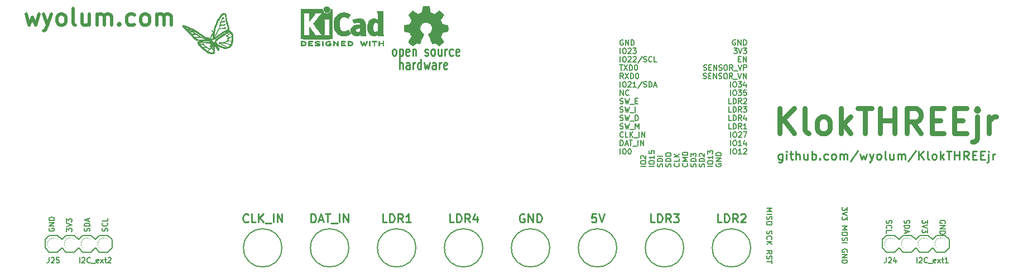
<source format=gto>
G04 #@! TF.GenerationSoftware,KiCad,Pcbnew,no-vcs-found-67ccf76~61~ubuntu16.04.1*
G04 #@! TF.CreationDate,2018-03-09T22:51:14+05:30*
G04 #@! TF.ProjectId,k3jr_controller,6B336A725F636F6E74726F6C6C65722E,rev 1*
G04 #@! TF.SameCoordinates,Original*
G04 #@! TF.FileFunction,Legend,Top*
G04 #@! TF.FilePolarity,Positive*
%FSLAX46Y46*%
G04 Gerber Fmt 4.6, Leading zero omitted, Abs format (unit mm)*
G04 Created by KiCad (PCBNEW no-vcs-found-67ccf76~61~ubuntu16.04.1) date Fri Mar  9 22:51:14 2018*
%MOMM*%
%LPD*%
G01*
G04 APERTURE LIST*
%ADD10C,0.150000*%
%ADD11C,0.254000*%
%ADD12C,0.762000*%
%ADD13C,0.508000*%
%ADD14C,0.002540*%
%ADD15C,0.010000*%
%ADD16C,0.152400*%
%ADD17O,2.200000X1.400000*%
%ADD18C,1.450000*%
%ADD19C,1.600000*%
%ADD20C,6.400000*%
%ADD21C,0.800000*%
%ADD22C,3.200000*%
%ADD23C,5.200000*%
%ADD24O,2.000000X1.000000*%
%ADD25O,1.000000X2.000000*%
%ADD26C,1.800000*%
%ADD27C,1.524000*%
%ADD28R,1.524000X1.524000*%
G04 APERTURE END LIST*
D10*
X184588095Y-82093333D02*
X184588095Y-82588571D01*
X184283333Y-82321904D01*
X184283333Y-82436190D01*
X184245238Y-82512380D01*
X184207142Y-82550476D01*
X184130952Y-82588571D01*
X183940476Y-82588571D01*
X183864285Y-82550476D01*
X183826190Y-82512380D01*
X183788095Y-82436190D01*
X183788095Y-82207619D01*
X183826190Y-82131428D01*
X183864285Y-82093333D01*
X184588095Y-82817142D02*
X183788095Y-83083809D01*
X184588095Y-83350476D01*
X184588095Y-83540952D02*
X184588095Y-84036190D01*
X184283333Y-83769523D01*
X184283333Y-83883809D01*
X184245238Y-83960000D01*
X184207142Y-83998095D01*
X184130952Y-84036190D01*
X183940476Y-84036190D01*
X183864285Y-83998095D01*
X183826190Y-83960000D01*
X183788095Y-83883809D01*
X183788095Y-83655238D01*
X183826190Y-83579047D01*
X183864285Y-83540952D01*
X183788095Y-84988571D02*
X184588095Y-84988571D01*
X184016666Y-85255238D01*
X184588095Y-85521904D01*
X183788095Y-85521904D01*
X184588095Y-86055238D02*
X184588095Y-86207619D01*
X184550000Y-86283809D01*
X184473809Y-86360000D01*
X184321428Y-86398095D01*
X184054761Y-86398095D01*
X183902380Y-86360000D01*
X183826190Y-86283809D01*
X183788095Y-86207619D01*
X183788095Y-86055238D01*
X183826190Y-85979047D01*
X183902380Y-85902857D01*
X184054761Y-85864761D01*
X184321428Y-85864761D01*
X184473809Y-85902857D01*
X184550000Y-85979047D01*
X184588095Y-86055238D01*
X183826190Y-86702857D02*
X183788095Y-86817142D01*
X183788095Y-87007619D01*
X183826190Y-87083809D01*
X183864285Y-87121904D01*
X183940476Y-87160000D01*
X184016666Y-87160000D01*
X184092857Y-87121904D01*
X184130952Y-87083809D01*
X184169047Y-87007619D01*
X184207142Y-86855238D01*
X184245238Y-86779047D01*
X184283333Y-86740952D01*
X184359523Y-86702857D01*
X184435714Y-86702857D01*
X184511904Y-86740952D01*
X184550000Y-86779047D01*
X184588095Y-86855238D01*
X184588095Y-87045714D01*
X184550000Y-87160000D01*
X183788095Y-87502857D02*
X184588095Y-87502857D01*
X184550000Y-88912380D02*
X184588095Y-88836190D01*
X184588095Y-88721904D01*
X184550000Y-88607619D01*
X184473809Y-88531428D01*
X184397619Y-88493333D01*
X184245238Y-88455238D01*
X184130952Y-88455238D01*
X183978571Y-88493333D01*
X183902380Y-88531428D01*
X183826190Y-88607619D01*
X183788095Y-88721904D01*
X183788095Y-88798095D01*
X183826190Y-88912380D01*
X183864285Y-88950476D01*
X184130952Y-88950476D01*
X184130952Y-88798095D01*
X183788095Y-89293333D02*
X184588095Y-89293333D01*
X183788095Y-89750476D01*
X184588095Y-89750476D01*
X183788095Y-90131428D02*
X184588095Y-90131428D01*
X184588095Y-90321904D01*
X184550000Y-90436190D01*
X184473809Y-90512380D01*
X184397619Y-90550476D01*
X184245238Y-90588571D01*
X184130952Y-90588571D01*
X183978571Y-90550476D01*
X183902380Y-90512380D01*
X183826190Y-90436190D01*
X183788095Y-90321904D01*
X183788095Y-90131428D01*
X172358095Y-82226666D02*
X173158095Y-82226666D01*
X172586666Y-82493333D01*
X173158095Y-82760000D01*
X172358095Y-82760000D01*
X172358095Y-83140952D02*
X173158095Y-83140952D01*
X172396190Y-83483809D02*
X172358095Y-83598095D01*
X172358095Y-83788571D01*
X172396190Y-83864761D01*
X172434285Y-83902857D01*
X172510476Y-83940952D01*
X172586666Y-83940952D01*
X172662857Y-83902857D01*
X172700952Y-83864761D01*
X172739047Y-83788571D01*
X172777142Y-83636190D01*
X172815238Y-83560000D01*
X172853333Y-83521904D01*
X172929523Y-83483809D01*
X173005714Y-83483809D01*
X173081904Y-83521904D01*
X173120000Y-83560000D01*
X173158095Y-83636190D01*
X173158095Y-83826666D01*
X173120000Y-83940952D01*
X173158095Y-84436190D02*
X173158095Y-84588571D01*
X173120000Y-84664761D01*
X173043809Y-84740952D01*
X172891428Y-84779047D01*
X172624761Y-84779047D01*
X172472380Y-84740952D01*
X172396190Y-84664761D01*
X172358095Y-84588571D01*
X172358095Y-84436190D01*
X172396190Y-84360000D01*
X172472380Y-84283809D01*
X172624761Y-84245714D01*
X172891428Y-84245714D01*
X173043809Y-84283809D01*
X173120000Y-84360000D01*
X173158095Y-84436190D01*
X172396190Y-85693333D02*
X172358095Y-85807619D01*
X172358095Y-85998095D01*
X172396190Y-86074285D01*
X172434285Y-86112380D01*
X172510476Y-86150476D01*
X172586666Y-86150476D01*
X172662857Y-86112380D01*
X172700952Y-86074285D01*
X172739047Y-85998095D01*
X172777142Y-85845714D01*
X172815238Y-85769523D01*
X172853333Y-85731428D01*
X172929523Y-85693333D01*
X173005714Y-85693333D01*
X173081904Y-85731428D01*
X173120000Y-85769523D01*
X173158095Y-85845714D01*
X173158095Y-86036190D01*
X173120000Y-86150476D01*
X172434285Y-86950476D02*
X172396190Y-86912380D01*
X172358095Y-86798095D01*
X172358095Y-86721904D01*
X172396190Y-86607619D01*
X172472380Y-86531428D01*
X172548571Y-86493333D01*
X172700952Y-86455238D01*
X172815238Y-86455238D01*
X172967619Y-86493333D01*
X173043809Y-86531428D01*
X173120000Y-86607619D01*
X173158095Y-86721904D01*
X173158095Y-86798095D01*
X173120000Y-86912380D01*
X173081904Y-86950476D01*
X172358095Y-87293333D02*
X173158095Y-87293333D01*
X172358095Y-87750476D02*
X172815238Y-87407619D01*
X173158095Y-87750476D02*
X172700952Y-87293333D01*
X172358095Y-89160000D02*
X172739047Y-88893333D01*
X172358095Y-88702857D02*
X173158095Y-88702857D01*
X173158095Y-89007619D01*
X173120000Y-89083809D01*
X173081904Y-89121904D01*
X173005714Y-89160000D01*
X172891428Y-89160000D01*
X172815238Y-89121904D01*
X172777142Y-89083809D01*
X172739047Y-89007619D01*
X172739047Y-88702857D01*
X172396190Y-89464761D02*
X172358095Y-89579047D01*
X172358095Y-89769523D01*
X172396190Y-89845714D01*
X172434285Y-89883809D01*
X172510476Y-89921904D01*
X172586666Y-89921904D01*
X172662857Y-89883809D01*
X172700952Y-89845714D01*
X172739047Y-89769523D01*
X172777142Y-89617142D01*
X172815238Y-89540952D01*
X172853333Y-89502857D01*
X172929523Y-89464761D01*
X173005714Y-89464761D01*
X173081904Y-89502857D01*
X173120000Y-89540952D01*
X173158095Y-89617142D01*
X173158095Y-89807619D01*
X173120000Y-89921904D01*
X173158095Y-90150476D02*
X173158095Y-90607619D01*
X172358095Y-90379047D02*
X173158095Y-90379047D01*
X63495000Y-85292976D02*
X63456904Y-85369166D01*
X63456904Y-85483452D01*
X63495000Y-85597738D01*
X63571190Y-85673928D01*
X63647380Y-85712023D01*
X63799761Y-85750119D01*
X63914047Y-85750119D01*
X64066428Y-85712023D01*
X64142619Y-85673928D01*
X64218809Y-85597738D01*
X64256904Y-85483452D01*
X64256904Y-85407261D01*
X64218809Y-85292976D01*
X64180714Y-85254880D01*
X63914047Y-85254880D01*
X63914047Y-85407261D01*
X64256904Y-84912023D02*
X63456904Y-84912023D01*
X64256904Y-84454880D01*
X63456904Y-84454880D01*
X64256904Y-84073928D02*
X63456904Y-84073928D01*
X63456904Y-83883452D01*
X63495000Y-83769166D01*
X63571190Y-83692976D01*
X63647380Y-83654880D01*
X63799761Y-83616785D01*
X63914047Y-83616785D01*
X64066428Y-83654880D01*
X64142619Y-83692976D01*
X64218809Y-83769166D01*
X64256904Y-83883452D01*
X64256904Y-84073928D01*
X66156904Y-85788214D02*
X66156904Y-85292976D01*
X66461666Y-85559642D01*
X66461666Y-85445357D01*
X66499761Y-85369166D01*
X66537857Y-85331071D01*
X66614047Y-85292976D01*
X66804523Y-85292976D01*
X66880714Y-85331071D01*
X66918809Y-85369166D01*
X66956904Y-85445357D01*
X66956904Y-85673928D01*
X66918809Y-85750119D01*
X66880714Y-85788214D01*
X66156904Y-85064404D02*
X66956904Y-84797738D01*
X66156904Y-84531071D01*
X66156904Y-84340595D02*
X66156904Y-83845357D01*
X66461666Y-84112023D01*
X66461666Y-83997738D01*
X66499761Y-83921547D01*
X66537857Y-83883452D01*
X66614047Y-83845357D01*
X66804523Y-83845357D01*
X66880714Y-83883452D01*
X66918809Y-83921547D01*
X66956904Y-83997738D01*
X66956904Y-84226309D01*
X66918809Y-84302500D01*
X66880714Y-84340595D01*
X69618809Y-85750119D02*
X69656904Y-85635833D01*
X69656904Y-85445357D01*
X69618809Y-85369166D01*
X69580714Y-85331071D01*
X69504523Y-85292976D01*
X69428333Y-85292976D01*
X69352142Y-85331071D01*
X69314047Y-85369166D01*
X69275952Y-85445357D01*
X69237857Y-85597738D01*
X69199761Y-85673928D01*
X69161666Y-85712023D01*
X69085476Y-85750119D01*
X69009285Y-85750119D01*
X68933095Y-85712023D01*
X68895000Y-85673928D01*
X68856904Y-85597738D01*
X68856904Y-85407261D01*
X68895000Y-85292976D01*
X69656904Y-84950119D02*
X68856904Y-84950119D01*
X68856904Y-84759642D01*
X68895000Y-84645357D01*
X68971190Y-84569166D01*
X69047380Y-84531071D01*
X69199761Y-84492976D01*
X69314047Y-84492976D01*
X69466428Y-84531071D01*
X69542619Y-84569166D01*
X69618809Y-84645357D01*
X69656904Y-84759642D01*
X69656904Y-84950119D01*
X69428333Y-84188214D02*
X69428333Y-83807261D01*
X69656904Y-84264404D02*
X68856904Y-83997738D01*
X69656904Y-83731071D01*
X72318809Y-85750119D02*
X72356904Y-85635833D01*
X72356904Y-85445357D01*
X72318809Y-85369166D01*
X72280714Y-85331071D01*
X72204523Y-85292976D01*
X72128333Y-85292976D01*
X72052142Y-85331071D01*
X72014047Y-85369166D01*
X71975952Y-85445357D01*
X71937857Y-85597738D01*
X71899761Y-85673928D01*
X71861666Y-85712023D01*
X71785476Y-85750119D01*
X71709285Y-85750119D01*
X71633095Y-85712023D01*
X71595000Y-85673928D01*
X71556904Y-85597738D01*
X71556904Y-85407261D01*
X71595000Y-85292976D01*
X72280714Y-84492976D02*
X72318809Y-84531071D01*
X72356904Y-84645357D01*
X72356904Y-84721547D01*
X72318809Y-84835833D01*
X72242619Y-84912023D01*
X72166428Y-84950119D01*
X72014047Y-84988214D01*
X71899761Y-84988214D01*
X71747380Y-84950119D01*
X71671190Y-84912023D01*
X71595000Y-84835833D01*
X71556904Y-84721547D01*
X71556904Y-84645357D01*
X71595000Y-84531071D01*
X71633095Y-84492976D01*
X72356904Y-83769166D02*
X72356904Y-84150119D01*
X71556904Y-84150119D01*
X199395000Y-84527023D02*
X199433095Y-84450833D01*
X199433095Y-84336547D01*
X199395000Y-84222261D01*
X199318809Y-84146071D01*
X199242619Y-84107976D01*
X199090238Y-84069880D01*
X198975952Y-84069880D01*
X198823571Y-84107976D01*
X198747380Y-84146071D01*
X198671190Y-84222261D01*
X198633095Y-84336547D01*
X198633095Y-84412738D01*
X198671190Y-84527023D01*
X198709285Y-84565119D01*
X198975952Y-84565119D01*
X198975952Y-84412738D01*
X198633095Y-84907976D02*
X199433095Y-84907976D01*
X198633095Y-85365119D01*
X199433095Y-85365119D01*
X198633095Y-85746071D02*
X199433095Y-85746071D01*
X199433095Y-85936547D01*
X199395000Y-86050833D01*
X199318809Y-86127023D01*
X199242619Y-86165119D01*
X199090238Y-86203214D01*
X198975952Y-86203214D01*
X198823571Y-86165119D01*
X198747380Y-86127023D01*
X198671190Y-86050833D01*
X198633095Y-85936547D01*
X198633095Y-85746071D01*
X196733095Y-84031785D02*
X196733095Y-84527023D01*
X196428333Y-84260357D01*
X196428333Y-84374642D01*
X196390238Y-84450833D01*
X196352142Y-84488928D01*
X196275952Y-84527023D01*
X196085476Y-84527023D01*
X196009285Y-84488928D01*
X195971190Y-84450833D01*
X195933095Y-84374642D01*
X195933095Y-84146071D01*
X195971190Y-84069880D01*
X196009285Y-84031785D01*
X196733095Y-84755595D02*
X195933095Y-85022261D01*
X196733095Y-85288928D01*
X196733095Y-85479404D02*
X196733095Y-85974642D01*
X196428333Y-85707976D01*
X196428333Y-85822261D01*
X196390238Y-85898452D01*
X196352142Y-85936547D01*
X196275952Y-85974642D01*
X196085476Y-85974642D01*
X196009285Y-85936547D01*
X195971190Y-85898452D01*
X195933095Y-85822261D01*
X195933095Y-85593690D01*
X195971190Y-85517500D01*
X196009285Y-85479404D01*
X193271190Y-84069880D02*
X193233095Y-84184166D01*
X193233095Y-84374642D01*
X193271190Y-84450833D01*
X193309285Y-84488928D01*
X193385476Y-84527023D01*
X193461666Y-84527023D01*
X193537857Y-84488928D01*
X193575952Y-84450833D01*
X193614047Y-84374642D01*
X193652142Y-84222261D01*
X193690238Y-84146071D01*
X193728333Y-84107976D01*
X193804523Y-84069880D01*
X193880714Y-84069880D01*
X193956904Y-84107976D01*
X193995000Y-84146071D01*
X194033095Y-84222261D01*
X194033095Y-84412738D01*
X193995000Y-84527023D01*
X193233095Y-84869880D02*
X194033095Y-84869880D01*
X194033095Y-85060357D01*
X193995000Y-85174642D01*
X193918809Y-85250833D01*
X193842619Y-85288928D01*
X193690238Y-85327023D01*
X193575952Y-85327023D01*
X193423571Y-85288928D01*
X193347380Y-85250833D01*
X193271190Y-85174642D01*
X193233095Y-85060357D01*
X193233095Y-84869880D01*
X193461666Y-85631785D02*
X193461666Y-86012738D01*
X193233095Y-85555595D02*
X194033095Y-85822261D01*
X193233095Y-86088928D01*
X190571190Y-84069880D02*
X190533095Y-84184166D01*
X190533095Y-84374642D01*
X190571190Y-84450833D01*
X190609285Y-84488928D01*
X190685476Y-84527023D01*
X190761666Y-84527023D01*
X190837857Y-84488928D01*
X190875952Y-84450833D01*
X190914047Y-84374642D01*
X190952142Y-84222261D01*
X190990238Y-84146071D01*
X191028333Y-84107976D01*
X191104523Y-84069880D01*
X191180714Y-84069880D01*
X191256904Y-84107976D01*
X191295000Y-84146071D01*
X191333095Y-84222261D01*
X191333095Y-84412738D01*
X191295000Y-84527023D01*
X190609285Y-85327023D02*
X190571190Y-85288928D01*
X190533095Y-85174642D01*
X190533095Y-85098452D01*
X190571190Y-84984166D01*
X190647380Y-84907976D01*
X190723571Y-84869880D01*
X190875952Y-84831785D01*
X190990238Y-84831785D01*
X191142619Y-84869880D01*
X191218809Y-84907976D01*
X191295000Y-84984166D01*
X191333095Y-85098452D01*
X191333095Y-85174642D01*
X191295000Y-85288928D01*
X191256904Y-85327023D01*
X190533095Y-86050833D02*
X190533095Y-85669880D01*
X191333095Y-85669880D01*
X150147976Y-65131904D02*
X150147976Y-64331904D01*
X150605119Y-65131904D01*
X150605119Y-64331904D01*
X151443214Y-65055714D02*
X151405119Y-65093809D01*
X151290833Y-65131904D01*
X151214642Y-65131904D01*
X151100357Y-65093809D01*
X151024166Y-65017619D01*
X150986071Y-64941428D01*
X150947976Y-64789047D01*
X150947976Y-64674761D01*
X150986071Y-64522380D01*
X151024166Y-64446190D01*
X151100357Y-64370000D01*
X151214642Y-64331904D01*
X151290833Y-64331904D01*
X151405119Y-64370000D01*
X151443214Y-64408095D01*
X150147976Y-63861904D02*
X150147976Y-63061904D01*
X150681309Y-63061904D02*
X150833690Y-63061904D01*
X150909880Y-63100000D01*
X150986071Y-63176190D01*
X151024166Y-63328571D01*
X151024166Y-63595238D01*
X150986071Y-63747619D01*
X150909880Y-63823809D01*
X150833690Y-63861904D01*
X150681309Y-63861904D01*
X150605119Y-63823809D01*
X150528928Y-63747619D01*
X150490833Y-63595238D01*
X150490833Y-63328571D01*
X150528928Y-63176190D01*
X150605119Y-63100000D01*
X150681309Y-63061904D01*
X151328928Y-63138095D02*
X151367023Y-63100000D01*
X151443214Y-63061904D01*
X151633690Y-63061904D01*
X151709880Y-63100000D01*
X151747976Y-63138095D01*
X151786071Y-63214285D01*
X151786071Y-63290476D01*
X151747976Y-63404761D01*
X151290833Y-63861904D01*
X151786071Y-63861904D01*
X152547976Y-63861904D02*
X152090833Y-63861904D01*
X152319404Y-63861904D02*
X152319404Y-63061904D01*
X152243214Y-63176190D01*
X152167023Y-63252380D01*
X152090833Y-63290476D01*
X153462261Y-63023809D02*
X152776547Y-64052380D01*
X153690833Y-63823809D02*
X153805119Y-63861904D01*
X153995595Y-63861904D01*
X154071785Y-63823809D01*
X154109880Y-63785714D01*
X154147976Y-63709523D01*
X154147976Y-63633333D01*
X154109880Y-63557142D01*
X154071785Y-63519047D01*
X153995595Y-63480952D01*
X153843214Y-63442857D01*
X153767023Y-63404761D01*
X153728928Y-63366666D01*
X153690833Y-63290476D01*
X153690833Y-63214285D01*
X153728928Y-63138095D01*
X153767023Y-63100000D01*
X153843214Y-63061904D01*
X154033690Y-63061904D01*
X154147976Y-63100000D01*
X154490833Y-63861904D02*
X154490833Y-63061904D01*
X154681309Y-63061904D01*
X154795595Y-63100000D01*
X154871785Y-63176190D01*
X154909880Y-63252380D01*
X154947976Y-63404761D01*
X154947976Y-63519047D01*
X154909880Y-63671428D01*
X154871785Y-63747619D01*
X154795595Y-63823809D01*
X154681309Y-63861904D01*
X154490833Y-63861904D01*
X155252738Y-63633333D02*
X155633690Y-63633333D01*
X155176547Y-63861904D02*
X155443214Y-63061904D01*
X155709880Y-63861904D01*
D11*
X174730228Y-74022857D02*
X174730228Y-75050952D01*
X174666123Y-75171904D01*
X174602019Y-75232380D01*
X174473809Y-75292857D01*
X174281495Y-75292857D01*
X174153285Y-75232380D01*
X174730228Y-74809047D02*
X174602019Y-74869523D01*
X174345600Y-74869523D01*
X174217390Y-74809047D01*
X174153285Y-74748571D01*
X174089180Y-74627619D01*
X174089180Y-74264761D01*
X174153285Y-74143809D01*
X174217390Y-74083333D01*
X174345600Y-74022857D01*
X174602019Y-74022857D01*
X174730228Y-74083333D01*
X175371276Y-74869523D02*
X175371276Y-74022857D01*
X175371276Y-73599523D02*
X175307171Y-73660000D01*
X175371276Y-73720476D01*
X175435380Y-73660000D01*
X175371276Y-73599523D01*
X175371276Y-73720476D01*
X175820009Y-74022857D02*
X176332847Y-74022857D01*
X176012323Y-73599523D02*
X176012323Y-74688095D01*
X176076428Y-74809047D01*
X176204638Y-74869523D01*
X176332847Y-74869523D01*
X176781580Y-74869523D02*
X176781580Y-73599523D01*
X177358523Y-74869523D02*
X177358523Y-74204285D01*
X177294419Y-74083333D01*
X177166209Y-74022857D01*
X176973895Y-74022857D01*
X176845685Y-74083333D01*
X176781580Y-74143809D01*
X178576514Y-74022857D02*
X178576514Y-74869523D01*
X177999571Y-74022857D02*
X177999571Y-74688095D01*
X178063676Y-74809047D01*
X178191885Y-74869523D01*
X178384200Y-74869523D01*
X178512409Y-74809047D01*
X178576514Y-74748571D01*
X179217561Y-74869523D02*
X179217561Y-73599523D01*
X179217561Y-74083333D02*
X179345771Y-74022857D01*
X179602190Y-74022857D01*
X179730400Y-74083333D01*
X179794504Y-74143809D01*
X179858609Y-74264761D01*
X179858609Y-74627619D01*
X179794504Y-74748571D01*
X179730400Y-74809047D01*
X179602190Y-74869523D01*
X179345771Y-74869523D01*
X179217561Y-74809047D01*
X180435552Y-74748571D02*
X180499657Y-74809047D01*
X180435552Y-74869523D01*
X180371447Y-74809047D01*
X180435552Y-74748571D01*
X180435552Y-74869523D01*
X181653542Y-74809047D02*
X181525333Y-74869523D01*
X181268914Y-74869523D01*
X181140704Y-74809047D01*
X181076600Y-74748571D01*
X181012495Y-74627619D01*
X181012495Y-74264761D01*
X181076600Y-74143809D01*
X181140704Y-74083333D01*
X181268914Y-74022857D01*
X181525333Y-74022857D01*
X181653542Y-74083333D01*
X182422800Y-74869523D02*
X182294590Y-74809047D01*
X182230485Y-74748571D01*
X182166380Y-74627619D01*
X182166380Y-74264761D01*
X182230485Y-74143809D01*
X182294590Y-74083333D01*
X182422800Y-74022857D01*
X182615114Y-74022857D01*
X182743323Y-74083333D01*
X182807428Y-74143809D01*
X182871533Y-74264761D01*
X182871533Y-74627619D01*
X182807428Y-74748571D01*
X182743323Y-74809047D01*
X182615114Y-74869523D01*
X182422800Y-74869523D01*
X183448476Y-74869523D02*
X183448476Y-74022857D01*
X183448476Y-74143809D02*
X183512580Y-74083333D01*
X183640790Y-74022857D01*
X183833104Y-74022857D01*
X183961314Y-74083333D01*
X184025419Y-74204285D01*
X184025419Y-74869523D01*
X184025419Y-74204285D02*
X184089523Y-74083333D01*
X184217733Y-74022857D01*
X184410047Y-74022857D01*
X184538257Y-74083333D01*
X184602361Y-74204285D01*
X184602361Y-74869523D01*
X186204980Y-73539047D02*
X185051095Y-75171904D01*
X186525504Y-74022857D02*
X186781923Y-74869523D01*
X187038342Y-74264761D01*
X187294761Y-74869523D01*
X187551180Y-74022857D01*
X187935809Y-74022857D02*
X188256333Y-74869523D01*
X188576857Y-74022857D02*
X188256333Y-74869523D01*
X188128123Y-75171904D01*
X188064019Y-75232380D01*
X187935809Y-75292857D01*
X189282009Y-74869523D02*
X189153800Y-74809047D01*
X189089695Y-74748571D01*
X189025590Y-74627619D01*
X189025590Y-74264761D01*
X189089695Y-74143809D01*
X189153800Y-74083333D01*
X189282009Y-74022857D01*
X189474323Y-74022857D01*
X189602533Y-74083333D01*
X189666638Y-74143809D01*
X189730742Y-74264761D01*
X189730742Y-74627619D01*
X189666638Y-74748571D01*
X189602533Y-74809047D01*
X189474323Y-74869523D01*
X189282009Y-74869523D01*
X190500000Y-74869523D02*
X190371790Y-74809047D01*
X190307685Y-74688095D01*
X190307685Y-73599523D01*
X191589780Y-74022857D02*
X191589780Y-74869523D01*
X191012838Y-74022857D02*
X191012838Y-74688095D01*
X191076942Y-74809047D01*
X191205152Y-74869523D01*
X191397466Y-74869523D01*
X191525676Y-74809047D01*
X191589780Y-74748571D01*
X192230828Y-74869523D02*
X192230828Y-74022857D01*
X192230828Y-74143809D02*
X192294933Y-74083333D01*
X192423142Y-74022857D01*
X192615457Y-74022857D01*
X192743666Y-74083333D01*
X192807771Y-74204285D01*
X192807771Y-74869523D01*
X192807771Y-74204285D02*
X192871876Y-74083333D01*
X193000085Y-74022857D01*
X193192400Y-74022857D01*
X193320609Y-74083333D01*
X193384714Y-74204285D01*
X193384714Y-74869523D01*
X194987333Y-73539047D02*
X193833447Y-75171904D01*
X195436066Y-74869523D02*
X195436066Y-73599523D01*
X196205323Y-74869523D02*
X195628380Y-74143809D01*
X196205323Y-73599523D02*
X195436066Y-74325238D01*
X196974580Y-74869523D02*
X196846371Y-74809047D01*
X196782266Y-74688095D01*
X196782266Y-73599523D01*
X197679733Y-74869523D02*
X197551523Y-74809047D01*
X197487419Y-74748571D01*
X197423314Y-74627619D01*
X197423314Y-74264761D01*
X197487419Y-74143809D01*
X197551523Y-74083333D01*
X197679733Y-74022857D01*
X197872047Y-74022857D01*
X198000257Y-74083333D01*
X198064361Y-74143809D01*
X198128466Y-74264761D01*
X198128466Y-74627619D01*
X198064361Y-74748571D01*
X198000257Y-74809047D01*
X197872047Y-74869523D01*
X197679733Y-74869523D01*
X198705409Y-74869523D02*
X198705409Y-73599523D01*
X198833619Y-74385714D02*
X199218247Y-74869523D01*
X199218247Y-74022857D02*
X198705409Y-74506666D01*
X199602876Y-73599523D02*
X200372133Y-73599523D01*
X199987504Y-74869523D02*
X199987504Y-73599523D01*
X200820866Y-74869523D02*
X200820866Y-73599523D01*
X200820866Y-74204285D02*
X201590123Y-74204285D01*
X201590123Y-74869523D02*
X201590123Y-73599523D01*
X203000428Y-74869523D02*
X202551695Y-74264761D01*
X202231171Y-74869523D02*
X202231171Y-73599523D01*
X202744009Y-73599523D01*
X202872219Y-73660000D01*
X202936323Y-73720476D01*
X203000428Y-73841428D01*
X203000428Y-74022857D01*
X202936323Y-74143809D01*
X202872219Y-74204285D01*
X202744009Y-74264761D01*
X202231171Y-74264761D01*
X203577371Y-74204285D02*
X204026104Y-74204285D01*
X204218419Y-74869523D02*
X203577371Y-74869523D01*
X203577371Y-73599523D01*
X204218419Y-73599523D01*
X204795361Y-74204285D02*
X205244095Y-74204285D01*
X205436409Y-74869523D02*
X204795361Y-74869523D01*
X204795361Y-73599523D01*
X205436409Y-73599523D01*
X206013352Y-74022857D02*
X206013352Y-75111428D01*
X205949247Y-75232380D01*
X205821038Y-75292857D01*
X205756933Y-75292857D01*
X206013352Y-73599523D02*
X205949247Y-73660000D01*
X206013352Y-73720476D01*
X206077457Y-73660000D01*
X206013352Y-73599523D01*
X206013352Y-73720476D01*
X206654400Y-74869523D02*
X206654400Y-74022857D01*
X206654400Y-74264761D02*
X206718504Y-74143809D01*
X206782609Y-74083333D01*
X206910819Y-74022857D01*
X207039028Y-74022857D01*
D12*
X174352857Y-70938571D02*
X174352857Y-67128571D01*
X176529999Y-70938571D02*
X174897142Y-68761428D01*
X176529999Y-67128571D02*
X174352857Y-69305714D01*
X178707142Y-70938571D02*
X178344285Y-70757142D01*
X178162857Y-70394285D01*
X178162857Y-67128571D01*
X180702857Y-70938571D02*
X180339999Y-70757142D01*
X180158571Y-70575714D01*
X179977142Y-70212857D01*
X179977142Y-69124285D01*
X180158571Y-68761428D01*
X180339999Y-68580000D01*
X180702857Y-68398571D01*
X181247142Y-68398571D01*
X181609999Y-68580000D01*
X181791428Y-68761428D01*
X181972857Y-69124285D01*
X181972857Y-70212857D01*
X181791428Y-70575714D01*
X181609999Y-70757142D01*
X181247142Y-70938571D01*
X180702857Y-70938571D01*
X183605714Y-70938571D02*
X183605714Y-67128571D01*
X183968571Y-69487142D02*
X185057142Y-70938571D01*
X185057142Y-68398571D02*
X183605714Y-69850000D01*
X186145714Y-67128571D02*
X188322857Y-67128571D01*
X187234285Y-70938571D02*
X187234285Y-67128571D01*
X189592857Y-70938571D02*
X189592857Y-67128571D01*
X189592857Y-68942857D02*
X191769999Y-68942857D01*
X191769999Y-70938571D02*
X191769999Y-67128571D01*
X195761428Y-70938571D02*
X194491428Y-69124285D01*
X193584285Y-70938571D02*
X193584285Y-67128571D01*
X195035714Y-67128571D01*
X195398571Y-67310000D01*
X195579999Y-67491428D01*
X195761428Y-67854285D01*
X195761428Y-68398571D01*
X195579999Y-68761428D01*
X195398571Y-68942857D01*
X195035714Y-69124285D01*
X193584285Y-69124285D01*
X197394285Y-68942857D02*
X198664285Y-68942857D01*
X199208571Y-70938571D02*
X197394285Y-70938571D01*
X197394285Y-67128571D01*
X199208571Y-67128571D01*
X200841428Y-68942857D02*
X202111428Y-68942857D01*
X202655714Y-70938571D02*
X200841428Y-70938571D01*
X200841428Y-67128571D01*
X202655714Y-67128571D01*
X204288571Y-68398571D02*
X204288571Y-71664285D01*
X204107142Y-72027142D01*
X203744285Y-72208571D01*
X203562857Y-72208571D01*
X204288571Y-67128571D02*
X204107142Y-67310000D01*
X204288571Y-67491428D01*
X204470000Y-67310000D01*
X204288571Y-67128571D01*
X204288571Y-67491428D01*
X206102857Y-70938571D02*
X206102857Y-68398571D01*
X206102857Y-69124285D02*
X206284285Y-68761428D01*
X206465714Y-68580000D01*
X206828571Y-68398571D01*
X207191428Y-68398571D01*
D10*
X154031904Y-75912023D02*
X153231904Y-75912023D01*
X153231904Y-75378690D02*
X153231904Y-75226309D01*
X153270000Y-75150119D01*
X153346190Y-75073928D01*
X153498571Y-75035833D01*
X153765238Y-75035833D01*
X153917619Y-75073928D01*
X153993809Y-75150119D01*
X154031904Y-75226309D01*
X154031904Y-75378690D01*
X153993809Y-75454880D01*
X153917619Y-75531071D01*
X153765238Y-75569166D01*
X153498571Y-75569166D01*
X153346190Y-75531071D01*
X153270000Y-75454880D01*
X153231904Y-75378690D01*
X153308095Y-74731071D02*
X153270000Y-74692976D01*
X153231904Y-74616785D01*
X153231904Y-74426309D01*
X153270000Y-74350119D01*
X153308095Y-74312023D01*
X153384285Y-74273928D01*
X153460476Y-74273928D01*
X153574761Y-74312023D01*
X154031904Y-74769166D01*
X154031904Y-74273928D01*
X156533809Y-75950119D02*
X156571904Y-75835833D01*
X156571904Y-75645357D01*
X156533809Y-75569166D01*
X156495714Y-75531071D01*
X156419523Y-75492976D01*
X156343333Y-75492976D01*
X156267142Y-75531071D01*
X156229047Y-75569166D01*
X156190952Y-75645357D01*
X156152857Y-75797738D01*
X156114761Y-75873928D01*
X156076666Y-75912023D01*
X156000476Y-75950119D01*
X155924285Y-75950119D01*
X155848095Y-75912023D01*
X155810000Y-75873928D01*
X155771904Y-75797738D01*
X155771904Y-75607261D01*
X155810000Y-75492976D01*
X156571904Y-75150119D02*
X155771904Y-75150119D01*
X155771904Y-74959642D01*
X155810000Y-74845357D01*
X155886190Y-74769166D01*
X155962380Y-74731071D01*
X156114761Y-74692976D01*
X156229047Y-74692976D01*
X156381428Y-74731071D01*
X156457619Y-74769166D01*
X156533809Y-74845357D01*
X156571904Y-74959642D01*
X156571904Y-75150119D01*
X156571904Y-74350119D02*
X155771904Y-74350119D01*
X157803809Y-75950119D02*
X157841904Y-75835833D01*
X157841904Y-75645357D01*
X157803809Y-75569166D01*
X157765714Y-75531071D01*
X157689523Y-75492976D01*
X157613333Y-75492976D01*
X157537142Y-75531071D01*
X157499047Y-75569166D01*
X157460952Y-75645357D01*
X157422857Y-75797738D01*
X157384761Y-75873928D01*
X157346666Y-75912023D01*
X157270476Y-75950119D01*
X157194285Y-75950119D01*
X157118095Y-75912023D01*
X157080000Y-75873928D01*
X157041904Y-75797738D01*
X157041904Y-75607261D01*
X157080000Y-75492976D01*
X157841904Y-75150119D02*
X157041904Y-75150119D01*
X157041904Y-74959642D01*
X157080000Y-74845357D01*
X157156190Y-74769166D01*
X157232380Y-74731071D01*
X157384761Y-74692976D01*
X157499047Y-74692976D01*
X157651428Y-74731071D01*
X157727619Y-74769166D01*
X157803809Y-74845357D01*
X157841904Y-74959642D01*
X157841904Y-75150119D01*
X157041904Y-74197738D02*
X157041904Y-74045357D01*
X157080000Y-73969166D01*
X157156190Y-73892976D01*
X157308571Y-73854880D01*
X157575238Y-73854880D01*
X157727619Y-73892976D01*
X157803809Y-73969166D01*
X157841904Y-74045357D01*
X157841904Y-74197738D01*
X157803809Y-74273928D01*
X157727619Y-74350119D01*
X157575238Y-74388214D01*
X157308571Y-74388214D01*
X157156190Y-74350119D01*
X157080000Y-74273928D01*
X157041904Y-74197738D01*
X159035714Y-75454880D02*
X159073809Y-75492976D01*
X159111904Y-75607261D01*
X159111904Y-75683452D01*
X159073809Y-75797738D01*
X158997619Y-75873928D01*
X158921428Y-75912023D01*
X158769047Y-75950119D01*
X158654761Y-75950119D01*
X158502380Y-75912023D01*
X158426190Y-75873928D01*
X158350000Y-75797738D01*
X158311904Y-75683452D01*
X158311904Y-75607261D01*
X158350000Y-75492976D01*
X158388095Y-75454880D01*
X159111904Y-74731071D02*
X159111904Y-75112023D01*
X158311904Y-75112023D01*
X159111904Y-74464404D02*
X158311904Y-74464404D01*
X159111904Y-74007261D02*
X158654761Y-74350119D01*
X158311904Y-74007261D02*
X158769047Y-74464404D01*
X160305714Y-75454880D02*
X160343809Y-75492976D01*
X160381904Y-75607261D01*
X160381904Y-75683452D01*
X160343809Y-75797738D01*
X160267619Y-75873928D01*
X160191428Y-75912023D01*
X160039047Y-75950119D01*
X159924761Y-75950119D01*
X159772380Y-75912023D01*
X159696190Y-75873928D01*
X159620000Y-75797738D01*
X159581904Y-75683452D01*
X159581904Y-75607261D01*
X159620000Y-75492976D01*
X159658095Y-75454880D01*
X160381904Y-75112023D02*
X159581904Y-75112023D01*
X160153333Y-74845357D01*
X159581904Y-74578690D01*
X160381904Y-74578690D01*
X160381904Y-74197738D02*
X159581904Y-74197738D01*
X159581904Y-74007261D01*
X159620000Y-73892976D01*
X159696190Y-73816785D01*
X159772380Y-73778690D01*
X159924761Y-73740595D01*
X160039047Y-73740595D01*
X160191428Y-73778690D01*
X160267619Y-73816785D01*
X160343809Y-73892976D01*
X160381904Y-74007261D01*
X160381904Y-74197738D01*
X161613809Y-75950119D02*
X161651904Y-75835833D01*
X161651904Y-75645357D01*
X161613809Y-75569166D01*
X161575714Y-75531071D01*
X161499523Y-75492976D01*
X161423333Y-75492976D01*
X161347142Y-75531071D01*
X161309047Y-75569166D01*
X161270952Y-75645357D01*
X161232857Y-75797738D01*
X161194761Y-75873928D01*
X161156666Y-75912023D01*
X161080476Y-75950119D01*
X161004285Y-75950119D01*
X160928095Y-75912023D01*
X160890000Y-75873928D01*
X160851904Y-75797738D01*
X160851904Y-75607261D01*
X160890000Y-75492976D01*
X161651904Y-75150119D02*
X160851904Y-75150119D01*
X160851904Y-74959642D01*
X160890000Y-74845357D01*
X160966190Y-74769166D01*
X161042380Y-74731071D01*
X161194761Y-74692976D01*
X161309047Y-74692976D01*
X161461428Y-74731071D01*
X161537619Y-74769166D01*
X161613809Y-74845357D01*
X161651904Y-74959642D01*
X161651904Y-75150119D01*
X160851904Y-74426309D02*
X160851904Y-73931071D01*
X161156666Y-74197738D01*
X161156666Y-74083452D01*
X161194761Y-74007261D01*
X161232857Y-73969166D01*
X161309047Y-73931071D01*
X161499523Y-73931071D01*
X161575714Y-73969166D01*
X161613809Y-74007261D01*
X161651904Y-74083452D01*
X161651904Y-74312023D01*
X161613809Y-74388214D01*
X161575714Y-74426309D01*
X162883809Y-75950119D02*
X162921904Y-75835833D01*
X162921904Y-75645357D01*
X162883809Y-75569166D01*
X162845714Y-75531071D01*
X162769523Y-75492976D01*
X162693333Y-75492976D01*
X162617142Y-75531071D01*
X162579047Y-75569166D01*
X162540952Y-75645357D01*
X162502857Y-75797738D01*
X162464761Y-75873928D01*
X162426666Y-75912023D01*
X162350476Y-75950119D01*
X162274285Y-75950119D01*
X162198095Y-75912023D01*
X162160000Y-75873928D01*
X162121904Y-75797738D01*
X162121904Y-75607261D01*
X162160000Y-75492976D01*
X162921904Y-75150119D02*
X162121904Y-75150119D01*
X162121904Y-74959642D01*
X162160000Y-74845357D01*
X162236190Y-74769166D01*
X162312380Y-74731071D01*
X162464761Y-74692976D01*
X162579047Y-74692976D01*
X162731428Y-74731071D01*
X162807619Y-74769166D01*
X162883809Y-74845357D01*
X162921904Y-74959642D01*
X162921904Y-75150119D01*
X162198095Y-74388214D02*
X162160000Y-74350119D01*
X162121904Y-74273928D01*
X162121904Y-74083452D01*
X162160000Y-74007261D01*
X162198095Y-73969166D01*
X162274285Y-73931071D01*
X162350476Y-73931071D01*
X162464761Y-73969166D01*
X162921904Y-74426309D01*
X162921904Y-73931071D01*
X166895119Y-74021904D02*
X166895119Y-73221904D01*
X167428452Y-73221904D02*
X167580833Y-73221904D01*
X167657023Y-73260000D01*
X167733214Y-73336190D01*
X167771309Y-73488571D01*
X167771309Y-73755238D01*
X167733214Y-73907619D01*
X167657023Y-73983809D01*
X167580833Y-74021904D01*
X167428452Y-74021904D01*
X167352261Y-73983809D01*
X167276071Y-73907619D01*
X167237976Y-73755238D01*
X167237976Y-73488571D01*
X167276071Y-73336190D01*
X167352261Y-73260000D01*
X167428452Y-73221904D01*
X168533214Y-74021904D02*
X168076071Y-74021904D01*
X168304642Y-74021904D02*
X168304642Y-73221904D01*
X168228452Y-73336190D01*
X168152261Y-73412380D01*
X168076071Y-73450476D01*
X168837976Y-73298095D02*
X168876071Y-73260000D01*
X168952261Y-73221904D01*
X169142738Y-73221904D01*
X169218928Y-73260000D01*
X169257023Y-73298095D01*
X169295119Y-73374285D01*
X169295119Y-73450476D01*
X169257023Y-73564761D01*
X168799880Y-74021904D01*
X169295119Y-74021904D01*
X166895119Y-72751904D02*
X166895119Y-71951904D01*
X167428452Y-71951904D02*
X167580833Y-71951904D01*
X167657023Y-71990000D01*
X167733214Y-72066190D01*
X167771309Y-72218571D01*
X167771309Y-72485238D01*
X167733214Y-72637619D01*
X167657023Y-72713809D01*
X167580833Y-72751904D01*
X167428452Y-72751904D01*
X167352261Y-72713809D01*
X167276071Y-72637619D01*
X167237976Y-72485238D01*
X167237976Y-72218571D01*
X167276071Y-72066190D01*
X167352261Y-71990000D01*
X167428452Y-71951904D01*
X168533214Y-72751904D02*
X168076071Y-72751904D01*
X168304642Y-72751904D02*
X168304642Y-71951904D01*
X168228452Y-72066190D01*
X168152261Y-72142380D01*
X168076071Y-72180476D01*
X169218928Y-72218571D02*
X169218928Y-72751904D01*
X169028452Y-71913809D02*
X168837976Y-72485238D01*
X169333214Y-72485238D01*
X166895119Y-71481904D02*
X166895119Y-70681904D01*
X167428452Y-70681904D02*
X167580833Y-70681904D01*
X167657023Y-70720000D01*
X167733214Y-70796190D01*
X167771309Y-70948571D01*
X167771309Y-71215238D01*
X167733214Y-71367619D01*
X167657023Y-71443809D01*
X167580833Y-71481904D01*
X167428452Y-71481904D01*
X167352261Y-71443809D01*
X167276071Y-71367619D01*
X167237976Y-71215238D01*
X167237976Y-70948571D01*
X167276071Y-70796190D01*
X167352261Y-70720000D01*
X167428452Y-70681904D01*
X168076071Y-70758095D02*
X168114166Y-70720000D01*
X168190357Y-70681904D01*
X168380833Y-70681904D01*
X168457023Y-70720000D01*
X168495119Y-70758095D01*
X168533214Y-70834285D01*
X168533214Y-70910476D01*
X168495119Y-71024761D01*
X168037976Y-71481904D01*
X168533214Y-71481904D01*
X168799880Y-70681904D02*
X169333214Y-70681904D01*
X168990357Y-71481904D01*
X162742738Y-62553809D02*
X162857023Y-62591904D01*
X163047500Y-62591904D01*
X163123690Y-62553809D01*
X163161785Y-62515714D01*
X163199880Y-62439523D01*
X163199880Y-62363333D01*
X163161785Y-62287142D01*
X163123690Y-62249047D01*
X163047500Y-62210952D01*
X162895119Y-62172857D01*
X162818928Y-62134761D01*
X162780833Y-62096666D01*
X162742738Y-62020476D01*
X162742738Y-61944285D01*
X162780833Y-61868095D01*
X162818928Y-61830000D01*
X162895119Y-61791904D01*
X163085595Y-61791904D01*
X163199880Y-61830000D01*
X163542738Y-62172857D02*
X163809404Y-62172857D01*
X163923690Y-62591904D02*
X163542738Y-62591904D01*
X163542738Y-61791904D01*
X163923690Y-61791904D01*
X164266547Y-62591904D02*
X164266547Y-61791904D01*
X164723690Y-62591904D01*
X164723690Y-61791904D01*
X165066547Y-62553809D02*
X165180833Y-62591904D01*
X165371309Y-62591904D01*
X165447500Y-62553809D01*
X165485595Y-62515714D01*
X165523690Y-62439523D01*
X165523690Y-62363333D01*
X165485595Y-62287142D01*
X165447500Y-62249047D01*
X165371309Y-62210952D01*
X165218928Y-62172857D01*
X165142738Y-62134761D01*
X165104642Y-62096666D01*
X165066547Y-62020476D01*
X165066547Y-61944285D01*
X165104642Y-61868095D01*
X165142738Y-61830000D01*
X165218928Y-61791904D01*
X165409404Y-61791904D01*
X165523690Y-61830000D01*
X166018928Y-61791904D02*
X166171309Y-61791904D01*
X166247500Y-61830000D01*
X166323690Y-61906190D01*
X166361785Y-62058571D01*
X166361785Y-62325238D01*
X166323690Y-62477619D01*
X166247500Y-62553809D01*
X166171309Y-62591904D01*
X166018928Y-62591904D01*
X165942738Y-62553809D01*
X165866547Y-62477619D01*
X165828452Y-62325238D01*
X165828452Y-62058571D01*
X165866547Y-61906190D01*
X165942738Y-61830000D01*
X166018928Y-61791904D01*
X167161785Y-62591904D02*
X166895119Y-62210952D01*
X166704642Y-62591904D02*
X166704642Y-61791904D01*
X167009404Y-61791904D01*
X167085595Y-61830000D01*
X167123690Y-61868095D01*
X167161785Y-61944285D01*
X167161785Y-62058571D01*
X167123690Y-62134761D01*
X167085595Y-62172857D01*
X167009404Y-62210952D01*
X166704642Y-62210952D01*
X167314166Y-62668095D02*
X167923690Y-62668095D01*
X167999880Y-61791904D02*
X168266547Y-62591904D01*
X168533214Y-61791904D01*
X168799880Y-62591904D02*
X168799880Y-61791904D01*
X169257023Y-62591904D01*
X169257023Y-61791904D01*
X162780833Y-61283809D02*
X162895119Y-61321904D01*
X163085595Y-61321904D01*
X163161785Y-61283809D01*
X163199880Y-61245714D01*
X163237976Y-61169523D01*
X163237976Y-61093333D01*
X163199880Y-61017142D01*
X163161785Y-60979047D01*
X163085595Y-60940952D01*
X162933214Y-60902857D01*
X162857023Y-60864761D01*
X162818928Y-60826666D01*
X162780833Y-60750476D01*
X162780833Y-60674285D01*
X162818928Y-60598095D01*
X162857023Y-60560000D01*
X162933214Y-60521904D01*
X163123690Y-60521904D01*
X163237976Y-60560000D01*
X163580833Y-60902857D02*
X163847500Y-60902857D01*
X163961785Y-61321904D02*
X163580833Y-61321904D01*
X163580833Y-60521904D01*
X163961785Y-60521904D01*
X164304642Y-61321904D02*
X164304642Y-60521904D01*
X164761785Y-61321904D01*
X164761785Y-60521904D01*
X165104642Y-61283809D02*
X165218928Y-61321904D01*
X165409404Y-61321904D01*
X165485595Y-61283809D01*
X165523690Y-61245714D01*
X165561785Y-61169523D01*
X165561785Y-61093333D01*
X165523690Y-61017142D01*
X165485595Y-60979047D01*
X165409404Y-60940952D01*
X165257023Y-60902857D01*
X165180833Y-60864761D01*
X165142738Y-60826666D01*
X165104642Y-60750476D01*
X165104642Y-60674285D01*
X165142738Y-60598095D01*
X165180833Y-60560000D01*
X165257023Y-60521904D01*
X165447500Y-60521904D01*
X165561785Y-60560000D01*
X166057023Y-60521904D02*
X166209404Y-60521904D01*
X166285595Y-60560000D01*
X166361785Y-60636190D01*
X166399880Y-60788571D01*
X166399880Y-61055238D01*
X166361785Y-61207619D01*
X166285595Y-61283809D01*
X166209404Y-61321904D01*
X166057023Y-61321904D01*
X165980833Y-61283809D01*
X165904642Y-61207619D01*
X165866547Y-61055238D01*
X165866547Y-60788571D01*
X165904642Y-60636190D01*
X165980833Y-60560000D01*
X166057023Y-60521904D01*
X167199880Y-61321904D02*
X166933214Y-60940952D01*
X166742738Y-61321904D02*
X166742738Y-60521904D01*
X167047500Y-60521904D01*
X167123690Y-60560000D01*
X167161785Y-60598095D01*
X167199880Y-60674285D01*
X167199880Y-60788571D01*
X167161785Y-60864761D01*
X167123690Y-60902857D01*
X167047500Y-60940952D01*
X166742738Y-60940952D01*
X167352261Y-61398095D02*
X167961785Y-61398095D01*
X168037976Y-60521904D02*
X168304642Y-61321904D01*
X168571309Y-60521904D01*
X168837976Y-61321904D02*
X168837976Y-60521904D01*
X169142738Y-60521904D01*
X169218928Y-60560000D01*
X169257023Y-60598095D01*
X169295119Y-60674285D01*
X169295119Y-60788571D01*
X169257023Y-60864761D01*
X169218928Y-60902857D01*
X169142738Y-60940952D01*
X168837976Y-60940952D01*
X150147976Y-60051904D02*
X150147976Y-59251904D01*
X150681309Y-59251904D02*
X150833690Y-59251904D01*
X150909880Y-59290000D01*
X150986071Y-59366190D01*
X151024166Y-59518571D01*
X151024166Y-59785238D01*
X150986071Y-59937619D01*
X150909880Y-60013809D01*
X150833690Y-60051904D01*
X150681309Y-60051904D01*
X150605119Y-60013809D01*
X150528928Y-59937619D01*
X150490833Y-59785238D01*
X150490833Y-59518571D01*
X150528928Y-59366190D01*
X150605119Y-59290000D01*
X150681309Y-59251904D01*
X151328928Y-59328095D02*
X151367023Y-59290000D01*
X151443214Y-59251904D01*
X151633690Y-59251904D01*
X151709880Y-59290000D01*
X151747976Y-59328095D01*
X151786071Y-59404285D01*
X151786071Y-59480476D01*
X151747976Y-59594761D01*
X151290833Y-60051904D01*
X151786071Y-60051904D01*
X152090833Y-59328095D02*
X152128928Y-59290000D01*
X152205119Y-59251904D01*
X152395595Y-59251904D01*
X152471785Y-59290000D01*
X152509880Y-59328095D01*
X152547976Y-59404285D01*
X152547976Y-59480476D01*
X152509880Y-59594761D01*
X152052738Y-60051904D01*
X152547976Y-60051904D01*
X153462261Y-59213809D02*
X152776547Y-60242380D01*
X153690833Y-60013809D02*
X153805119Y-60051904D01*
X153995595Y-60051904D01*
X154071785Y-60013809D01*
X154109880Y-59975714D01*
X154147976Y-59899523D01*
X154147976Y-59823333D01*
X154109880Y-59747142D01*
X154071785Y-59709047D01*
X153995595Y-59670952D01*
X153843214Y-59632857D01*
X153767023Y-59594761D01*
X153728928Y-59556666D01*
X153690833Y-59480476D01*
X153690833Y-59404285D01*
X153728928Y-59328095D01*
X153767023Y-59290000D01*
X153843214Y-59251904D01*
X154033690Y-59251904D01*
X154147976Y-59290000D01*
X154947976Y-59975714D02*
X154909880Y-60013809D01*
X154795595Y-60051904D01*
X154719404Y-60051904D01*
X154605119Y-60013809D01*
X154528928Y-59937619D01*
X154490833Y-59861428D01*
X154452738Y-59709047D01*
X154452738Y-59594761D01*
X154490833Y-59442380D01*
X154528928Y-59366190D01*
X154605119Y-59290000D01*
X154719404Y-59251904D01*
X154795595Y-59251904D01*
X154909880Y-59290000D01*
X154947976Y-59328095D01*
X155671785Y-60051904D02*
X155290833Y-60051904D01*
X155290833Y-59251904D01*
X150147976Y-58781904D02*
X150147976Y-57981904D01*
X150681309Y-57981904D02*
X150833690Y-57981904D01*
X150909880Y-58020000D01*
X150986071Y-58096190D01*
X151024166Y-58248571D01*
X151024166Y-58515238D01*
X150986071Y-58667619D01*
X150909880Y-58743809D01*
X150833690Y-58781904D01*
X150681309Y-58781904D01*
X150605119Y-58743809D01*
X150528928Y-58667619D01*
X150490833Y-58515238D01*
X150490833Y-58248571D01*
X150528928Y-58096190D01*
X150605119Y-58020000D01*
X150681309Y-57981904D01*
X151328928Y-58058095D02*
X151367023Y-58020000D01*
X151443214Y-57981904D01*
X151633690Y-57981904D01*
X151709880Y-58020000D01*
X151747976Y-58058095D01*
X151786071Y-58134285D01*
X151786071Y-58210476D01*
X151747976Y-58324761D01*
X151290833Y-58781904D01*
X151786071Y-58781904D01*
X152052738Y-57981904D02*
X152547976Y-57981904D01*
X152281309Y-58286666D01*
X152395595Y-58286666D01*
X152471785Y-58324761D01*
X152509880Y-58362857D01*
X152547976Y-58439047D01*
X152547976Y-58629523D01*
X152509880Y-58705714D01*
X152471785Y-58743809D01*
X152395595Y-58781904D01*
X152167023Y-58781904D01*
X152090833Y-58743809D01*
X152052738Y-58705714D01*
D11*
X116651314Y-61166828D02*
X116651314Y-59642828D01*
X117141171Y-61166828D02*
X117141171Y-60368542D01*
X117086742Y-60223400D01*
X116977885Y-60150828D01*
X116814600Y-60150828D01*
X116705742Y-60223400D01*
X116651314Y-60295971D01*
X118175314Y-61166828D02*
X118175314Y-60368542D01*
X118120885Y-60223400D01*
X118012028Y-60150828D01*
X117794314Y-60150828D01*
X117685457Y-60223400D01*
X118175314Y-61094257D02*
X118066457Y-61166828D01*
X117794314Y-61166828D01*
X117685457Y-61094257D01*
X117631028Y-60949114D01*
X117631028Y-60803971D01*
X117685457Y-60658828D01*
X117794314Y-60586257D01*
X118066457Y-60586257D01*
X118175314Y-60513685D01*
X118719600Y-61166828D02*
X118719600Y-60150828D01*
X118719600Y-60441114D02*
X118774028Y-60295971D01*
X118828457Y-60223400D01*
X118937314Y-60150828D01*
X119046171Y-60150828D01*
X119917028Y-61166828D02*
X119917028Y-59642828D01*
X119917028Y-61094257D02*
X119808171Y-61166828D01*
X119590457Y-61166828D01*
X119481600Y-61094257D01*
X119427171Y-61021685D01*
X119372742Y-60876542D01*
X119372742Y-60441114D01*
X119427171Y-60295971D01*
X119481600Y-60223400D01*
X119590457Y-60150828D01*
X119808171Y-60150828D01*
X119917028Y-60223400D01*
X120352457Y-60150828D02*
X120570171Y-61166828D01*
X120787885Y-60441114D01*
X121005600Y-61166828D01*
X121223314Y-60150828D01*
X122148600Y-61166828D02*
X122148600Y-60368542D01*
X122094171Y-60223400D01*
X121985314Y-60150828D01*
X121767600Y-60150828D01*
X121658742Y-60223400D01*
X122148600Y-61094257D02*
X122039742Y-61166828D01*
X121767600Y-61166828D01*
X121658742Y-61094257D01*
X121604314Y-60949114D01*
X121604314Y-60803971D01*
X121658742Y-60658828D01*
X121767600Y-60586257D01*
X122039742Y-60586257D01*
X122148600Y-60513685D01*
X122692885Y-61166828D02*
X122692885Y-60150828D01*
X122692885Y-60441114D02*
X122747314Y-60295971D01*
X122801742Y-60223400D01*
X122910600Y-60150828D01*
X123019457Y-60150828D01*
X123835885Y-61094257D02*
X123727028Y-61166828D01*
X123509314Y-61166828D01*
X123400457Y-61094257D01*
X123346028Y-60949114D01*
X123346028Y-60368542D01*
X123400457Y-60223400D01*
X123509314Y-60150828D01*
X123727028Y-60150828D01*
X123835885Y-60223400D01*
X123890314Y-60368542D01*
X123890314Y-60513685D01*
X123346028Y-60658828D01*
X115778642Y-59109428D02*
X115669785Y-59036857D01*
X115615357Y-58964285D01*
X115560928Y-58819142D01*
X115560928Y-58383714D01*
X115615357Y-58238571D01*
X115669785Y-58166000D01*
X115778642Y-58093428D01*
X115941928Y-58093428D01*
X116050785Y-58166000D01*
X116105214Y-58238571D01*
X116159642Y-58383714D01*
X116159642Y-58819142D01*
X116105214Y-58964285D01*
X116050785Y-59036857D01*
X115941928Y-59109428D01*
X115778642Y-59109428D01*
X116649500Y-58093428D02*
X116649500Y-59617428D01*
X116649500Y-58166000D02*
X116758357Y-58093428D01*
X116976071Y-58093428D01*
X117084928Y-58166000D01*
X117139357Y-58238571D01*
X117193785Y-58383714D01*
X117193785Y-58819142D01*
X117139357Y-58964285D01*
X117084928Y-59036857D01*
X116976071Y-59109428D01*
X116758357Y-59109428D01*
X116649500Y-59036857D01*
X118119071Y-59036857D02*
X118010214Y-59109428D01*
X117792500Y-59109428D01*
X117683642Y-59036857D01*
X117629214Y-58891714D01*
X117629214Y-58311142D01*
X117683642Y-58166000D01*
X117792500Y-58093428D01*
X118010214Y-58093428D01*
X118119071Y-58166000D01*
X118173500Y-58311142D01*
X118173500Y-58456285D01*
X117629214Y-58601428D01*
X118663357Y-58093428D02*
X118663357Y-59109428D01*
X118663357Y-58238571D02*
X118717785Y-58166000D01*
X118826642Y-58093428D01*
X118989928Y-58093428D01*
X119098785Y-58166000D01*
X119153214Y-58311142D01*
X119153214Y-59109428D01*
X120513928Y-59036857D02*
X120622785Y-59109428D01*
X120840500Y-59109428D01*
X120949357Y-59036857D01*
X121003785Y-58891714D01*
X121003785Y-58819142D01*
X120949357Y-58674000D01*
X120840500Y-58601428D01*
X120677214Y-58601428D01*
X120568357Y-58528857D01*
X120513928Y-58383714D01*
X120513928Y-58311142D01*
X120568357Y-58166000D01*
X120677214Y-58093428D01*
X120840500Y-58093428D01*
X120949357Y-58166000D01*
X121656928Y-59109428D02*
X121548071Y-59036857D01*
X121493642Y-58964285D01*
X121439214Y-58819142D01*
X121439214Y-58383714D01*
X121493642Y-58238571D01*
X121548071Y-58166000D01*
X121656928Y-58093428D01*
X121820214Y-58093428D01*
X121929071Y-58166000D01*
X121983500Y-58238571D01*
X122037928Y-58383714D01*
X122037928Y-58819142D01*
X121983500Y-58964285D01*
X121929071Y-59036857D01*
X121820214Y-59109428D01*
X121656928Y-59109428D01*
X123017642Y-58093428D02*
X123017642Y-59109428D01*
X122527785Y-58093428D02*
X122527785Y-58891714D01*
X122582214Y-59036857D01*
X122691071Y-59109428D01*
X122854357Y-59109428D01*
X122963214Y-59036857D01*
X123017642Y-58964285D01*
X123561928Y-59109428D02*
X123561928Y-58093428D01*
X123561928Y-58383714D02*
X123616357Y-58238571D01*
X123670785Y-58166000D01*
X123779642Y-58093428D01*
X123888500Y-58093428D01*
X124759357Y-59036857D02*
X124650500Y-59109428D01*
X124432785Y-59109428D01*
X124323928Y-59036857D01*
X124269500Y-58964285D01*
X124215071Y-58819142D01*
X124215071Y-58383714D01*
X124269500Y-58238571D01*
X124323928Y-58166000D01*
X124432785Y-58093428D01*
X124650500Y-58093428D01*
X124759357Y-58166000D01*
X125684642Y-59036857D02*
X125575785Y-59109428D01*
X125358071Y-59109428D01*
X125249214Y-59036857D01*
X125194785Y-58891714D01*
X125194785Y-58311142D01*
X125249214Y-58166000D01*
X125358071Y-58093428D01*
X125575785Y-58093428D01*
X125684642Y-58166000D01*
X125739071Y-58311142D01*
X125739071Y-58456285D01*
X125194785Y-58601428D01*
D13*
X59992380Y-52795714D02*
X60476190Y-54489047D01*
X60960000Y-53279523D01*
X61443809Y-54489047D01*
X61927619Y-52795714D01*
X62653333Y-52795714D02*
X63258095Y-54489047D01*
X63862857Y-52795714D02*
X63258095Y-54489047D01*
X63016190Y-55093809D01*
X62895238Y-55214761D01*
X62653333Y-55335714D01*
X65193333Y-54489047D02*
X64951428Y-54368095D01*
X64830476Y-54247142D01*
X64709523Y-54005238D01*
X64709523Y-53279523D01*
X64830476Y-53037619D01*
X64951428Y-52916666D01*
X65193333Y-52795714D01*
X65556190Y-52795714D01*
X65798095Y-52916666D01*
X65919047Y-53037619D01*
X66040000Y-53279523D01*
X66040000Y-54005238D01*
X65919047Y-54247142D01*
X65798095Y-54368095D01*
X65556190Y-54489047D01*
X65193333Y-54489047D01*
X67491428Y-54489047D02*
X67249523Y-54368095D01*
X67128571Y-54126190D01*
X67128571Y-51949047D01*
X69547619Y-52795714D02*
X69547619Y-54489047D01*
X68459047Y-52795714D02*
X68459047Y-54126190D01*
X68580000Y-54368095D01*
X68821904Y-54489047D01*
X69184761Y-54489047D01*
X69426666Y-54368095D01*
X69547619Y-54247142D01*
X70757142Y-54489047D02*
X70757142Y-52795714D01*
X70757142Y-53037619D02*
X70878095Y-52916666D01*
X71120000Y-52795714D01*
X71482857Y-52795714D01*
X71724761Y-52916666D01*
X71845714Y-53158571D01*
X71845714Y-54489047D01*
X71845714Y-53158571D02*
X71966666Y-52916666D01*
X72208571Y-52795714D01*
X72571428Y-52795714D01*
X72813333Y-52916666D01*
X72934285Y-53158571D01*
X72934285Y-54489047D01*
X74143809Y-54247142D02*
X74264761Y-54368095D01*
X74143809Y-54489047D01*
X74022857Y-54368095D01*
X74143809Y-54247142D01*
X74143809Y-54489047D01*
X76441904Y-54368095D02*
X76200000Y-54489047D01*
X75716190Y-54489047D01*
X75474285Y-54368095D01*
X75353333Y-54247142D01*
X75232380Y-54005238D01*
X75232380Y-53279523D01*
X75353333Y-53037619D01*
X75474285Y-52916666D01*
X75716190Y-52795714D01*
X76200000Y-52795714D01*
X76441904Y-52916666D01*
X77893333Y-54489047D02*
X77651428Y-54368095D01*
X77530476Y-54247142D01*
X77409523Y-54005238D01*
X77409523Y-53279523D01*
X77530476Y-53037619D01*
X77651428Y-52916666D01*
X77893333Y-52795714D01*
X78256190Y-52795714D01*
X78498095Y-52916666D01*
X78619047Y-53037619D01*
X78740000Y-53279523D01*
X78740000Y-54005238D01*
X78619047Y-54247142D01*
X78498095Y-54368095D01*
X78256190Y-54489047D01*
X77893333Y-54489047D01*
X79828571Y-54489047D02*
X79828571Y-52795714D01*
X79828571Y-53037619D02*
X79949523Y-52916666D01*
X80191428Y-52795714D01*
X80554285Y-52795714D01*
X80796190Y-52916666D01*
X80917142Y-53158571D01*
X80917142Y-54489047D01*
X80917142Y-53158571D02*
X81038095Y-52916666D01*
X81280000Y-52795714D01*
X81642857Y-52795714D01*
X81884761Y-52916666D01*
X82005714Y-53158571D01*
X82005714Y-54489047D01*
D10*
X167352261Y-57981904D02*
X167847500Y-57981904D01*
X167580833Y-58286666D01*
X167695119Y-58286666D01*
X167771309Y-58324761D01*
X167809404Y-58362857D01*
X167847500Y-58439047D01*
X167847500Y-58629523D01*
X167809404Y-58705714D01*
X167771309Y-58743809D01*
X167695119Y-58781904D01*
X167466547Y-58781904D01*
X167390357Y-58743809D01*
X167352261Y-58705714D01*
X168076071Y-57981904D02*
X168342738Y-58781904D01*
X168609404Y-57981904D01*
X168799880Y-57981904D02*
X169295119Y-57981904D01*
X169028452Y-58286666D01*
X169142738Y-58286666D01*
X169218928Y-58324761D01*
X169257023Y-58362857D01*
X169295119Y-58439047D01*
X169295119Y-58629523D01*
X169257023Y-58705714D01*
X169218928Y-58743809D01*
X169142738Y-58781904D01*
X168914166Y-58781904D01*
X168837976Y-58743809D01*
X168799880Y-58705714D01*
X167618928Y-56750000D02*
X167542738Y-56711904D01*
X167428452Y-56711904D01*
X167314166Y-56750000D01*
X167237976Y-56826190D01*
X167199880Y-56902380D01*
X167161785Y-57054761D01*
X167161785Y-57169047D01*
X167199880Y-57321428D01*
X167237976Y-57397619D01*
X167314166Y-57473809D01*
X167428452Y-57511904D01*
X167504642Y-57511904D01*
X167618928Y-57473809D01*
X167657023Y-57435714D01*
X167657023Y-57169047D01*
X167504642Y-57169047D01*
X167999880Y-57511904D02*
X167999880Y-56711904D01*
X168457023Y-57511904D01*
X168457023Y-56711904D01*
X168837976Y-57511904D02*
X168837976Y-56711904D01*
X169028452Y-56711904D01*
X169142738Y-56750000D01*
X169218928Y-56826190D01*
X169257023Y-56902380D01*
X169295119Y-57054761D01*
X169295119Y-57169047D01*
X169257023Y-57321428D01*
X169218928Y-57397619D01*
X169142738Y-57473809D01*
X169028452Y-57511904D01*
X168837976Y-57511904D01*
X168076071Y-59632857D02*
X168342738Y-59632857D01*
X168457023Y-60051904D02*
X168076071Y-60051904D01*
X168076071Y-59251904D01*
X168457023Y-59251904D01*
X168799880Y-60051904D02*
X168799880Y-59251904D01*
X169257023Y-60051904D01*
X169257023Y-59251904D01*
X166895119Y-63861904D02*
X166895119Y-63061904D01*
X167428452Y-63061904D02*
X167580833Y-63061904D01*
X167657023Y-63100000D01*
X167733214Y-63176190D01*
X167771309Y-63328571D01*
X167771309Y-63595238D01*
X167733214Y-63747619D01*
X167657023Y-63823809D01*
X167580833Y-63861904D01*
X167428452Y-63861904D01*
X167352261Y-63823809D01*
X167276071Y-63747619D01*
X167237976Y-63595238D01*
X167237976Y-63328571D01*
X167276071Y-63176190D01*
X167352261Y-63100000D01*
X167428452Y-63061904D01*
X168037976Y-63061904D02*
X168533214Y-63061904D01*
X168266547Y-63366666D01*
X168380833Y-63366666D01*
X168457023Y-63404761D01*
X168495119Y-63442857D01*
X168533214Y-63519047D01*
X168533214Y-63709523D01*
X168495119Y-63785714D01*
X168457023Y-63823809D01*
X168380833Y-63861904D01*
X168152261Y-63861904D01*
X168076071Y-63823809D01*
X168037976Y-63785714D01*
X169218928Y-63328571D02*
X169218928Y-63861904D01*
X169028452Y-63023809D02*
X168837976Y-63595238D01*
X169333214Y-63595238D01*
X166895119Y-65131904D02*
X166895119Y-64331904D01*
X167428452Y-64331904D02*
X167580833Y-64331904D01*
X167657023Y-64370000D01*
X167733214Y-64446190D01*
X167771309Y-64598571D01*
X167771309Y-64865238D01*
X167733214Y-65017619D01*
X167657023Y-65093809D01*
X167580833Y-65131904D01*
X167428452Y-65131904D01*
X167352261Y-65093809D01*
X167276071Y-65017619D01*
X167237976Y-64865238D01*
X167237976Y-64598571D01*
X167276071Y-64446190D01*
X167352261Y-64370000D01*
X167428452Y-64331904D01*
X168037976Y-64331904D02*
X168533214Y-64331904D01*
X168266547Y-64636666D01*
X168380833Y-64636666D01*
X168457023Y-64674761D01*
X168495119Y-64712857D01*
X168533214Y-64789047D01*
X168533214Y-64979523D01*
X168495119Y-65055714D01*
X168457023Y-65093809D01*
X168380833Y-65131904D01*
X168152261Y-65131904D01*
X168076071Y-65093809D01*
X168037976Y-65055714D01*
X169257023Y-64331904D02*
X168876071Y-64331904D01*
X168837976Y-64712857D01*
X168876071Y-64674761D01*
X168952261Y-64636666D01*
X169142738Y-64636666D01*
X169218928Y-64674761D01*
X169257023Y-64712857D01*
X169295119Y-64789047D01*
X169295119Y-64979523D01*
X169257023Y-65055714D01*
X169218928Y-65093809D01*
X169142738Y-65131904D01*
X168952261Y-65131904D01*
X168876071Y-65093809D01*
X168837976Y-65055714D01*
X167009404Y-66401904D02*
X166628452Y-66401904D01*
X166628452Y-65601904D01*
X167276071Y-66401904D02*
X167276071Y-65601904D01*
X167466547Y-65601904D01*
X167580833Y-65640000D01*
X167657023Y-65716190D01*
X167695119Y-65792380D01*
X167733214Y-65944761D01*
X167733214Y-66059047D01*
X167695119Y-66211428D01*
X167657023Y-66287619D01*
X167580833Y-66363809D01*
X167466547Y-66401904D01*
X167276071Y-66401904D01*
X168533214Y-66401904D02*
X168266547Y-66020952D01*
X168076071Y-66401904D02*
X168076071Y-65601904D01*
X168380833Y-65601904D01*
X168457023Y-65640000D01*
X168495119Y-65678095D01*
X168533214Y-65754285D01*
X168533214Y-65868571D01*
X168495119Y-65944761D01*
X168457023Y-65982857D01*
X168380833Y-66020952D01*
X168076071Y-66020952D01*
X168837976Y-65678095D02*
X168876071Y-65640000D01*
X168952261Y-65601904D01*
X169142738Y-65601904D01*
X169218928Y-65640000D01*
X169257023Y-65678095D01*
X169295119Y-65754285D01*
X169295119Y-65830476D01*
X169257023Y-65944761D01*
X168799880Y-66401904D01*
X169295119Y-66401904D01*
X167009404Y-67671904D02*
X166628452Y-67671904D01*
X166628452Y-66871904D01*
X167276071Y-67671904D02*
X167276071Y-66871904D01*
X167466547Y-66871904D01*
X167580833Y-66910000D01*
X167657023Y-66986190D01*
X167695119Y-67062380D01*
X167733214Y-67214761D01*
X167733214Y-67329047D01*
X167695119Y-67481428D01*
X167657023Y-67557619D01*
X167580833Y-67633809D01*
X167466547Y-67671904D01*
X167276071Y-67671904D01*
X168533214Y-67671904D02*
X168266547Y-67290952D01*
X168076071Y-67671904D02*
X168076071Y-66871904D01*
X168380833Y-66871904D01*
X168457023Y-66910000D01*
X168495119Y-66948095D01*
X168533214Y-67024285D01*
X168533214Y-67138571D01*
X168495119Y-67214761D01*
X168457023Y-67252857D01*
X168380833Y-67290952D01*
X168076071Y-67290952D01*
X168799880Y-66871904D02*
X169295119Y-66871904D01*
X169028452Y-67176666D01*
X169142738Y-67176666D01*
X169218928Y-67214761D01*
X169257023Y-67252857D01*
X169295119Y-67329047D01*
X169295119Y-67519523D01*
X169257023Y-67595714D01*
X169218928Y-67633809D01*
X169142738Y-67671904D01*
X168914166Y-67671904D01*
X168837976Y-67633809D01*
X168799880Y-67595714D01*
X167009404Y-68941904D02*
X166628452Y-68941904D01*
X166628452Y-68141904D01*
X167276071Y-68941904D02*
X167276071Y-68141904D01*
X167466547Y-68141904D01*
X167580833Y-68180000D01*
X167657023Y-68256190D01*
X167695119Y-68332380D01*
X167733214Y-68484761D01*
X167733214Y-68599047D01*
X167695119Y-68751428D01*
X167657023Y-68827619D01*
X167580833Y-68903809D01*
X167466547Y-68941904D01*
X167276071Y-68941904D01*
X168533214Y-68941904D02*
X168266547Y-68560952D01*
X168076071Y-68941904D02*
X168076071Y-68141904D01*
X168380833Y-68141904D01*
X168457023Y-68180000D01*
X168495119Y-68218095D01*
X168533214Y-68294285D01*
X168533214Y-68408571D01*
X168495119Y-68484761D01*
X168457023Y-68522857D01*
X168380833Y-68560952D01*
X168076071Y-68560952D01*
X169218928Y-68408571D02*
X169218928Y-68941904D01*
X169028452Y-68103809D02*
X168837976Y-68675238D01*
X169333214Y-68675238D01*
X167009404Y-70211904D02*
X166628452Y-70211904D01*
X166628452Y-69411904D01*
X167276071Y-70211904D02*
X167276071Y-69411904D01*
X167466547Y-69411904D01*
X167580833Y-69450000D01*
X167657023Y-69526190D01*
X167695119Y-69602380D01*
X167733214Y-69754761D01*
X167733214Y-69869047D01*
X167695119Y-70021428D01*
X167657023Y-70097619D01*
X167580833Y-70173809D01*
X167466547Y-70211904D01*
X167276071Y-70211904D01*
X168533214Y-70211904D02*
X168266547Y-69830952D01*
X168076071Y-70211904D02*
X168076071Y-69411904D01*
X168380833Y-69411904D01*
X168457023Y-69450000D01*
X168495119Y-69488095D01*
X168533214Y-69564285D01*
X168533214Y-69678571D01*
X168495119Y-69754761D01*
X168457023Y-69792857D01*
X168380833Y-69830952D01*
X168076071Y-69830952D01*
X169295119Y-70211904D02*
X168837976Y-70211904D01*
X169066547Y-70211904D02*
X169066547Y-69411904D01*
X168990357Y-69526190D01*
X168914166Y-69602380D01*
X168837976Y-69640476D01*
X164700000Y-75492976D02*
X164661904Y-75569166D01*
X164661904Y-75683452D01*
X164700000Y-75797738D01*
X164776190Y-75873928D01*
X164852380Y-75912023D01*
X165004761Y-75950119D01*
X165119047Y-75950119D01*
X165271428Y-75912023D01*
X165347619Y-75873928D01*
X165423809Y-75797738D01*
X165461904Y-75683452D01*
X165461904Y-75607261D01*
X165423809Y-75492976D01*
X165385714Y-75454880D01*
X165119047Y-75454880D01*
X165119047Y-75607261D01*
X165461904Y-75112023D02*
X164661904Y-75112023D01*
X165461904Y-74654880D01*
X164661904Y-74654880D01*
X165461904Y-74273928D02*
X164661904Y-74273928D01*
X164661904Y-74083452D01*
X164700000Y-73969166D01*
X164776190Y-73892976D01*
X164852380Y-73854880D01*
X165004761Y-73816785D01*
X165119047Y-73816785D01*
X165271428Y-73854880D01*
X165347619Y-73892976D01*
X165423809Y-73969166D01*
X165461904Y-74083452D01*
X165461904Y-74273928D01*
X164191904Y-75912023D02*
X163391904Y-75912023D01*
X163391904Y-75378690D02*
X163391904Y-75226309D01*
X163430000Y-75150119D01*
X163506190Y-75073928D01*
X163658571Y-75035833D01*
X163925238Y-75035833D01*
X164077619Y-75073928D01*
X164153809Y-75150119D01*
X164191904Y-75226309D01*
X164191904Y-75378690D01*
X164153809Y-75454880D01*
X164077619Y-75531071D01*
X163925238Y-75569166D01*
X163658571Y-75569166D01*
X163506190Y-75531071D01*
X163430000Y-75454880D01*
X163391904Y-75378690D01*
X164191904Y-74273928D02*
X164191904Y-74731071D01*
X164191904Y-74502500D02*
X163391904Y-74502500D01*
X163506190Y-74578690D01*
X163582380Y-74654880D01*
X163620476Y-74731071D01*
X163391904Y-74007261D02*
X163391904Y-73512023D01*
X163696666Y-73778690D01*
X163696666Y-73664404D01*
X163734761Y-73588214D01*
X163772857Y-73550119D01*
X163849047Y-73512023D01*
X164039523Y-73512023D01*
X164115714Y-73550119D01*
X164153809Y-73588214D01*
X164191904Y-73664404D01*
X164191904Y-73892976D01*
X164153809Y-73969166D01*
X164115714Y-74007261D01*
X155301904Y-75912023D02*
X154501904Y-75912023D01*
X154501904Y-75378690D02*
X154501904Y-75226309D01*
X154540000Y-75150119D01*
X154616190Y-75073928D01*
X154768571Y-75035833D01*
X155035238Y-75035833D01*
X155187619Y-75073928D01*
X155263809Y-75150119D01*
X155301904Y-75226309D01*
X155301904Y-75378690D01*
X155263809Y-75454880D01*
X155187619Y-75531071D01*
X155035238Y-75569166D01*
X154768571Y-75569166D01*
X154616190Y-75531071D01*
X154540000Y-75454880D01*
X154501904Y-75378690D01*
X155301904Y-74273928D02*
X155301904Y-74731071D01*
X155301904Y-74502500D02*
X154501904Y-74502500D01*
X154616190Y-74578690D01*
X154692380Y-74654880D01*
X154730476Y-74731071D01*
X154501904Y-73550119D02*
X154501904Y-73931071D01*
X154882857Y-73969166D01*
X154844761Y-73931071D01*
X154806666Y-73854880D01*
X154806666Y-73664404D01*
X154844761Y-73588214D01*
X154882857Y-73550119D01*
X154959047Y-73512023D01*
X155149523Y-73512023D01*
X155225714Y-73550119D01*
X155263809Y-73588214D01*
X155301904Y-73664404D01*
X155301904Y-73854880D01*
X155263809Y-73931071D01*
X155225714Y-73969166D01*
X150147976Y-74021904D02*
X150147976Y-73221904D01*
X150681309Y-73221904D02*
X150833690Y-73221904D01*
X150909880Y-73260000D01*
X150986071Y-73336190D01*
X151024166Y-73488571D01*
X151024166Y-73755238D01*
X150986071Y-73907619D01*
X150909880Y-73983809D01*
X150833690Y-74021904D01*
X150681309Y-74021904D01*
X150605119Y-73983809D01*
X150528928Y-73907619D01*
X150490833Y-73755238D01*
X150490833Y-73488571D01*
X150528928Y-73336190D01*
X150605119Y-73260000D01*
X150681309Y-73221904D01*
X151519404Y-73221904D02*
X151595595Y-73221904D01*
X151671785Y-73260000D01*
X151709880Y-73298095D01*
X151747976Y-73374285D01*
X151786071Y-73526666D01*
X151786071Y-73717142D01*
X151747976Y-73869523D01*
X151709880Y-73945714D01*
X151671785Y-73983809D01*
X151595595Y-74021904D01*
X151519404Y-74021904D01*
X151443214Y-73983809D01*
X151405119Y-73945714D01*
X151367023Y-73869523D01*
X151328928Y-73717142D01*
X151328928Y-73526666D01*
X151367023Y-73374285D01*
X151405119Y-73298095D01*
X151443214Y-73260000D01*
X151519404Y-73221904D01*
X150147976Y-72751904D02*
X150147976Y-71951904D01*
X150338452Y-71951904D01*
X150452738Y-71990000D01*
X150528928Y-72066190D01*
X150567023Y-72142380D01*
X150605119Y-72294761D01*
X150605119Y-72409047D01*
X150567023Y-72561428D01*
X150528928Y-72637619D01*
X150452738Y-72713809D01*
X150338452Y-72751904D01*
X150147976Y-72751904D01*
X150909880Y-72523333D02*
X151290833Y-72523333D01*
X150833690Y-72751904D02*
X151100357Y-71951904D01*
X151367023Y-72751904D01*
X151519404Y-71951904D02*
X151976547Y-71951904D01*
X151747976Y-72751904D02*
X151747976Y-71951904D01*
X152052738Y-72828095D02*
X152662261Y-72828095D01*
X152852738Y-72751904D02*
X152852738Y-71951904D01*
X153233690Y-72751904D02*
X153233690Y-71951904D01*
X153690833Y-72751904D01*
X153690833Y-71951904D01*
X150605119Y-71405714D02*
X150567023Y-71443809D01*
X150452738Y-71481904D01*
X150376547Y-71481904D01*
X150262261Y-71443809D01*
X150186071Y-71367619D01*
X150147976Y-71291428D01*
X150109880Y-71139047D01*
X150109880Y-71024761D01*
X150147976Y-70872380D01*
X150186071Y-70796190D01*
X150262261Y-70720000D01*
X150376547Y-70681904D01*
X150452738Y-70681904D01*
X150567023Y-70720000D01*
X150605119Y-70758095D01*
X151328928Y-71481904D02*
X150947976Y-71481904D01*
X150947976Y-70681904D01*
X151595595Y-71481904D02*
X151595595Y-70681904D01*
X152052738Y-71481904D02*
X151709880Y-71024761D01*
X152052738Y-70681904D02*
X151595595Y-71139047D01*
X152205119Y-71558095D02*
X152814642Y-71558095D01*
X153005119Y-71481904D02*
X153005119Y-70681904D01*
X153386071Y-71481904D02*
X153386071Y-70681904D01*
X153843214Y-71481904D01*
X153843214Y-70681904D01*
X150109880Y-70173809D02*
X150224166Y-70211904D01*
X150414642Y-70211904D01*
X150490833Y-70173809D01*
X150528928Y-70135714D01*
X150567023Y-70059523D01*
X150567023Y-69983333D01*
X150528928Y-69907142D01*
X150490833Y-69869047D01*
X150414642Y-69830952D01*
X150262261Y-69792857D01*
X150186071Y-69754761D01*
X150147976Y-69716666D01*
X150109880Y-69640476D01*
X150109880Y-69564285D01*
X150147976Y-69488095D01*
X150186071Y-69450000D01*
X150262261Y-69411904D01*
X150452738Y-69411904D01*
X150567023Y-69450000D01*
X150833690Y-69411904D02*
X151024166Y-70211904D01*
X151176547Y-69640476D01*
X151328928Y-70211904D01*
X151519404Y-69411904D01*
X151633690Y-70288095D02*
X152243214Y-70288095D01*
X152433690Y-70211904D02*
X152433690Y-69411904D01*
X152700357Y-69983333D01*
X152967023Y-69411904D01*
X152967023Y-70211904D01*
X150109880Y-68903809D02*
X150224166Y-68941904D01*
X150414642Y-68941904D01*
X150490833Y-68903809D01*
X150528928Y-68865714D01*
X150567023Y-68789523D01*
X150567023Y-68713333D01*
X150528928Y-68637142D01*
X150490833Y-68599047D01*
X150414642Y-68560952D01*
X150262261Y-68522857D01*
X150186071Y-68484761D01*
X150147976Y-68446666D01*
X150109880Y-68370476D01*
X150109880Y-68294285D01*
X150147976Y-68218095D01*
X150186071Y-68180000D01*
X150262261Y-68141904D01*
X150452738Y-68141904D01*
X150567023Y-68180000D01*
X150833690Y-68141904D02*
X151024166Y-68941904D01*
X151176547Y-68370476D01*
X151328928Y-68941904D01*
X151519404Y-68141904D01*
X151633690Y-69018095D02*
X152243214Y-69018095D01*
X152433690Y-68941904D02*
X152433690Y-68141904D01*
X152624166Y-68141904D01*
X152738452Y-68180000D01*
X152814642Y-68256190D01*
X152852738Y-68332380D01*
X152890833Y-68484761D01*
X152890833Y-68599047D01*
X152852738Y-68751428D01*
X152814642Y-68827619D01*
X152738452Y-68903809D01*
X152624166Y-68941904D01*
X152433690Y-68941904D01*
X150109880Y-67633809D02*
X150224166Y-67671904D01*
X150414642Y-67671904D01*
X150490833Y-67633809D01*
X150528928Y-67595714D01*
X150567023Y-67519523D01*
X150567023Y-67443333D01*
X150528928Y-67367142D01*
X150490833Y-67329047D01*
X150414642Y-67290952D01*
X150262261Y-67252857D01*
X150186071Y-67214761D01*
X150147976Y-67176666D01*
X150109880Y-67100476D01*
X150109880Y-67024285D01*
X150147976Y-66948095D01*
X150186071Y-66910000D01*
X150262261Y-66871904D01*
X150452738Y-66871904D01*
X150567023Y-66910000D01*
X150833690Y-66871904D02*
X151024166Y-67671904D01*
X151176547Y-67100476D01*
X151328928Y-67671904D01*
X151519404Y-66871904D01*
X151633690Y-67748095D02*
X152243214Y-67748095D01*
X152433690Y-67671904D02*
X152433690Y-66871904D01*
X150109880Y-66363809D02*
X150224166Y-66401904D01*
X150414642Y-66401904D01*
X150490833Y-66363809D01*
X150528928Y-66325714D01*
X150567023Y-66249523D01*
X150567023Y-66173333D01*
X150528928Y-66097142D01*
X150490833Y-66059047D01*
X150414642Y-66020952D01*
X150262261Y-65982857D01*
X150186071Y-65944761D01*
X150147976Y-65906666D01*
X150109880Y-65830476D01*
X150109880Y-65754285D01*
X150147976Y-65678095D01*
X150186071Y-65640000D01*
X150262261Y-65601904D01*
X150452738Y-65601904D01*
X150567023Y-65640000D01*
X150833690Y-65601904D02*
X151024166Y-66401904D01*
X151176547Y-65830476D01*
X151328928Y-66401904D01*
X151519404Y-65601904D01*
X151633690Y-66478095D02*
X152243214Y-66478095D01*
X152433690Y-65982857D02*
X152700357Y-65982857D01*
X152814642Y-66401904D02*
X152433690Y-66401904D01*
X152433690Y-65601904D01*
X152814642Y-65601904D01*
X150605119Y-62591904D02*
X150338452Y-62210952D01*
X150147976Y-62591904D02*
X150147976Y-61791904D01*
X150452738Y-61791904D01*
X150528928Y-61830000D01*
X150567023Y-61868095D01*
X150605119Y-61944285D01*
X150605119Y-62058571D01*
X150567023Y-62134761D01*
X150528928Y-62172857D01*
X150452738Y-62210952D01*
X150147976Y-62210952D01*
X150871785Y-61791904D02*
X151405119Y-62591904D01*
X151405119Y-61791904D02*
X150871785Y-62591904D01*
X151709880Y-62591904D02*
X151709880Y-61791904D01*
X151900357Y-61791904D01*
X152014642Y-61830000D01*
X152090833Y-61906190D01*
X152128928Y-61982380D01*
X152167023Y-62134761D01*
X152167023Y-62249047D01*
X152128928Y-62401428D01*
X152090833Y-62477619D01*
X152014642Y-62553809D01*
X151900357Y-62591904D01*
X151709880Y-62591904D01*
X152662261Y-61791904D02*
X152738452Y-61791904D01*
X152814642Y-61830000D01*
X152852738Y-61868095D01*
X152890833Y-61944285D01*
X152928928Y-62096666D01*
X152928928Y-62287142D01*
X152890833Y-62439523D01*
X152852738Y-62515714D01*
X152814642Y-62553809D01*
X152738452Y-62591904D01*
X152662261Y-62591904D01*
X152586071Y-62553809D01*
X152547976Y-62515714D01*
X152509880Y-62439523D01*
X152471785Y-62287142D01*
X152471785Y-62096666D01*
X152509880Y-61944285D01*
X152547976Y-61868095D01*
X152586071Y-61830000D01*
X152662261Y-61791904D01*
X150033690Y-60521904D02*
X150490833Y-60521904D01*
X150262261Y-61321904D02*
X150262261Y-60521904D01*
X150681309Y-60521904D02*
X151214642Y-61321904D01*
X151214642Y-60521904D02*
X150681309Y-61321904D01*
X151519404Y-61321904D02*
X151519404Y-60521904D01*
X151709880Y-60521904D01*
X151824166Y-60560000D01*
X151900357Y-60636190D01*
X151938452Y-60712380D01*
X151976547Y-60864761D01*
X151976547Y-60979047D01*
X151938452Y-61131428D01*
X151900357Y-61207619D01*
X151824166Y-61283809D01*
X151709880Y-61321904D01*
X151519404Y-61321904D01*
X152471785Y-60521904D02*
X152547976Y-60521904D01*
X152624166Y-60560000D01*
X152662261Y-60598095D01*
X152700357Y-60674285D01*
X152738452Y-60826666D01*
X152738452Y-61017142D01*
X152700357Y-61169523D01*
X152662261Y-61245714D01*
X152624166Y-61283809D01*
X152547976Y-61321904D01*
X152471785Y-61321904D01*
X152395595Y-61283809D01*
X152357500Y-61245714D01*
X152319404Y-61169523D01*
X152281309Y-61017142D01*
X152281309Y-60826666D01*
X152319404Y-60674285D01*
X152357500Y-60598095D01*
X152395595Y-60560000D01*
X152471785Y-60521904D01*
X150567023Y-56750000D02*
X150490833Y-56711904D01*
X150376547Y-56711904D01*
X150262261Y-56750000D01*
X150186071Y-56826190D01*
X150147976Y-56902380D01*
X150109880Y-57054761D01*
X150109880Y-57169047D01*
X150147976Y-57321428D01*
X150186071Y-57397619D01*
X150262261Y-57473809D01*
X150376547Y-57511904D01*
X150452738Y-57511904D01*
X150567023Y-57473809D01*
X150605119Y-57435714D01*
X150605119Y-57169047D01*
X150452738Y-57169047D01*
X150947976Y-57511904D02*
X150947976Y-56711904D01*
X151405119Y-57511904D01*
X151405119Y-56711904D01*
X151786071Y-57511904D02*
X151786071Y-56711904D01*
X151976547Y-56711904D01*
X152090833Y-56750000D01*
X152167023Y-56826190D01*
X152205119Y-56902380D01*
X152243214Y-57054761D01*
X152243214Y-57169047D01*
X152205119Y-57321428D01*
X152167023Y-57397619D01*
X152090833Y-57473809D01*
X151976547Y-57511904D01*
X151786071Y-57511904D01*
D11*
X93677619Y-84273571D02*
X93617142Y-84334047D01*
X93435714Y-84394523D01*
X93314761Y-84394523D01*
X93133333Y-84334047D01*
X93012380Y-84213095D01*
X92951904Y-84092142D01*
X92891428Y-83850238D01*
X92891428Y-83668809D01*
X92951904Y-83426904D01*
X93012380Y-83305952D01*
X93133333Y-83185000D01*
X93314761Y-83124523D01*
X93435714Y-83124523D01*
X93617142Y-83185000D01*
X93677619Y-83245476D01*
X94826666Y-84394523D02*
X94221904Y-84394523D01*
X94221904Y-83124523D01*
X95250000Y-84394523D02*
X95250000Y-83124523D01*
X95975714Y-84394523D02*
X95431428Y-83668809D01*
X95975714Y-83124523D02*
X95250000Y-83850238D01*
X96217619Y-84515476D02*
X97185238Y-84515476D01*
X97487619Y-84394523D02*
X97487619Y-83124523D01*
X98092380Y-84394523D02*
X98092380Y-83124523D01*
X98818095Y-84394523D01*
X98818095Y-83124523D01*
X155363333Y-84394523D02*
X154758571Y-84394523D01*
X154758571Y-83124523D01*
X155786666Y-84394523D02*
X155786666Y-83124523D01*
X156089047Y-83124523D01*
X156270476Y-83185000D01*
X156391428Y-83305952D01*
X156451904Y-83426904D01*
X156512380Y-83668809D01*
X156512380Y-83850238D01*
X156451904Y-84092142D01*
X156391428Y-84213095D01*
X156270476Y-84334047D01*
X156089047Y-84394523D01*
X155786666Y-84394523D01*
X157782380Y-84394523D02*
X157359047Y-83789761D01*
X157056666Y-84394523D02*
X157056666Y-83124523D01*
X157540476Y-83124523D01*
X157661428Y-83185000D01*
X157721904Y-83245476D01*
X157782380Y-83366428D01*
X157782380Y-83547857D01*
X157721904Y-83668809D01*
X157661428Y-83729285D01*
X157540476Y-83789761D01*
X157056666Y-83789761D01*
X158205714Y-83124523D02*
X158991904Y-83124523D01*
X158568571Y-83608333D01*
X158750000Y-83608333D01*
X158870952Y-83668809D01*
X158931428Y-83729285D01*
X158991904Y-83850238D01*
X158991904Y-84152619D01*
X158931428Y-84273571D01*
X158870952Y-84334047D01*
X158750000Y-84394523D01*
X158387142Y-84394523D01*
X158266190Y-84334047D01*
X158205714Y-84273571D01*
X114723333Y-84394523D02*
X114118571Y-84394523D01*
X114118571Y-83124523D01*
X115146666Y-84394523D02*
X115146666Y-83124523D01*
X115449047Y-83124523D01*
X115630476Y-83185000D01*
X115751428Y-83305952D01*
X115811904Y-83426904D01*
X115872380Y-83668809D01*
X115872380Y-83850238D01*
X115811904Y-84092142D01*
X115751428Y-84213095D01*
X115630476Y-84334047D01*
X115449047Y-84394523D01*
X115146666Y-84394523D01*
X117142380Y-84394523D02*
X116719047Y-83789761D01*
X116416666Y-84394523D02*
X116416666Y-83124523D01*
X116900476Y-83124523D01*
X117021428Y-83185000D01*
X117081904Y-83245476D01*
X117142380Y-83366428D01*
X117142380Y-83547857D01*
X117081904Y-83668809D01*
X117021428Y-83729285D01*
X116900476Y-83789761D01*
X116416666Y-83789761D01*
X118351904Y-84394523D02*
X117626190Y-84394523D01*
X117989047Y-84394523D02*
X117989047Y-83124523D01*
X117868095Y-83305952D01*
X117747142Y-83426904D01*
X117626190Y-83487380D01*
X135557380Y-83185000D02*
X135436428Y-83124523D01*
X135255000Y-83124523D01*
X135073571Y-83185000D01*
X134952619Y-83305952D01*
X134892142Y-83426904D01*
X134831666Y-83668809D01*
X134831666Y-83850238D01*
X134892142Y-84092142D01*
X134952619Y-84213095D01*
X135073571Y-84334047D01*
X135255000Y-84394523D01*
X135375952Y-84394523D01*
X135557380Y-84334047D01*
X135617857Y-84273571D01*
X135617857Y-83850238D01*
X135375952Y-83850238D01*
X136162142Y-84394523D02*
X136162142Y-83124523D01*
X136887857Y-84394523D01*
X136887857Y-83124523D01*
X137492619Y-84394523D02*
X137492619Y-83124523D01*
X137795000Y-83124523D01*
X137976428Y-83185000D01*
X138097380Y-83305952D01*
X138157857Y-83426904D01*
X138218333Y-83668809D01*
X138218333Y-83850238D01*
X138157857Y-84092142D01*
X138097380Y-84213095D01*
X137976428Y-84334047D01*
X137795000Y-84394523D01*
X137492619Y-84394523D01*
X103232857Y-84394523D02*
X103232857Y-83124523D01*
X103535238Y-83124523D01*
X103716666Y-83185000D01*
X103837619Y-83305952D01*
X103898095Y-83426904D01*
X103958571Y-83668809D01*
X103958571Y-83850238D01*
X103898095Y-84092142D01*
X103837619Y-84213095D01*
X103716666Y-84334047D01*
X103535238Y-84394523D01*
X103232857Y-84394523D01*
X104442380Y-84031666D02*
X105047142Y-84031666D01*
X104321428Y-84394523D02*
X104744761Y-83124523D01*
X105168095Y-84394523D01*
X105410000Y-83124523D02*
X106135714Y-83124523D01*
X105772857Y-84394523D02*
X105772857Y-83124523D01*
X106256666Y-84515476D02*
X107224285Y-84515476D01*
X107526666Y-84394523D02*
X107526666Y-83124523D01*
X108131428Y-84394523D02*
X108131428Y-83124523D01*
X108857142Y-84394523D01*
X108857142Y-83124523D01*
X165523333Y-84394523D02*
X164918571Y-84394523D01*
X164918571Y-83124523D01*
X165946666Y-84394523D02*
X165946666Y-83124523D01*
X166249047Y-83124523D01*
X166430476Y-83185000D01*
X166551428Y-83305952D01*
X166611904Y-83426904D01*
X166672380Y-83668809D01*
X166672380Y-83850238D01*
X166611904Y-84092142D01*
X166551428Y-84213095D01*
X166430476Y-84334047D01*
X166249047Y-84394523D01*
X165946666Y-84394523D01*
X167942380Y-84394523D02*
X167519047Y-83789761D01*
X167216666Y-84394523D02*
X167216666Y-83124523D01*
X167700476Y-83124523D01*
X167821428Y-83185000D01*
X167881904Y-83245476D01*
X167942380Y-83366428D01*
X167942380Y-83547857D01*
X167881904Y-83668809D01*
X167821428Y-83729285D01*
X167700476Y-83789761D01*
X167216666Y-83789761D01*
X168426190Y-83245476D02*
X168486666Y-83185000D01*
X168607619Y-83124523D01*
X168910000Y-83124523D01*
X169030952Y-83185000D01*
X169091428Y-83245476D01*
X169151904Y-83366428D01*
X169151904Y-83487380D01*
X169091428Y-83668809D01*
X168365714Y-84394523D01*
X169151904Y-84394523D01*
X146443095Y-83124523D02*
X145838333Y-83124523D01*
X145777857Y-83729285D01*
X145838333Y-83668809D01*
X145959285Y-83608333D01*
X146261666Y-83608333D01*
X146382619Y-83668809D01*
X146443095Y-83729285D01*
X146503571Y-83850238D01*
X146503571Y-84152619D01*
X146443095Y-84273571D01*
X146382619Y-84334047D01*
X146261666Y-84394523D01*
X145959285Y-84394523D01*
X145838333Y-84334047D01*
X145777857Y-84273571D01*
X146866428Y-83124523D02*
X147289761Y-84394523D01*
X147713095Y-83124523D01*
X124883333Y-84394523D02*
X124278571Y-84394523D01*
X124278571Y-83124523D01*
X125306666Y-84394523D02*
X125306666Y-83124523D01*
X125609047Y-83124523D01*
X125790476Y-83185000D01*
X125911428Y-83305952D01*
X125971904Y-83426904D01*
X126032380Y-83668809D01*
X126032380Y-83850238D01*
X125971904Y-84092142D01*
X125911428Y-84213095D01*
X125790476Y-84334047D01*
X125609047Y-84394523D01*
X125306666Y-84394523D01*
X127302380Y-84394523D02*
X126879047Y-83789761D01*
X126576666Y-84394523D02*
X126576666Y-83124523D01*
X127060476Y-83124523D01*
X127181428Y-83185000D01*
X127241904Y-83245476D01*
X127302380Y-83366428D01*
X127302380Y-83547857D01*
X127241904Y-83668809D01*
X127181428Y-83729285D01*
X127060476Y-83789761D01*
X126576666Y-83789761D01*
X128390952Y-83547857D02*
X128390952Y-84394523D01*
X128088571Y-83064047D02*
X127786190Y-83971190D01*
X128572380Y-83971190D01*
D10*
X98786724Y-88265000D02*
G75*
G03X98786724Y-88265000I-2901724J0D01*
G01*
X108946724Y-88265000D02*
G75*
G03X108946724Y-88265000I-2901724J0D01*
G01*
X119106724Y-88265000D02*
G75*
G03X119106724Y-88265000I-2901724J0D01*
G01*
X169906724Y-88265000D02*
G75*
G03X169906724Y-88265000I-2901724J0D01*
G01*
X159746724Y-88265000D02*
G75*
G03X159746724Y-88265000I-2901724J0D01*
G01*
X129266724Y-88265000D02*
G75*
G03X129266724Y-88265000I-2901724J0D01*
G01*
X149586724Y-88265000D02*
G75*
G03X149586724Y-88265000I-2901724J0D01*
G01*
X139426724Y-88265000D02*
G75*
G03X139426724Y-88265000I-2901724J0D01*
G01*
D14*
G36*
X88417400Y-58775600D02*
X88442800Y-58775600D01*
X88442800Y-58801000D01*
X88417400Y-58801000D01*
X88417400Y-58775600D01*
X88417400Y-58775600D01*
G37*
X88417400Y-58775600D02*
X88442800Y-58775600D01*
X88442800Y-58801000D01*
X88417400Y-58801000D01*
X88417400Y-58775600D01*
G36*
X88392000Y-58775600D02*
X88417400Y-58775600D01*
X88417400Y-58801000D01*
X88392000Y-58801000D01*
X88392000Y-58775600D01*
X88392000Y-58775600D01*
G37*
X88392000Y-58775600D02*
X88417400Y-58775600D01*
X88417400Y-58801000D01*
X88392000Y-58801000D01*
X88392000Y-58775600D01*
G36*
X88366600Y-58775600D02*
X88392000Y-58775600D01*
X88392000Y-58801000D01*
X88366600Y-58801000D01*
X88366600Y-58775600D01*
X88366600Y-58775600D01*
G37*
X88366600Y-58775600D02*
X88392000Y-58775600D01*
X88392000Y-58801000D01*
X88366600Y-58801000D01*
X88366600Y-58775600D01*
G36*
X88341200Y-58775600D02*
X88366600Y-58775600D01*
X88366600Y-58801000D01*
X88341200Y-58801000D01*
X88341200Y-58775600D01*
X88341200Y-58775600D01*
G37*
X88341200Y-58775600D02*
X88366600Y-58775600D01*
X88366600Y-58801000D01*
X88341200Y-58801000D01*
X88341200Y-58775600D01*
G36*
X88315800Y-58775600D02*
X88341200Y-58775600D01*
X88341200Y-58801000D01*
X88315800Y-58801000D01*
X88315800Y-58775600D01*
X88315800Y-58775600D01*
G37*
X88315800Y-58775600D02*
X88341200Y-58775600D01*
X88341200Y-58801000D01*
X88315800Y-58801000D01*
X88315800Y-58775600D01*
G36*
X88290400Y-58775600D02*
X88315800Y-58775600D01*
X88315800Y-58801000D01*
X88290400Y-58801000D01*
X88290400Y-58775600D01*
X88290400Y-58775600D01*
G37*
X88290400Y-58775600D02*
X88315800Y-58775600D01*
X88315800Y-58801000D01*
X88290400Y-58801000D01*
X88290400Y-58775600D01*
G36*
X88265000Y-58775600D02*
X88290400Y-58775600D01*
X88290400Y-58801000D01*
X88265000Y-58801000D01*
X88265000Y-58775600D01*
X88265000Y-58775600D01*
G37*
X88265000Y-58775600D02*
X88290400Y-58775600D01*
X88290400Y-58801000D01*
X88265000Y-58801000D01*
X88265000Y-58775600D01*
G36*
X88239600Y-58775600D02*
X88265000Y-58775600D01*
X88265000Y-58801000D01*
X88239600Y-58801000D01*
X88239600Y-58775600D01*
X88239600Y-58775600D01*
G37*
X88239600Y-58775600D02*
X88265000Y-58775600D01*
X88265000Y-58801000D01*
X88239600Y-58801000D01*
X88239600Y-58775600D01*
G36*
X88417400Y-58750200D02*
X88442800Y-58750200D01*
X88442800Y-58775600D01*
X88417400Y-58775600D01*
X88417400Y-58750200D01*
X88417400Y-58750200D01*
G37*
X88417400Y-58750200D02*
X88442800Y-58750200D01*
X88442800Y-58775600D01*
X88417400Y-58775600D01*
X88417400Y-58750200D01*
G36*
X88392000Y-58750200D02*
X88417400Y-58750200D01*
X88417400Y-58775600D01*
X88392000Y-58775600D01*
X88392000Y-58750200D01*
X88392000Y-58750200D01*
G37*
X88392000Y-58750200D02*
X88417400Y-58750200D01*
X88417400Y-58775600D01*
X88392000Y-58775600D01*
X88392000Y-58750200D01*
G36*
X88366600Y-58750200D02*
X88392000Y-58750200D01*
X88392000Y-58775600D01*
X88366600Y-58775600D01*
X88366600Y-58750200D01*
X88366600Y-58750200D01*
G37*
X88366600Y-58750200D02*
X88392000Y-58750200D01*
X88392000Y-58775600D01*
X88366600Y-58775600D01*
X88366600Y-58750200D01*
G36*
X88341200Y-58750200D02*
X88366600Y-58750200D01*
X88366600Y-58775600D01*
X88341200Y-58775600D01*
X88341200Y-58750200D01*
X88341200Y-58750200D01*
G37*
X88341200Y-58750200D02*
X88366600Y-58750200D01*
X88366600Y-58775600D01*
X88341200Y-58775600D01*
X88341200Y-58750200D01*
G36*
X88315800Y-58750200D02*
X88341200Y-58750200D01*
X88341200Y-58775600D01*
X88315800Y-58775600D01*
X88315800Y-58750200D01*
X88315800Y-58750200D01*
G37*
X88315800Y-58750200D02*
X88341200Y-58750200D01*
X88341200Y-58775600D01*
X88315800Y-58775600D01*
X88315800Y-58750200D01*
G36*
X88290400Y-58750200D02*
X88315800Y-58750200D01*
X88315800Y-58775600D01*
X88290400Y-58775600D01*
X88290400Y-58750200D01*
X88290400Y-58750200D01*
G37*
X88290400Y-58750200D02*
X88315800Y-58750200D01*
X88315800Y-58775600D01*
X88290400Y-58775600D01*
X88290400Y-58750200D01*
G36*
X88265000Y-58750200D02*
X88290400Y-58750200D01*
X88290400Y-58775600D01*
X88265000Y-58775600D01*
X88265000Y-58750200D01*
X88265000Y-58750200D01*
G37*
X88265000Y-58750200D02*
X88290400Y-58750200D01*
X88290400Y-58775600D01*
X88265000Y-58775600D01*
X88265000Y-58750200D01*
G36*
X88239600Y-58750200D02*
X88265000Y-58750200D01*
X88265000Y-58775600D01*
X88239600Y-58775600D01*
X88239600Y-58750200D01*
X88239600Y-58750200D01*
G37*
X88239600Y-58750200D02*
X88265000Y-58750200D01*
X88265000Y-58775600D01*
X88239600Y-58775600D01*
X88239600Y-58750200D01*
G36*
X88214200Y-58750200D02*
X88239600Y-58750200D01*
X88239600Y-58775600D01*
X88214200Y-58775600D01*
X88214200Y-58750200D01*
X88214200Y-58750200D01*
G37*
X88214200Y-58750200D02*
X88239600Y-58750200D01*
X88239600Y-58775600D01*
X88214200Y-58775600D01*
X88214200Y-58750200D01*
G36*
X88188800Y-58750200D02*
X88214200Y-58750200D01*
X88214200Y-58775600D01*
X88188800Y-58775600D01*
X88188800Y-58750200D01*
X88188800Y-58750200D01*
G37*
X88188800Y-58750200D02*
X88214200Y-58750200D01*
X88214200Y-58775600D01*
X88188800Y-58775600D01*
X88188800Y-58750200D01*
G36*
X88163400Y-58750200D02*
X88188800Y-58750200D01*
X88188800Y-58775600D01*
X88163400Y-58775600D01*
X88163400Y-58750200D01*
X88163400Y-58750200D01*
G37*
X88163400Y-58750200D02*
X88188800Y-58750200D01*
X88188800Y-58775600D01*
X88163400Y-58775600D01*
X88163400Y-58750200D01*
G36*
X88138000Y-58750200D02*
X88163400Y-58750200D01*
X88163400Y-58775600D01*
X88138000Y-58775600D01*
X88138000Y-58750200D01*
X88138000Y-58750200D01*
G37*
X88138000Y-58750200D02*
X88163400Y-58750200D01*
X88163400Y-58775600D01*
X88138000Y-58775600D01*
X88138000Y-58750200D01*
G36*
X88112600Y-58750200D02*
X88138000Y-58750200D01*
X88138000Y-58775600D01*
X88112600Y-58775600D01*
X88112600Y-58750200D01*
X88112600Y-58750200D01*
G37*
X88112600Y-58750200D02*
X88138000Y-58750200D01*
X88138000Y-58775600D01*
X88112600Y-58775600D01*
X88112600Y-58750200D01*
G36*
X88087200Y-58750200D02*
X88112600Y-58750200D01*
X88112600Y-58775600D01*
X88087200Y-58775600D01*
X88087200Y-58750200D01*
X88087200Y-58750200D01*
G37*
X88087200Y-58750200D02*
X88112600Y-58750200D01*
X88112600Y-58775600D01*
X88087200Y-58775600D01*
X88087200Y-58750200D01*
G36*
X88061800Y-58750200D02*
X88087200Y-58750200D01*
X88087200Y-58775600D01*
X88061800Y-58775600D01*
X88061800Y-58750200D01*
X88061800Y-58750200D01*
G37*
X88061800Y-58750200D02*
X88087200Y-58750200D01*
X88087200Y-58775600D01*
X88061800Y-58775600D01*
X88061800Y-58750200D01*
G36*
X88036400Y-58750200D02*
X88061800Y-58750200D01*
X88061800Y-58775600D01*
X88036400Y-58775600D01*
X88036400Y-58750200D01*
X88036400Y-58750200D01*
G37*
X88036400Y-58750200D02*
X88061800Y-58750200D01*
X88061800Y-58775600D01*
X88036400Y-58775600D01*
X88036400Y-58750200D01*
G36*
X88011000Y-58750200D02*
X88036400Y-58750200D01*
X88036400Y-58775600D01*
X88011000Y-58775600D01*
X88011000Y-58750200D01*
X88011000Y-58750200D01*
G37*
X88011000Y-58750200D02*
X88036400Y-58750200D01*
X88036400Y-58775600D01*
X88011000Y-58775600D01*
X88011000Y-58750200D01*
G36*
X87985600Y-58750200D02*
X88011000Y-58750200D01*
X88011000Y-58775600D01*
X87985600Y-58775600D01*
X87985600Y-58750200D01*
X87985600Y-58750200D01*
G37*
X87985600Y-58750200D02*
X88011000Y-58750200D01*
X88011000Y-58775600D01*
X87985600Y-58775600D01*
X87985600Y-58750200D01*
G36*
X88442800Y-58724800D02*
X88468200Y-58724800D01*
X88468200Y-58750200D01*
X88442800Y-58750200D01*
X88442800Y-58724800D01*
X88442800Y-58724800D01*
G37*
X88442800Y-58724800D02*
X88468200Y-58724800D01*
X88468200Y-58750200D01*
X88442800Y-58750200D01*
X88442800Y-58724800D01*
G36*
X88417400Y-58724800D02*
X88442800Y-58724800D01*
X88442800Y-58750200D01*
X88417400Y-58750200D01*
X88417400Y-58724800D01*
X88417400Y-58724800D01*
G37*
X88417400Y-58724800D02*
X88442800Y-58724800D01*
X88442800Y-58750200D01*
X88417400Y-58750200D01*
X88417400Y-58724800D01*
G36*
X88392000Y-58724800D02*
X88417400Y-58724800D01*
X88417400Y-58750200D01*
X88392000Y-58750200D01*
X88392000Y-58724800D01*
X88392000Y-58724800D01*
G37*
X88392000Y-58724800D02*
X88417400Y-58724800D01*
X88417400Y-58750200D01*
X88392000Y-58750200D01*
X88392000Y-58724800D01*
G36*
X88366600Y-58724800D02*
X88392000Y-58724800D01*
X88392000Y-58750200D01*
X88366600Y-58750200D01*
X88366600Y-58724800D01*
X88366600Y-58724800D01*
G37*
X88366600Y-58724800D02*
X88392000Y-58724800D01*
X88392000Y-58750200D01*
X88366600Y-58750200D01*
X88366600Y-58724800D01*
G36*
X88341200Y-58724800D02*
X88366600Y-58724800D01*
X88366600Y-58750200D01*
X88341200Y-58750200D01*
X88341200Y-58724800D01*
X88341200Y-58724800D01*
G37*
X88341200Y-58724800D02*
X88366600Y-58724800D01*
X88366600Y-58750200D01*
X88341200Y-58750200D01*
X88341200Y-58724800D01*
G36*
X88315800Y-58724800D02*
X88341200Y-58724800D01*
X88341200Y-58750200D01*
X88315800Y-58750200D01*
X88315800Y-58724800D01*
X88315800Y-58724800D01*
G37*
X88315800Y-58724800D02*
X88341200Y-58724800D01*
X88341200Y-58750200D01*
X88315800Y-58750200D01*
X88315800Y-58724800D01*
G36*
X88290400Y-58724800D02*
X88315800Y-58724800D01*
X88315800Y-58750200D01*
X88290400Y-58750200D01*
X88290400Y-58724800D01*
X88290400Y-58724800D01*
G37*
X88290400Y-58724800D02*
X88315800Y-58724800D01*
X88315800Y-58750200D01*
X88290400Y-58750200D01*
X88290400Y-58724800D01*
G36*
X88265000Y-58724800D02*
X88290400Y-58724800D01*
X88290400Y-58750200D01*
X88265000Y-58750200D01*
X88265000Y-58724800D01*
X88265000Y-58724800D01*
G37*
X88265000Y-58724800D02*
X88290400Y-58724800D01*
X88290400Y-58750200D01*
X88265000Y-58750200D01*
X88265000Y-58724800D01*
G36*
X88239600Y-58724800D02*
X88265000Y-58724800D01*
X88265000Y-58750200D01*
X88239600Y-58750200D01*
X88239600Y-58724800D01*
X88239600Y-58724800D01*
G37*
X88239600Y-58724800D02*
X88265000Y-58724800D01*
X88265000Y-58750200D01*
X88239600Y-58750200D01*
X88239600Y-58724800D01*
G36*
X88214200Y-58724800D02*
X88239600Y-58724800D01*
X88239600Y-58750200D01*
X88214200Y-58750200D01*
X88214200Y-58724800D01*
X88214200Y-58724800D01*
G37*
X88214200Y-58724800D02*
X88239600Y-58724800D01*
X88239600Y-58750200D01*
X88214200Y-58750200D01*
X88214200Y-58724800D01*
G36*
X88188800Y-58724800D02*
X88214200Y-58724800D01*
X88214200Y-58750200D01*
X88188800Y-58750200D01*
X88188800Y-58724800D01*
X88188800Y-58724800D01*
G37*
X88188800Y-58724800D02*
X88214200Y-58724800D01*
X88214200Y-58750200D01*
X88188800Y-58750200D01*
X88188800Y-58724800D01*
G36*
X88163400Y-58724800D02*
X88188800Y-58724800D01*
X88188800Y-58750200D01*
X88163400Y-58750200D01*
X88163400Y-58724800D01*
X88163400Y-58724800D01*
G37*
X88163400Y-58724800D02*
X88188800Y-58724800D01*
X88188800Y-58750200D01*
X88163400Y-58750200D01*
X88163400Y-58724800D01*
G36*
X88138000Y-58724800D02*
X88163400Y-58724800D01*
X88163400Y-58750200D01*
X88138000Y-58750200D01*
X88138000Y-58724800D01*
X88138000Y-58724800D01*
G37*
X88138000Y-58724800D02*
X88163400Y-58724800D01*
X88163400Y-58750200D01*
X88138000Y-58750200D01*
X88138000Y-58724800D01*
G36*
X88112600Y-58724800D02*
X88138000Y-58724800D01*
X88138000Y-58750200D01*
X88112600Y-58750200D01*
X88112600Y-58724800D01*
X88112600Y-58724800D01*
G37*
X88112600Y-58724800D02*
X88138000Y-58724800D01*
X88138000Y-58750200D01*
X88112600Y-58750200D01*
X88112600Y-58724800D01*
G36*
X88087200Y-58724800D02*
X88112600Y-58724800D01*
X88112600Y-58750200D01*
X88087200Y-58750200D01*
X88087200Y-58724800D01*
X88087200Y-58724800D01*
G37*
X88087200Y-58724800D02*
X88112600Y-58724800D01*
X88112600Y-58750200D01*
X88087200Y-58750200D01*
X88087200Y-58724800D01*
G36*
X88061800Y-58724800D02*
X88087200Y-58724800D01*
X88087200Y-58750200D01*
X88061800Y-58750200D01*
X88061800Y-58724800D01*
X88061800Y-58724800D01*
G37*
X88061800Y-58724800D02*
X88087200Y-58724800D01*
X88087200Y-58750200D01*
X88061800Y-58750200D01*
X88061800Y-58724800D01*
G36*
X88036400Y-58724800D02*
X88061800Y-58724800D01*
X88061800Y-58750200D01*
X88036400Y-58750200D01*
X88036400Y-58724800D01*
X88036400Y-58724800D01*
G37*
X88036400Y-58724800D02*
X88061800Y-58724800D01*
X88061800Y-58750200D01*
X88036400Y-58750200D01*
X88036400Y-58724800D01*
G36*
X88011000Y-58724800D02*
X88036400Y-58724800D01*
X88036400Y-58750200D01*
X88011000Y-58750200D01*
X88011000Y-58724800D01*
X88011000Y-58724800D01*
G37*
X88011000Y-58724800D02*
X88036400Y-58724800D01*
X88036400Y-58750200D01*
X88011000Y-58750200D01*
X88011000Y-58724800D01*
G36*
X87985600Y-58724800D02*
X88011000Y-58724800D01*
X88011000Y-58750200D01*
X87985600Y-58750200D01*
X87985600Y-58724800D01*
X87985600Y-58724800D01*
G37*
X87985600Y-58724800D02*
X88011000Y-58724800D01*
X88011000Y-58750200D01*
X87985600Y-58750200D01*
X87985600Y-58724800D01*
G36*
X87960200Y-58724800D02*
X87985600Y-58724800D01*
X87985600Y-58750200D01*
X87960200Y-58750200D01*
X87960200Y-58724800D01*
X87960200Y-58724800D01*
G37*
X87960200Y-58724800D02*
X87985600Y-58724800D01*
X87985600Y-58750200D01*
X87960200Y-58750200D01*
X87960200Y-58724800D01*
G36*
X87934800Y-58724800D02*
X87960200Y-58724800D01*
X87960200Y-58750200D01*
X87934800Y-58750200D01*
X87934800Y-58724800D01*
X87934800Y-58724800D01*
G37*
X87934800Y-58724800D02*
X87960200Y-58724800D01*
X87960200Y-58750200D01*
X87934800Y-58750200D01*
X87934800Y-58724800D01*
G36*
X87909400Y-58724800D02*
X87934800Y-58724800D01*
X87934800Y-58750200D01*
X87909400Y-58750200D01*
X87909400Y-58724800D01*
X87909400Y-58724800D01*
G37*
X87909400Y-58724800D02*
X87934800Y-58724800D01*
X87934800Y-58750200D01*
X87909400Y-58750200D01*
X87909400Y-58724800D01*
G36*
X87884000Y-58724800D02*
X87909400Y-58724800D01*
X87909400Y-58750200D01*
X87884000Y-58750200D01*
X87884000Y-58724800D01*
X87884000Y-58724800D01*
G37*
X87884000Y-58724800D02*
X87909400Y-58724800D01*
X87909400Y-58750200D01*
X87884000Y-58750200D01*
X87884000Y-58724800D01*
G36*
X87858600Y-58724800D02*
X87884000Y-58724800D01*
X87884000Y-58750200D01*
X87858600Y-58750200D01*
X87858600Y-58724800D01*
X87858600Y-58724800D01*
G37*
X87858600Y-58724800D02*
X87884000Y-58724800D01*
X87884000Y-58750200D01*
X87858600Y-58750200D01*
X87858600Y-58724800D01*
G36*
X88442800Y-58699400D02*
X88468200Y-58699400D01*
X88468200Y-58724800D01*
X88442800Y-58724800D01*
X88442800Y-58699400D01*
X88442800Y-58699400D01*
G37*
X88442800Y-58699400D02*
X88468200Y-58699400D01*
X88468200Y-58724800D01*
X88442800Y-58724800D01*
X88442800Y-58699400D01*
G36*
X88417400Y-58699400D02*
X88442800Y-58699400D01*
X88442800Y-58724800D01*
X88417400Y-58724800D01*
X88417400Y-58699400D01*
X88417400Y-58699400D01*
G37*
X88417400Y-58699400D02*
X88442800Y-58699400D01*
X88442800Y-58724800D01*
X88417400Y-58724800D01*
X88417400Y-58699400D01*
G36*
X88392000Y-58699400D02*
X88417400Y-58699400D01*
X88417400Y-58724800D01*
X88392000Y-58724800D01*
X88392000Y-58699400D01*
X88392000Y-58699400D01*
G37*
X88392000Y-58699400D02*
X88417400Y-58699400D01*
X88417400Y-58724800D01*
X88392000Y-58724800D01*
X88392000Y-58699400D01*
G36*
X88366600Y-58699400D02*
X88392000Y-58699400D01*
X88392000Y-58724800D01*
X88366600Y-58724800D01*
X88366600Y-58699400D01*
X88366600Y-58699400D01*
G37*
X88366600Y-58699400D02*
X88392000Y-58699400D01*
X88392000Y-58724800D01*
X88366600Y-58724800D01*
X88366600Y-58699400D01*
G36*
X88341200Y-58699400D02*
X88366600Y-58699400D01*
X88366600Y-58724800D01*
X88341200Y-58724800D01*
X88341200Y-58699400D01*
X88341200Y-58699400D01*
G37*
X88341200Y-58699400D02*
X88366600Y-58699400D01*
X88366600Y-58724800D01*
X88341200Y-58724800D01*
X88341200Y-58699400D01*
G36*
X88315800Y-58699400D02*
X88341200Y-58699400D01*
X88341200Y-58724800D01*
X88315800Y-58724800D01*
X88315800Y-58699400D01*
X88315800Y-58699400D01*
G37*
X88315800Y-58699400D02*
X88341200Y-58699400D01*
X88341200Y-58724800D01*
X88315800Y-58724800D01*
X88315800Y-58699400D01*
G36*
X88290400Y-58699400D02*
X88315800Y-58699400D01*
X88315800Y-58724800D01*
X88290400Y-58724800D01*
X88290400Y-58699400D01*
X88290400Y-58699400D01*
G37*
X88290400Y-58699400D02*
X88315800Y-58699400D01*
X88315800Y-58724800D01*
X88290400Y-58724800D01*
X88290400Y-58699400D01*
G36*
X88265000Y-58699400D02*
X88290400Y-58699400D01*
X88290400Y-58724800D01*
X88265000Y-58724800D01*
X88265000Y-58699400D01*
X88265000Y-58699400D01*
G37*
X88265000Y-58699400D02*
X88290400Y-58699400D01*
X88290400Y-58724800D01*
X88265000Y-58724800D01*
X88265000Y-58699400D01*
G36*
X88239600Y-58699400D02*
X88265000Y-58699400D01*
X88265000Y-58724800D01*
X88239600Y-58724800D01*
X88239600Y-58699400D01*
X88239600Y-58699400D01*
G37*
X88239600Y-58699400D02*
X88265000Y-58699400D01*
X88265000Y-58724800D01*
X88239600Y-58724800D01*
X88239600Y-58699400D01*
G36*
X88214200Y-58699400D02*
X88239600Y-58699400D01*
X88239600Y-58724800D01*
X88214200Y-58724800D01*
X88214200Y-58699400D01*
X88214200Y-58699400D01*
G37*
X88214200Y-58699400D02*
X88239600Y-58699400D01*
X88239600Y-58724800D01*
X88214200Y-58724800D01*
X88214200Y-58699400D01*
G36*
X88188800Y-58699400D02*
X88214200Y-58699400D01*
X88214200Y-58724800D01*
X88188800Y-58724800D01*
X88188800Y-58699400D01*
X88188800Y-58699400D01*
G37*
X88188800Y-58699400D02*
X88214200Y-58699400D01*
X88214200Y-58724800D01*
X88188800Y-58724800D01*
X88188800Y-58699400D01*
G36*
X88163400Y-58699400D02*
X88188800Y-58699400D01*
X88188800Y-58724800D01*
X88163400Y-58724800D01*
X88163400Y-58699400D01*
X88163400Y-58699400D01*
G37*
X88163400Y-58699400D02*
X88188800Y-58699400D01*
X88188800Y-58724800D01*
X88163400Y-58724800D01*
X88163400Y-58699400D01*
G36*
X88138000Y-58699400D02*
X88163400Y-58699400D01*
X88163400Y-58724800D01*
X88138000Y-58724800D01*
X88138000Y-58699400D01*
X88138000Y-58699400D01*
G37*
X88138000Y-58699400D02*
X88163400Y-58699400D01*
X88163400Y-58724800D01*
X88138000Y-58724800D01*
X88138000Y-58699400D01*
G36*
X88112600Y-58699400D02*
X88138000Y-58699400D01*
X88138000Y-58724800D01*
X88112600Y-58724800D01*
X88112600Y-58699400D01*
X88112600Y-58699400D01*
G37*
X88112600Y-58699400D02*
X88138000Y-58699400D01*
X88138000Y-58724800D01*
X88112600Y-58724800D01*
X88112600Y-58699400D01*
G36*
X88087200Y-58699400D02*
X88112600Y-58699400D01*
X88112600Y-58724800D01*
X88087200Y-58724800D01*
X88087200Y-58699400D01*
X88087200Y-58699400D01*
G37*
X88087200Y-58699400D02*
X88112600Y-58699400D01*
X88112600Y-58724800D01*
X88087200Y-58724800D01*
X88087200Y-58699400D01*
G36*
X88061800Y-58699400D02*
X88087200Y-58699400D01*
X88087200Y-58724800D01*
X88061800Y-58724800D01*
X88061800Y-58699400D01*
X88061800Y-58699400D01*
G37*
X88061800Y-58699400D02*
X88087200Y-58699400D01*
X88087200Y-58724800D01*
X88061800Y-58724800D01*
X88061800Y-58699400D01*
G36*
X88036400Y-58699400D02*
X88061800Y-58699400D01*
X88061800Y-58724800D01*
X88036400Y-58724800D01*
X88036400Y-58699400D01*
X88036400Y-58699400D01*
G37*
X88036400Y-58699400D02*
X88061800Y-58699400D01*
X88061800Y-58724800D01*
X88036400Y-58724800D01*
X88036400Y-58699400D01*
G36*
X88011000Y-58699400D02*
X88036400Y-58699400D01*
X88036400Y-58724800D01*
X88011000Y-58724800D01*
X88011000Y-58699400D01*
X88011000Y-58699400D01*
G37*
X88011000Y-58699400D02*
X88036400Y-58699400D01*
X88036400Y-58724800D01*
X88011000Y-58724800D01*
X88011000Y-58699400D01*
G36*
X87985600Y-58699400D02*
X88011000Y-58699400D01*
X88011000Y-58724800D01*
X87985600Y-58724800D01*
X87985600Y-58699400D01*
X87985600Y-58699400D01*
G37*
X87985600Y-58699400D02*
X88011000Y-58699400D01*
X88011000Y-58724800D01*
X87985600Y-58724800D01*
X87985600Y-58699400D01*
G36*
X87960200Y-58699400D02*
X87985600Y-58699400D01*
X87985600Y-58724800D01*
X87960200Y-58724800D01*
X87960200Y-58699400D01*
X87960200Y-58699400D01*
G37*
X87960200Y-58699400D02*
X87985600Y-58699400D01*
X87985600Y-58724800D01*
X87960200Y-58724800D01*
X87960200Y-58699400D01*
G36*
X87934800Y-58699400D02*
X87960200Y-58699400D01*
X87960200Y-58724800D01*
X87934800Y-58724800D01*
X87934800Y-58699400D01*
X87934800Y-58699400D01*
G37*
X87934800Y-58699400D02*
X87960200Y-58699400D01*
X87960200Y-58724800D01*
X87934800Y-58724800D01*
X87934800Y-58699400D01*
G36*
X87909400Y-58699400D02*
X87934800Y-58699400D01*
X87934800Y-58724800D01*
X87909400Y-58724800D01*
X87909400Y-58699400D01*
X87909400Y-58699400D01*
G37*
X87909400Y-58699400D02*
X87934800Y-58699400D01*
X87934800Y-58724800D01*
X87909400Y-58724800D01*
X87909400Y-58699400D01*
G36*
X87884000Y-58699400D02*
X87909400Y-58699400D01*
X87909400Y-58724800D01*
X87884000Y-58724800D01*
X87884000Y-58699400D01*
X87884000Y-58699400D01*
G37*
X87884000Y-58699400D02*
X87909400Y-58699400D01*
X87909400Y-58724800D01*
X87884000Y-58724800D01*
X87884000Y-58699400D01*
G36*
X87858600Y-58699400D02*
X87884000Y-58699400D01*
X87884000Y-58724800D01*
X87858600Y-58724800D01*
X87858600Y-58699400D01*
X87858600Y-58699400D01*
G37*
X87858600Y-58699400D02*
X87884000Y-58699400D01*
X87884000Y-58724800D01*
X87858600Y-58724800D01*
X87858600Y-58699400D01*
G36*
X87833200Y-58699400D02*
X87858600Y-58699400D01*
X87858600Y-58724800D01*
X87833200Y-58724800D01*
X87833200Y-58699400D01*
X87833200Y-58699400D01*
G37*
X87833200Y-58699400D02*
X87858600Y-58699400D01*
X87858600Y-58724800D01*
X87833200Y-58724800D01*
X87833200Y-58699400D01*
G36*
X87807800Y-58699400D02*
X87833200Y-58699400D01*
X87833200Y-58724800D01*
X87807800Y-58724800D01*
X87807800Y-58699400D01*
X87807800Y-58699400D01*
G37*
X87807800Y-58699400D02*
X87833200Y-58699400D01*
X87833200Y-58724800D01*
X87807800Y-58724800D01*
X87807800Y-58699400D01*
G36*
X87782400Y-58699400D02*
X87807800Y-58699400D01*
X87807800Y-58724800D01*
X87782400Y-58724800D01*
X87782400Y-58699400D01*
X87782400Y-58699400D01*
G37*
X87782400Y-58699400D02*
X87807800Y-58699400D01*
X87807800Y-58724800D01*
X87782400Y-58724800D01*
X87782400Y-58699400D01*
G36*
X87757000Y-58699400D02*
X87782400Y-58699400D01*
X87782400Y-58724800D01*
X87757000Y-58724800D01*
X87757000Y-58699400D01*
X87757000Y-58699400D01*
G37*
X87757000Y-58699400D02*
X87782400Y-58699400D01*
X87782400Y-58724800D01*
X87757000Y-58724800D01*
X87757000Y-58699400D01*
G36*
X88442800Y-58674000D02*
X88468200Y-58674000D01*
X88468200Y-58699400D01*
X88442800Y-58699400D01*
X88442800Y-58674000D01*
X88442800Y-58674000D01*
G37*
X88442800Y-58674000D02*
X88468200Y-58674000D01*
X88468200Y-58699400D01*
X88442800Y-58699400D01*
X88442800Y-58674000D01*
G36*
X88417400Y-58674000D02*
X88442800Y-58674000D01*
X88442800Y-58699400D01*
X88417400Y-58699400D01*
X88417400Y-58674000D01*
X88417400Y-58674000D01*
G37*
X88417400Y-58674000D02*
X88442800Y-58674000D01*
X88442800Y-58699400D01*
X88417400Y-58699400D01*
X88417400Y-58674000D01*
G36*
X88392000Y-58674000D02*
X88417400Y-58674000D01*
X88417400Y-58699400D01*
X88392000Y-58699400D01*
X88392000Y-58674000D01*
X88392000Y-58674000D01*
G37*
X88392000Y-58674000D02*
X88417400Y-58674000D01*
X88417400Y-58699400D01*
X88392000Y-58699400D01*
X88392000Y-58674000D01*
G36*
X88366600Y-58674000D02*
X88392000Y-58674000D01*
X88392000Y-58699400D01*
X88366600Y-58699400D01*
X88366600Y-58674000D01*
X88366600Y-58674000D01*
G37*
X88366600Y-58674000D02*
X88392000Y-58674000D01*
X88392000Y-58699400D01*
X88366600Y-58699400D01*
X88366600Y-58674000D01*
G36*
X88341200Y-58674000D02*
X88366600Y-58674000D01*
X88366600Y-58699400D01*
X88341200Y-58699400D01*
X88341200Y-58674000D01*
X88341200Y-58674000D01*
G37*
X88341200Y-58674000D02*
X88366600Y-58674000D01*
X88366600Y-58699400D01*
X88341200Y-58699400D01*
X88341200Y-58674000D01*
G36*
X88315800Y-58674000D02*
X88341200Y-58674000D01*
X88341200Y-58699400D01*
X88315800Y-58699400D01*
X88315800Y-58674000D01*
X88315800Y-58674000D01*
G37*
X88315800Y-58674000D02*
X88341200Y-58674000D01*
X88341200Y-58699400D01*
X88315800Y-58699400D01*
X88315800Y-58674000D01*
G36*
X88290400Y-58674000D02*
X88315800Y-58674000D01*
X88315800Y-58699400D01*
X88290400Y-58699400D01*
X88290400Y-58674000D01*
X88290400Y-58674000D01*
G37*
X88290400Y-58674000D02*
X88315800Y-58674000D01*
X88315800Y-58699400D01*
X88290400Y-58699400D01*
X88290400Y-58674000D01*
G36*
X88265000Y-58674000D02*
X88290400Y-58674000D01*
X88290400Y-58699400D01*
X88265000Y-58699400D01*
X88265000Y-58674000D01*
X88265000Y-58674000D01*
G37*
X88265000Y-58674000D02*
X88290400Y-58674000D01*
X88290400Y-58699400D01*
X88265000Y-58699400D01*
X88265000Y-58674000D01*
G36*
X88239600Y-58674000D02*
X88265000Y-58674000D01*
X88265000Y-58699400D01*
X88239600Y-58699400D01*
X88239600Y-58674000D01*
X88239600Y-58674000D01*
G37*
X88239600Y-58674000D02*
X88265000Y-58674000D01*
X88265000Y-58699400D01*
X88239600Y-58699400D01*
X88239600Y-58674000D01*
G36*
X88214200Y-58674000D02*
X88239600Y-58674000D01*
X88239600Y-58699400D01*
X88214200Y-58699400D01*
X88214200Y-58674000D01*
X88214200Y-58674000D01*
G37*
X88214200Y-58674000D02*
X88239600Y-58674000D01*
X88239600Y-58699400D01*
X88214200Y-58699400D01*
X88214200Y-58674000D01*
G36*
X88188800Y-58674000D02*
X88214200Y-58674000D01*
X88214200Y-58699400D01*
X88188800Y-58699400D01*
X88188800Y-58674000D01*
X88188800Y-58674000D01*
G37*
X88188800Y-58674000D02*
X88214200Y-58674000D01*
X88214200Y-58699400D01*
X88188800Y-58699400D01*
X88188800Y-58674000D01*
G36*
X88163400Y-58674000D02*
X88188800Y-58674000D01*
X88188800Y-58699400D01*
X88163400Y-58699400D01*
X88163400Y-58674000D01*
X88163400Y-58674000D01*
G37*
X88163400Y-58674000D02*
X88188800Y-58674000D01*
X88188800Y-58699400D01*
X88163400Y-58699400D01*
X88163400Y-58674000D01*
G36*
X88138000Y-58674000D02*
X88163400Y-58674000D01*
X88163400Y-58699400D01*
X88138000Y-58699400D01*
X88138000Y-58674000D01*
X88138000Y-58674000D01*
G37*
X88138000Y-58674000D02*
X88163400Y-58674000D01*
X88163400Y-58699400D01*
X88138000Y-58699400D01*
X88138000Y-58674000D01*
G36*
X88112600Y-58674000D02*
X88138000Y-58674000D01*
X88138000Y-58699400D01*
X88112600Y-58699400D01*
X88112600Y-58674000D01*
X88112600Y-58674000D01*
G37*
X88112600Y-58674000D02*
X88138000Y-58674000D01*
X88138000Y-58699400D01*
X88112600Y-58699400D01*
X88112600Y-58674000D01*
G36*
X88087200Y-58674000D02*
X88112600Y-58674000D01*
X88112600Y-58699400D01*
X88087200Y-58699400D01*
X88087200Y-58674000D01*
X88087200Y-58674000D01*
G37*
X88087200Y-58674000D02*
X88112600Y-58674000D01*
X88112600Y-58699400D01*
X88087200Y-58699400D01*
X88087200Y-58674000D01*
G36*
X88061800Y-58674000D02*
X88087200Y-58674000D01*
X88087200Y-58699400D01*
X88061800Y-58699400D01*
X88061800Y-58674000D01*
X88061800Y-58674000D01*
G37*
X88061800Y-58674000D02*
X88087200Y-58674000D01*
X88087200Y-58699400D01*
X88061800Y-58699400D01*
X88061800Y-58674000D01*
G36*
X88036400Y-58674000D02*
X88061800Y-58674000D01*
X88061800Y-58699400D01*
X88036400Y-58699400D01*
X88036400Y-58674000D01*
X88036400Y-58674000D01*
G37*
X88036400Y-58674000D02*
X88061800Y-58674000D01*
X88061800Y-58699400D01*
X88036400Y-58699400D01*
X88036400Y-58674000D01*
G36*
X88011000Y-58674000D02*
X88036400Y-58674000D01*
X88036400Y-58699400D01*
X88011000Y-58699400D01*
X88011000Y-58674000D01*
X88011000Y-58674000D01*
G37*
X88011000Y-58674000D02*
X88036400Y-58674000D01*
X88036400Y-58699400D01*
X88011000Y-58699400D01*
X88011000Y-58674000D01*
G36*
X87985600Y-58674000D02*
X88011000Y-58674000D01*
X88011000Y-58699400D01*
X87985600Y-58699400D01*
X87985600Y-58674000D01*
X87985600Y-58674000D01*
G37*
X87985600Y-58674000D02*
X88011000Y-58674000D01*
X88011000Y-58699400D01*
X87985600Y-58699400D01*
X87985600Y-58674000D01*
G36*
X87960200Y-58674000D02*
X87985600Y-58674000D01*
X87985600Y-58699400D01*
X87960200Y-58699400D01*
X87960200Y-58674000D01*
X87960200Y-58674000D01*
G37*
X87960200Y-58674000D02*
X87985600Y-58674000D01*
X87985600Y-58699400D01*
X87960200Y-58699400D01*
X87960200Y-58674000D01*
G36*
X87934800Y-58674000D02*
X87960200Y-58674000D01*
X87960200Y-58699400D01*
X87934800Y-58699400D01*
X87934800Y-58674000D01*
X87934800Y-58674000D01*
G37*
X87934800Y-58674000D02*
X87960200Y-58674000D01*
X87960200Y-58699400D01*
X87934800Y-58699400D01*
X87934800Y-58674000D01*
G36*
X87909400Y-58674000D02*
X87934800Y-58674000D01*
X87934800Y-58699400D01*
X87909400Y-58699400D01*
X87909400Y-58674000D01*
X87909400Y-58674000D01*
G37*
X87909400Y-58674000D02*
X87934800Y-58674000D01*
X87934800Y-58699400D01*
X87909400Y-58699400D01*
X87909400Y-58674000D01*
G36*
X87884000Y-58674000D02*
X87909400Y-58674000D01*
X87909400Y-58699400D01*
X87884000Y-58699400D01*
X87884000Y-58674000D01*
X87884000Y-58674000D01*
G37*
X87884000Y-58674000D02*
X87909400Y-58674000D01*
X87909400Y-58699400D01*
X87884000Y-58699400D01*
X87884000Y-58674000D01*
G36*
X87858600Y-58674000D02*
X87884000Y-58674000D01*
X87884000Y-58699400D01*
X87858600Y-58699400D01*
X87858600Y-58674000D01*
X87858600Y-58674000D01*
G37*
X87858600Y-58674000D02*
X87884000Y-58674000D01*
X87884000Y-58699400D01*
X87858600Y-58699400D01*
X87858600Y-58674000D01*
G36*
X87833200Y-58674000D02*
X87858600Y-58674000D01*
X87858600Y-58699400D01*
X87833200Y-58699400D01*
X87833200Y-58674000D01*
X87833200Y-58674000D01*
G37*
X87833200Y-58674000D02*
X87858600Y-58674000D01*
X87858600Y-58699400D01*
X87833200Y-58699400D01*
X87833200Y-58674000D01*
G36*
X87807800Y-58674000D02*
X87833200Y-58674000D01*
X87833200Y-58699400D01*
X87807800Y-58699400D01*
X87807800Y-58674000D01*
X87807800Y-58674000D01*
G37*
X87807800Y-58674000D02*
X87833200Y-58674000D01*
X87833200Y-58699400D01*
X87807800Y-58699400D01*
X87807800Y-58674000D01*
G36*
X87782400Y-58674000D02*
X87807800Y-58674000D01*
X87807800Y-58699400D01*
X87782400Y-58699400D01*
X87782400Y-58674000D01*
X87782400Y-58674000D01*
G37*
X87782400Y-58674000D02*
X87807800Y-58674000D01*
X87807800Y-58699400D01*
X87782400Y-58699400D01*
X87782400Y-58674000D01*
G36*
X87757000Y-58674000D02*
X87782400Y-58674000D01*
X87782400Y-58699400D01*
X87757000Y-58699400D01*
X87757000Y-58674000D01*
X87757000Y-58674000D01*
G37*
X87757000Y-58674000D02*
X87782400Y-58674000D01*
X87782400Y-58699400D01*
X87757000Y-58699400D01*
X87757000Y-58674000D01*
G36*
X87731600Y-58674000D02*
X87757000Y-58674000D01*
X87757000Y-58699400D01*
X87731600Y-58699400D01*
X87731600Y-58674000D01*
X87731600Y-58674000D01*
G37*
X87731600Y-58674000D02*
X87757000Y-58674000D01*
X87757000Y-58699400D01*
X87731600Y-58699400D01*
X87731600Y-58674000D01*
G36*
X87706200Y-58674000D02*
X87731600Y-58674000D01*
X87731600Y-58699400D01*
X87706200Y-58699400D01*
X87706200Y-58674000D01*
X87706200Y-58674000D01*
G37*
X87706200Y-58674000D02*
X87731600Y-58674000D01*
X87731600Y-58699400D01*
X87706200Y-58699400D01*
X87706200Y-58674000D01*
G36*
X87680800Y-58674000D02*
X87706200Y-58674000D01*
X87706200Y-58699400D01*
X87680800Y-58699400D01*
X87680800Y-58674000D01*
X87680800Y-58674000D01*
G37*
X87680800Y-58674000D02*
X87706200Y-58674000D01*
X87706200Y-58699400D01*
X87680800Y-58699400D01*
X87680800Y-58674000D01*
G36*
X87655400Y-58674000D02*
X87680800Y-58674000D01*
X87680800Y-58699400D01*
X87655400Y-58699400D01*
X87655400Y-58674000D01*
X87655400Y-58674000D01*
G37*
X87655400Y-58674000D02*
X87680800Y-58674000D01*
X87680800Y-58699400D01*
X87655400Y-58699400D01*
X87655400Y-58674000D01*
G36*
X88468200Y-58648600D02*
X88493600Y-58648600D01*
X88493600Y-58674000D01*
X88468200Y-58674000D01*
X88468200Y-58648600D01*
X88468200Y-58648600D01*
G37*
X88468200Y-58648600D02*
X88493600Y-58648600D01*
X88493600Y-58674000D01*
X88468200Y-58674000D01*
X88468200Y-58648600D01*
G36*
X88442800Y-58648600D02*
X88468200Y-58648600D01*
X88468200Y-58674000D01*
X88442800Y-58674000D01*
X88442800Y-58648600D01*
X88442800Y-58648600D01*
G37*
X88442800Y-58648600D02*
X88468200Y-58648600D01*
X88468200Y-58674000D01*
X88442800Y-58674000D01*
X88442800Y-58648600D01*
G36*
X88417400Y-58648600D02*
X88442800Y-58648600D01*
X88442800Y-58674000D01*
X88417400Y-58674000D01*
X88417400Y-58648600D01*
X88417400Y-58648600D01*
G37*
X88417400Y-58648600D02*
X88442800Y-58648600D01*
X88442800Y-58674000D01*
X88417400Y-58674000D01*
X88417400Y-58648600D01*
G36*
X88392000Y-58648600D02*
X88417400Y-58648600D01*
X88417400Y-58674000D01*
X88392000Y-58674000D01*
X88392000Y-58648600D01*
X88392000Y-58648600D01*
G37*
X88392000Y-58648600D02*
X88417400Y-58648600D01*
X88417400Y-58674000D01*
X88392000Y-58674000D01*
X88392000Y-58648600D01*
G36*
X88366600Y-58648600D02*
X88392000Y-58648600D01*
X88392000Y-58674000D01*
X88366600Y-58674000D01*
X88366600Y-58648600D01*
X88366600Y-58648600D01*
G37*
X88366600Y-58648600D02*
X88392000Y-58648600D01*
X88392000Y-58674000D01*
X88366600Y-58674000D01*
X88366600Y-58648600D01*
G36*
X88341200Y-58648600D02*
X88366600Y-58648600D01*
X88366600Y-58674000D01*
X88341200Y-58674000D01*
X88341200Y-58648600D01*
X88341200Y-58648600D01*
G37*
X88341200Y-58648600D02*
X88366600Y-58648600D01*
X88366600Y-58674000D01*
X88341200Y-58674000D01*
X88341200Y-58648600D01*
G36*
X88315800Y-58648600D02*
X88341200Y-58648600D01*
X88341200Y-58674000D01*
X88315800Y-58674000D01*
X88315800Y-58648600D01*
X88315800Y-58648600D01*
G37*
X88315800Y-58648600D02*
X88341200Y-58648600D01*
X88341200Y-58674000D01*
X88315800Y-58674000D01*
X88315800Y-58648600D01*
G36*
X88290400Y-58648600D02*
X88315800Y-58648600D01*
X88315800Y-58674000D01*
X88290400Y-58674000D01*
X88290400Y-58648600D01*
X88290400Y-58648600D01*
G37*
X88290400Y-58648600D02*
X88315800Y-58648600D01*
X88315800Y-58674000D01*
X88290400Y-58674000D01*
X88290400Y-58648600D01*
G36*
X88265000Y-58648600D02*
X88290400Y-58648600D01*
X88290400Y-58674000D01*
X88265000Y-58674000D01*
X88265000Y-58648600D01*
X88265000Y-58648600D01*
G37*
X88265000Y-58648600D02*
X88290400Y-58648600D01*
X88290400Y-58674000D01*
X88265000Y-58674000D01*
X88265000Y-58648600D01*
G36*
X88239600Y-58648600D02*
X88265000Y-58648600D01*
X88265000Y-58674000D01*
X88239600Y-58674000D01*
X88239600Y-58648600D01*
X88239600Y-58648600D01*
G37*
X88239600Y-58648600D02*
X88265000Y-58648600D01*
X88265000Y-58674000D01*
X88239600Y-58674000D01*
X88239600Y-58648600D01*
G36*
X88214200Y-58648600D02*
X88239600Y-58648600D01*
X88239600Y-58674000D01*
X88214200Y-58674000D01*
X88214200Y-58648600D01*
X88214200Y-58648600D01*
G37*
X88214200Y-58648600D02*
X88239600Y-58648600D01*
X88239600Y-58674000D01*
X88214200Y-58674000D01*
X88214200Y-58648600D01*
G36*
X88188800Y-58648600D02*
X88214200Y-58648600D01*
X88214200Y-58674000D01*
X88188800Y-58674000D01*
X88188800Y-58648600D01*
X88188800Y-58648600D01*
G37*
X88188800Y-58648600D02*
X88214200Y-58648600D01*
X88214200Y-58674000D01*
X88188800Y-58674000D01*
X88188800Y-58648600D01*
G36*
X88163400Y-58648600D02*
X88188800Y-58648600D01*
X88188800Y-58674000D01*
X88163400Y-58674000D01*
X88163400Y-58648600D01*
X88163400Y-58648600D01*
G37*
X88163400Y-58648600D02*
X88188800Y-58648600D01*
X88188800Y-58674000D01*
X88163400Y-58674000D01*
X88163400Y-58648600D01*
G36*
X88138000Y-58648600D02*
X88163400Y-58648600D01*
X88163400Y-58674000D01*
X88138000Y-58674000D01*
X88138000Y-58648600D01*
X88138000Y-58648600D01*
G37*
X88138000Y-58648600D02*
X88163400Y-58648600D01*
X88163400Y-58674000D01*
X88138000Y-58674000D01*
X88138000Y-58648600D01*
G36*
X88112600Y-58648600D02*
X88138000Y-58648600D01*
X88138000Y-58674000D01*
X88112600Y-58674000D01*
X88112600Y-58648600D01*
X88112600Y-58648600D01*
G37*
X88112600Y-58648600D02*
X88138000Y-58648600D01*
X88138000Y-58674000D01*
X88112600Y-58674000D01*
X88112600Y-58648600D01*
G36*
X88087200Y-58648600D02*
X88112600Y-58648600D01*
X88112600Y-58674000D01*
X88087200Y-58674000D01*
X88087200Y-58648600D01*
X88087200Y-58648600D01*
G37*
X88087200Y-58648600D02*
X88112600Y-58648600D01*
X88112600Y-58674000D01*
X88087200Y-58674000D01*
X88087200Y-58648600D01*
G36*
X88061800Y-58648600D02*
X88087200Y-58648600D01*
X88087200Y-58674000D01*
X88061800Y-58674000D01*
X88061800Y-58648600D01*
X88061800Y-58648600D01*
G37*
X88061800Y-58648600D02*
X88087200Y-58648600D01*
X88087200Y-58674000D01*
X88061800Y-58674000D01*
X88061800Y-58648600D01*
G36*
X88036400Y-58648600D02*
X88061800Y-58648600D01*
X88061800Y-58674000D01*
X88036400Y-58674000D01*
X88036400Y-58648600D01*
X88036400Y-58648600D01*
G37*
X88036400Y-58648600D02*
X88061800Y-58648600D01*
X88061800Y-58674000D01*
X88036400Y-58674000D01*
X88036400Y-58648600D01*
G36*
X88011000Y-58648600D02*
X88036400Y-58648600D01*
X88036400Y-58674000D01*
X88011000Y-58674000D01*
X88011000Y-58648600D01*
X88011000Y-58648600D01*
G37*
X88011000Y-58648600D02*
X88036400Y-58648600D01*
X88036400Y-58674000D01*
X88011000Y-58674000D01*
X88011000Y-58648600D01*
G36*
X87985600Y-58648600D02*
X88011000Y-58648600D01*
X88011000Y-58674000D01*
X87985600Y-58674000D01*
X87985600Y-58648600D01*
X87985600Y-58648600D01*
G37*
X87985600Y-58648600D02*
X88011000Y-58648600D01*
X88011000Y-58674000D01*
X87985600Y-58674000D01*
X87985600Y-58648600D01*
G36*
X87960200Y-58648600D02*
X87985600Y-58648600D01*
X87985600Y-58674000D01*
X87960200Y-58674000D01*
X87960200Y-58648600D01*
X87960200Y-58648600D01*
G37*
X87960200Y-58648600D02*
X87985600Y-58648600D01*
X87985600Y-58674000D01*
X87960200Y-58674000D01*
X87960200Y-58648600D01*
G36*
X87934800Y-58648600D02*
X87960200Y-58648600D01*
X87960200Y-58674000D01*
X87934800Y-58674000D01*
X87934800Y-58648600D01*
X87934800Y-58648600D01*
G37*
X87934800Y-58648600D02*
X87960200Y-58648600D01*
X87960200Y-58674000D01*
X87934800Y-58674000D01*
X87934800Y-58648600D01*
G36*
X87909400Y-58648600D02*
X87934800Y-58648600D01*
X87934800Y-58674000D01*
X87909400Y-58674000D01*
X87909400Y-58648600D01*
X87909400Y-58648600D01*
G37*
X87909400Y-58648600D02*
X87934800Y-58648600D01*
X87934800Y-58674000D01*
X87909400Y-58674000D01*
X87909400Y-58648600D01*
G36*
X87884000Y-58648600D02*
X87909400Y-58648600D01*
X87909400Y-58674000D01*
X87884000Y-58674000D01*
X87884000Y-58648600D01*
X87884000Y-58648600D01*
G37*
X87884000Y-58648600D02*
X87909400Y-58648600D01*
X87909400Y-58674000D01*
X87884000Y-58674000D01*
X87884000Y-58648600D01*
G36*
X87858600Y-58648600D02*
X87884000Y-58648600D01*
X87884000Y-58674000D01*
X87858600Y-58674000D01*
X87858600Y-58648600D01*
X87858600Y-58648600D01*
G37*
X87858600Y-58648600D02*
X87884000Y-58648600D01*
X87884000Y-58674000D01*
X87858600Y-58674000D01*
X87858600Y-58648600D01*
G36*
X87833200Y-58648600D02*
X87858600Y-58648600D01*
X87858600Y-58674000D01*
X87833200Y-58674000D01*
X87833200Y-58648600D01*
X87833200Y-58648600D01*
G37*
X87833200Y-58648600D02*
X87858600Y-58648600D01*
X87858600Y-58674000D01*
X87833200Y-58674000D01*
X87833200Y-58648600D01*
G36*
X87807800Y-58648600D02*
X87833200Y-58648600D01*
X87833200Y-58674000D01*
X87807800Y-58674000D01*
X87807800Y-58648600D01*
X87807800Y-58648600D01*
G37*
X87807800Y-58648600D02*
X87833200Y-58648600D01*
X87833200Y-58674000D01*
X87807800Y-58674000D01*
X87807800Y-58648600D01*
G36*
X87782400Y-58648600D02*
X87807800Y-58648600D01*
X87807800Y-58674000D01*
X87782400Y-58674000D01*
X87782400Y-58648600D01*
X87782400Y-58648600D01*
G37*
X87782400Y-58648600D02*
X87807800Y-58648600D01*
X87807800Y-58674000D01*
X87782400Y-58674000D01*
X87782400Y-58648600D01*
G36*
X87757000Y-58648600D02*
X87782400Y-58648600D01*
X87782400Y-58674000D01*
X87757000Y-58674000D01*
X87757000Y-58648600D01*
X87757000Y-58648600D01*
G37*
X87757000Y-58648600D02*
X87782400Y-58648600D01*
X87782400Y-58674000D01*
X87757000Y-58674000D01*
X87757000Y-58648600D01*
G36*
X87731600Y-58648600D02*
X87757000Y-58648600D01*
X87757000Y-58674000D01*
X87731600Y-58674000D01*
X87731600Y-58648600D01*
X87731600Y-58648600D01*
G37*
X87731600Y-58648600D02*
X87757000Y-58648600D01*
X87757000Y-58674000D01*
X87731600Y-58674000D01*
X87731600Y-58648600D01*
G36*
X87706200Y-58648600D02*
X87731600Y-58648600D01*
X87731600Y-58674000D01*
X87706200Y-58674000D01*
X87706200Y-58648600D01*
X87706200Y-58648600D01*
G37*
X87706200Y-58648600D02*
X87731600Y-58648600D01*
X87731600Y-58674000D01*
X87706200Y-58674000D01*
X87706200Y-58648600D01*
G36*
X87680800Y-58648600D02*
X87706200Y-58648600D01*
X87706200Y-58674000D01*
X87680800Y-58674000D01*
X87680800Y-58648600D01*
X87680800Y-58648600D01*
G37*
X87680800Y-58648600D02*
X87706200Y-58648600D01*
X87706200Y-58674000D01*
X87680800Y-58674000D01*
X87680800Y-58648600D01*
G36*
X87655400Y-58648600D02*
X87680800Y-58648600D01*
X87680800Y-58674000D01*
X87655400Y-58674000D01*
X87655400Y-58648600D01*
X87655400Y-58648600D01*
G37*
X87655400Y-58648600D02*
X87680800Y-58648600D01*
X87680800Y-58674000D01*
X87655400Y-58674000D01*
X87655400Y-58648600D01*
G36*
X87630000Y-58648600D02*
X87655400Y-58648600D01*
X87655400Y-58674000D01*
X87630000Y-58674000D01*
X87630000Y-58648600D01*
X87630000Y-58648600D01*
G37*
X87630000Y-58648600D02*
X87655400Y-58648600D01*
X87655400Y-58674000D01*
X87630000Y-58674000D01*
X87630000Y-58648600D01*
G36*
X87604600Y-58648600D02*
X87630000Y-58648600D01*
X87630000Y-58674000D01*
X87604600Y-58674000D01*
X87604600Y-58648600D01*
X87604600Y-58648600D01*
G37*
X87604600Y-58648600D02*
X87630000Y-58648600D01*
X87630000Y-58674000D01*
X87604600Y-58674000D01*
X87604600Y-58648600D01*
G36*
X87579200Y-58648600D02*
X87604600Y-58648600D01*
X87604600Y-58674000D01*
X87579200Y-58674000D01*
X87579200Y-58648600D01*
X87579200Y-58648600D01*
G37*
X87579200Y-58648600D02*
X87604600Y-58648600D01*
X87604600Y-58674000D01*
X87579200Y-58674000D01*
X87579200Y-58648600D01*
G36*
X87553800Y-58648600D02*
X87579200Y-58648600D01*
X87579200Y-58674000D01*
X87553800Y-58674000D01*
X87553800Y-58648600D01*
X87553800Y-58648600D01*
G37*
X87553800Y-58648600D02*
X87579200Y-58648600D01*
X87579200Y-58674000D01*
X87553800Y-58674000D01*
X87553800Y-58648600D01*
G36*
X88468200Y-58623200D02*
X88493600Y-58623200D01*
X88493600Y-58648600D01*
X88468200Y-58648600D01*
X88468200Y-58623200D01*
X88468200Y-58623200D01*
G37*
X88468200Y-58623200D02*
X88493600Y-58623200D01*
X88493600Y-58648600D01*
X88468200Y-58648600D01*
X88468200Y-58623200D01*
G36*
X88442800Y-58623200D02*
X88468200Y-58623200D01*
X88468200Y-58648600D01*
X88442800Y-58648600D01*
X88442800Y-58623200D01*
X88442800Y-58623200D01*
G37*
X88442800Y-58623200D02*
X88468200Y-58623200D01*
X88468200Y-58648600D01*
X88442800Y-58648600D01*
X88442800Y-58623200D01*
G36*
X88417400Y-58623200D02*
X88442800Y-58623200D01*
X88442800Y-58648600D01*
X88417400Y-58648600D01*
X88417400Y-58623200D01*
X88417400Y-58623200D01*
G37*
X88417400Y-58623200D02*
X88442800Y-58623200D01*
X88442800Y-58648600D01*
X88417400Y-58648600D01*
X88417400Y-58623200D01*
G36*
X88392000Y-58623200D02*
X88417400Y-58623200D01*
X88417400Y-58648600D01*
X88392000Y-58648600D01*
X88392000Y-58623200D01*
X88392000Y-58623200D01*
G37*
X88392000Y-58623200D02*
X88417400Y-58623200D01*
X88417400Y-58648600D01*
X88392000Y-58648600D01*
X88392000Y-58623200D01*
G36*
X88366600Y-58623200D02*
X88392000Y-58623200D01*
X88392000Y-58648600D01*
X88366600Y-58648600D01*
X88366600Y-58623200D01*
X88366600Y-58623200D01*
G37*
X88366600Y-58623200D02*
X88392000Y-58623200D01*
X88392000Y-58648600D01*
X88366600Y-58648600D01*
X88366600Y-58623200D01*
G36*
X88341200Y-58623200D02*
X88366600Y-58623200D01*
X88366600Y-58648600D01*
X88341200Y-58648600D01*
X88341200Y-58623200D01*
X88341200Y-58623200D01*
G37*
X88341200Y-58623200D02*
X88366600Y-58623200D01*
X88366600Y-58648600D01*
X88341200Y-58648600D01*
X88341200Y-58623200D01*
G36*
X88315800Y-58623200D02*
X88341200Y-58623200D01*
X88341200Y-58648600D01*
X88315800Y-58648600D01*
X88315800Y-58623200D01*
X88315800Y-58623200D01*
G37*
X88315800Y-58623200D02*
X88341200Y-58623200D01*
X88341200Y-58648600D01*
X88315800Y-58648600D01*
X88315800Y-58623200D01*
G36*
X88290400Y-58623200D02*
X88315800Y-58623200D01*
X88315800Y-58648600D01*
X88290400Y-58648600D01*
X88290400Y-58623200D01*
X88290400Y-58623200D01*
G37*
X88290400Y-58623200D02*
X88315800Y-58623200D01*
X88315800Y-58648600D01*
X88290400Y-58648600D01*
X88290400Y-58623200D01*
G36*
X88265000Y-58623200D02*
X88290400Y-58623200D01*
X88290400Y-58648600D01*
X88265000Y-58648600D01*
X88265000Y-58623200D01*
X88265000Y-58623200D01*
G37*
X88265000Y-58623200D02*
X88290400Y-58623200D01*
X88290400Y-58648600D01*
X88265000Y-58648600D01*
X88265000Y-58623200D01*
G36*
X88239600Y-58623200D02*
X88265000Y-58623200D01*
X88265000Y-58648600D01*
X88239600Y-58648600D01*
X88239600Y-58623200D01*
X88239600Y-58623200D01*
G37*
X88239600Y-58623200D02*
X88265000Y-58623200D01*
X88265000Y-58648600D01*
X88239600Y-58648600D01*
X88239600Y-58623200D01*
G36*
X88214200Y-58623200D02*
X88239600Y-58623200D01*
X88239600Y-58648600D01*
X88214200Y-58648600D01*
X88214200Y-58623200D01*
X88214200Y-58623200D01*
G37*
X88214200Y-58623200D02*
X88239600Y-58623200D01*
X88239600Y-58648600D01*
X88214200Y-58648600D01*
X88214200Y-58623200D01*
G36*
X88188800Y-58623200D02*
X88214200Y-58623200D01*
X88214200Y-58648600D01*
X88188800Y-58648600D01*
X88188800Y-58623200D01*
X88188800Y-58623200D01*
G37*
X88188800Y-58623200D02*
X88214200Y-58623200D01*
X88214200Y-58648600D01*
X88188800Y-58648600D01*
X88188800Y-58623200D01*
G36*
X88163400Y-58623200D02*
X88188800Y-58623200D01*
X88188800Y-58648600D01*
X88163400Y-58648600D01*
X88163400Y-58623200D01*
X88163400Y-58623200D01*
G37*
X88163400Y-58623200D02*
X88188800Y-58623200D01*
X88188800Y-58648600D01*
X88163400Y-58648600D01*
X88163400Y-58623200D01*
G36*
X88138000Y-58623200D02*
X88163400Y-58623200D01*
X88163400Y-58648600D01*
X88138000Y-58648600D01*
X88138000Y-58623200D01*
X88138000Y-58623200D01*
G37*
X88138000Y-58623200D02*
X88163400Y-58623200D01*
X88163400Y-58648600D01*
X88138000Y-58648600D01*
X88138000Y-58623200D01*
G36*
X88112600Y-58623200D02*
X88138000Y-58623200D01*
X88138000Y-58648600D01*
X88112600Y-58648600D01*
X88112600Y-58623200D01*
X88112600Y-58623200D01*
G37*
X88112600Y-58623200D02*
X88138000Y-58623200D01*
X88138000Y-58648600D01*
X88112600Y-58648600D01*
X88112600Y-58623200D01*
G36*
X88087200Y-58623200D02*
X88112600Y-58623200D01*
X88112600Y-58648600D01*
X88087200Y-58648600D01*
X88087200Y-58623200D01*
X88087200Y-58623200D01*
G37*
X88087200Y-58623200D02*
X88112600Y-58623200D01*
X88112600Y-58648600D01*
X88087200Y-58648600D01*
X88087200Y-58623200D01*
G36*
X88061800Y-58623200D02*
X88087200Y-58623200D01*
X88087200Y-58648600D01*
X88061800Y-58648600D01*
X88061800Y-58623200D01*
X88061800Y-58623200D01*
G37*
X88061800Y-58623200D02*
X88087200Y-58623200D01*
X88087200Y-58648600D01*
X88061800Y-58648600D01*
X88061800Y-58623200D01*
G36*
X88036400Y-58623200D02*
X88061800Y-58623200D01*
X88061800Y-58648600D01*
X88036400Y-58648600D01*
X88036400Y-58623200D01*
X88036400Y-58623200D01*
G37*
X88036400Y-58623200D02*
X88061800Y-58623200D01*
X88061800Y-58648600D01*
X88036400Y-58648600D01*
X88036400Y-58623200D01*
G36*
X88011000Y-58623200D02*
X88036400Y-58623200D01*
X88036400Y-58648600D01*
X88011000Y-58648600D01*
X88011000Y-58623200D01*
X88011000Y-58623200D01*
G37*
X88011000Y-58623200D02*
X88036400Y-58623200D01*
X88036400Y-58648600D01*
X88011000Y-58648600D01*
X88011000Y-58623200D01*
G36*
X87985600Y-58623200D02*
X88011000Y-58623200D01*
X88011000Y-58648600D01*
X87985600Y-58648600D01*
X87985600Y-58623200D01*
X87985600Y-58623200D01*
G37*
X87985600Y-58623200D02*
X88011000Y-58623200D01*
X88011000Y-58648600D01*
X87985600Y-58648600D01*
X87985600Y-58623200D01*
G36*
X87960200Y-58623200D02*
X87985600Y-58623200D01*
X87985600Y-58648600D01*
X87960200Y-58648600D01*
X87960200Y-58623200D01*
X87960200Y-58623200D01*
G37*
X87960200Y-58623200D02*
X87985600Y-58623200D01*
X87985600Y-58648600D01*
X87960200Y-58648600D01*
X87960200Y-58623200D01*
G36*
X87934800Y-58623200D02*
X87960200Y-58623200D01*
X87960200Y-58648600D01*
X87934800Y-58648600D01*
X87934800Y-58623200D01*
X87934800Y-58623200D01*
G37*
X87934800Y-58623200D02*
X87960200Y-58623200D01*
X87960200Y-58648600D01*
X87934800Y-58648600D01*
X87934800Y-58623200D01*
G36*
X87909400Y-58623200D02*
X87934800Y-58623200D01*
X87934800Y-58648600D01*
X87909400Y-58648600D01*
X87909400Y-58623200D01*
X87909400Y-58623200D01*
G37*
X87909400Y-58623200D02*
X87934800Y-58623200D01*
X87934800Y-58648600D01*
X87909400Y-58648600D01*
X87909400Y-58623200D01*
G36*
X87884000Y-58623200D02*
X87909400Y-58623200D01*
X87909400Y-58648600D01*
X87884000Y-58648600D01*
X87884000Y-58623200D01*
X87884000Y-58623200D01*
G37*
X87884000Y-58623200D02*
X87909400Y-58623200D01*
X87909400Y-58648600D01*
X87884000Y-58648600D01*
X87884000Y-58623200D01*
G36*
X87858600Y-58623200D02*
X87884000Y-58623200D01*
X87884000Y-58648600D01*
X87858600Y-58648600D01*
X87858600Y-58623200D01*
X87858600Y-58623200D01*
G37*
X87858600Y-58623200D02*
X87884000Y-58623200D01*
X87884000Y-58648600D01*
X87858600Y-58648600D01*
X87858600Y-58623200D01*
G36*
X87833200Y-58623200D02*
X87858600Y-58623200D01*
X87858600Y-58648600D01*
X87833200Y-58648600D01*
X87833200Y-58623200D01*
X87833200Y-58623200D01*
G37*
X87833200Y-58623200D02*
X87858600Y-58623200D01*
X87858600Y-58648600D01*
X87833200Y-58648600D01*
X87833200Y-58623200D01*
G36*
X87807800Y-58623200D02*
X87833200Y-58623200D01*
X87833200Y-58648600D01*
X87807800Y-58648600D01*
X87807800Y-58623200D01*
X87807800Y-58623200D01*
G37*
X87807800Y-58623200D02*
X87833200Y-58623200D01*
X87833200Y-58648600D01*
X87807800Y-58648600D01*
X87807800Y-58623200D01*
G36*
X87782400Y-58623200D02*
X87807800Y-58623200D01*
X87807800Y-58648600D01*
X87782400Y-58648600D01*
X87782400Y-58623200D01*
X87782400Y-58623200D01*
G37*
X87782400Y-58623200D02*
X87807800Y-58623200D01*
X87807800Y-58648600D01*
X87782400Y-58648600D01*
X87782400Y-58623200D01*
G36*
X87757000Y-58623200D02*
X87782400Y-58623200D01*
X87782400Y-58648600D01*
X87757000Y-58648600D01*
X87757000Y-58623200D01*
X87757000Y-58623200D01*
G37*
X87757000Y-58623200D02*
X87782400Y-58623200D01*
X87782400Y-58648600D01*
X87757000Y-58648600D01*
X87757000Y-58623200D01*
G36*
X87731600Y-58623200D02*
X87757000Y-58623200D01*
X87757000Y-58648600D01*
X87731600Y-58648600D01*
X87731600Y-58623200D01*
X87731600Y-58623200D01*
G37*
X87731600Y-58623200D02*
X87757000Y-58623200D01*
X87757000Y-58648600D01*
X87731600Y-58648600D01*
X87731600Y-58623200D01*
G36*
X87706200Y-58623200D02*
X87731600Y-58623200D01*
X87731600Y-58648600D01*
X87706200Y-58648600D01*
X87706200Y-58623200D01*
X87706200Y-58623200D01*
G37*
X87706200Y-58623200D02*
X87731600Y-58623200D01*
X87731600Y-58648600D01*
X87706200Y-58648600D01*
X87706200Y-58623200D01*
G36*
X87680800Y-58623200D02*
X87706200Y-58623200D01*
X87706200Y-58648600D01*
X87680800Y-58648600D01*
X87680800Y-58623200D01*
X87680800Y-58623200D01*
G37*
X87680800Y-58623200D02*
X87706200Y-58623200D01*
X87706200Y-58648600D01*
X87680800Y-58648600D01*
X87680800Y-58623200D01*
G36*
X87655400Y-58623200D02*
X87680800Y-58623200D01*
X87680800Y-58648600D01*
X87655400Y-58648600D01*
X87655400Y-58623200D01*
X87655400Y-58623200D01*
G37*
X87655400Y-58623200D02*
X87680800Y-58623200D01*
X87680800Y-58648600D01*
X87655400Y-58648600D01*
X87655400Y-58623200D01*
G36*
X87630000Y-58623200D02*
X87655400Y-58623200D01*
X87655400Y-58648600D01*
X87630000Y-58648600D01*
X87630000Y-58623200D01*
X87630000Y-58623200D01*
G37*
X87630000Y-58623200D02*
X87655400Y-58623200D01*
X87655400Y-58648600D01*
X87630000Y-58648600D01*
X87630000Y-58623200D01*
G36*
X87604600Y-58623200D02*
X87630000Y-58623200D01*
X87630000Y-58648600D01*
X87604600Y-58648600D01*
X87604600Y-58623200D01*
X87604600Y-58623200D01*
G37*
X87604600Y-58623200D02*
X87630000Y-58623200D01*
X87630000Y-58648600D01*
X87604600Y-58648600D01*
X87604600Y-58623200D01*
G36*
X87579200Y-58623200D02*
X87604600Y-58623200D01*
X87604600Y-58648600D01*
X87579200Y-58648600D01*
X87579200Y-58623200D01*
X87579200Y-58623200D01*
G37*
X87579200Y-58623200D02*
X87604600Y-58623200D01*
X87604600Y-58648600D01*
X87579200Y-58648600D01*
X87579200Y-58623200D01*
G36*
X87553800Y-58623200D02*
X87579200Y-58623200D01*
X87579200Y-58648600D01*
X87553800Y-58648600D01*
X87553800Y-58623200D01*
X87553800Y-58623200D01*
G37*
X87553800Y-58623200D02*
X87579200Y-58623200D01*
X87579200Y-58648600D01*
X87553800Y-58648600D01*
X87553800Y-58623200D01*
G36*
X87528400Y-58623200D02*
X87553800Y-58623200D01*
X87553800Y-58648600D01*
X87528400Y-58648600D01*
X87528400Y-58623200D01*
X87528400Y-58623200D01*
G37*
X87528400Y-58623200D02*
X87553800Y-58623200D01*
X87553800Y-58648600D01*
X87528400Y-58648600D01*
X87528400Y-58623200D01*
G36*
X87503000Y-58623200D02*
X87528400Y-58623200D01*
X87528400Y-58648600D01*
X87503000Y-58648600D01*
X87503000Y-58623200D01*
X87503000Y-58623200D01*
G37*
X87503000Y-58623200D02*
X87528400Y-58623200D01*
X87528400Y-58648600D01*
X87503000Y-58648600D01*
X87503000Y-58623200D01*
G36*
X88493600Y-58597800D02*
X88519000Y-58597800D01*
X88519000Y-58623200D01*
X88493600Y-58623200D01*
X88493600Y-58597800D01*
X88493600Y-58597800D01*
G37*
X88493600Y-58597800D02*
X88519000Y-58597800D01*
X88519000Y-58623200D01*
X88493600Y-58623200D01*
X88493600Y-58597800D01*
G36*
X88468200Y-58597800D02*
X88493600Y-58597800D01*
X88493600Y-58623200D01*
X88468200Y-58623200D01*
X88468200Y-58597800D01*
X88468200Y-58597800D01*
G37*
X88468200Y-58597800D02*
X88493600Y-58597800D01*
X88493600Y-58623200D01*
X88468200Y-58623200D01*
X88468200Y-58597800D01*
G36*
X88442800Y-58597800D02*
X88468200Y-58597800D01*
X88468200Y-58623200D01*
X88442800Y-58623200D01*
X88442800Y-58597800D01*
X88442800Y-58597800D01*
G37*
X88442800Y-58597800D02*
X88468200Y-58597800D01*
X88468200Y-58623200D01*
X88442800Y-58623200D01*
X88442800Y-58597800D01*
G36*
X88417400Y-58597800D02*
X88442800Y-58597800D01*
X88442800Y-58623200D01*
X88417400Y-58623200D01*
X88417400Y-58597800D01*
X88417400Y-58597800D01*
G37*
X88417400Y-58597800D02*
X88442800Y-58597800D01*
X88442800Y-58623200D01*
X88417400Y-58623200D01*
X88417400Y-58597800D01*
G36*
X88392000Y-58597800D02*
X88417400Y-58597800D01*
X88417400Y-58623200D01*
X88392000Y-58623200D01*
X88392000Y-58597800D01*
X88392000Y-58597800D01*
G37*
X88392000Y-58597800D02*
X88417400Y-58597800D01*
X88417400Y-58623200D01*
X88392000Y-58623200D01*
X88392000Y-58597800D01*
G36*
X88366600Y-58597800D02*
X88392000Y-58597800D01*
X88392000Y-58623200D01*
X88366600Y-58623200D01*
X88366600Y-58597800D01*
X88366600Y-58597800D01*
G37*
X88366600Y-58597800D02*
X88392000Y-58597800D01*
X88392000Y-58623200D01*
X88366600Y-58623200D01*
X88366600Y-58597800D01*
G36*
X88341200Y-58597800D02*
X88366600Y-58597800D01*
X88366600Y-58623200D01*
X88341200Y-58623200D01*
X88341200Y-58597800D01*
X88341200Y-58597800D01*
G37*
X88341200Y-58597800D02*
X88366600Y-58597800D01*
X88366600Y-58623200D01*
X88341200Y-58623200D01*
X88341200Y-58597800D01*
G36*
X88036400Y-58597800D02*
X88061800Y-58597800D01*
X88061800Y-58623200D01*
X88036400Y-58623200D01*
X88036400Y-58597800D01*
X88036400Y-58597800D01*
G37*
X88036400Y-58597800D02*
X88061800Y-58597800D01*
X88061800Y-58623200D01*
X88036400Y-58623200D01*
X88036400Y-58597800D01*
G36*
X88011000Y-58597800D02*
X88036400Y-58597800D01*
X88036400Y-58623200D01*
X88011000Y-58623200D01*
X88011000Y-58597800D01*
X88011000Y-58597800D01*
G37*
X88011000Y-58597800D02*
X88036400Y-58597800D01*
X88036400Y-58623200D01*
X88011000Y-58623200D01*
X88011000Y-58597800D01*
G36*
X87985600Y-58597800D02*
X88011000Y-58597800D01*
X88011000Y-58623200D01*
X87985600Y-58623200D01*
X87985600Y-58597800D01*
X87985600Y-58597800D01*
G37*
X87985600Y-58597800D02*
X88011000Y-58597800D01*
X88011000Y-58623200D01*
X87985600Y-58623200D01*
X87985600Y-58597800D01*
G36*
X87960200Y-58597800D02*
X87985600Y-58597800D01*
X87985600Y-58623200D01*
X87960200Y-58623200D01*
X87960200Y-58597800D01*
X87960200Y-58597800D01*
G37*
X87960200Y-58597800D02*
X87985600Y-58597800D01*
X87985600Y-58623200D01*
X87960200Y-58623200D01*
X87960200Y-58597800D01*
G36*
X87934800Y-58597800D02*
X87960200Y-58597800D01*
X87960200Y-58623200D01*
X87934800Y-58623200D01*
X87934800Y-58597800D01*
X87934800Y-58597800D01*
G37*
X87934800Y-58597800D02*
X87960200Y-58597800D01*
X87960200Y-58623200D01*
X87934800Y-58623200D01*
X87934800Y-58597800D01*
G36*
X87909400Y-58597800D02*
X87934800Y-58597800D01*
X87934800Y-58623200D01*
X87909400Y-58623200D01*
X87909400Y-58597800D01*
X87909400Y-58597800D01*
G37*
X87909400Y-58597800D02*
X87934800Y-58597800D01*
X87934800Y-58623200D01*
X87909400Y-58623200D01*
X87909400Y-58597800D01*
G36*
X87884000Y-58597800D02*
X87909400Y-58597800D01*
X87909400Y-58623200D01*
X87884000Y-58623200D01*
X87884000Y-58597800D01*
X87884000Y-58597800D01*
G37*
X87884000Y-58597800D02*
X87909400Y-58597800D01*
X87909400Y-58623200D01*
X87884000Y-58623200D01*
X87884000Y-58597800D01*
G36*
X87858600Y-58597800D02*
X87884000Y-58597800D01*
X87884000Y-58623200D01*
X87858600Y-58623200D01*
X87858600Y-58597800D01*
X87858600Y-58597800D01*
G37*
X87858600Y-58597800D02*
X87884000Y-58597800D01*
X87884000Y-58623200D01*
X87858600Y-58623200D01*
X87858600Y-58597800D01*
G36*
X87833200Y-58597800D02*
X87858600Y-58597800D01*
X87858600Y-58623200D01*
X87833200Y-58623200D01*
X87833200Y-58597800D01*
X87833200Y-58597800D01*
G37*
X87833200Y-58597800D02*
X87858600Y-58597800D01*
X87858600Y-58623200D01*
X87833200Y-58623200D01*
X87833200Y-58597800D01*
G36*
X87807800Y-58597800D02*
X87833200Y-58597800D01*
X87833200Y-58623200D01*
X87807800Y-58623200D01*
X87807800Y-58597800D01*
X87807800Y-58597800D01*
G37*
X87807800Y-58597800D02*
X87833200Y-58597800D01*
X87833200Y-58623200D01*
X87807800Y-58623200D01*
X87807800Y-58597800D01*
G36*
X87782400Y-58597800D02*
X87807800Y-58597800D01*
X87807800Y-58623200D01*
X87782400Y-58623200D01*
X87782400Y-58597800D01*
X87782400Y-58597800D01*
G37*
X87782400Y-58597800D02*
X87807800Y-58597800D01*
X87807800Y-58623200D01*
X87782400Y-58623200D01*
X87782400Y-58597800D01*
G36*
X87757000Y-58597800D02*
X87782400Y-58597800D01*
X87782400Y-58623200D01*
X87757000Y-58623200D01*
X87757000Y-58597800D01*
X87757000Y-58597800D01*
G37*
X87757000Y-58597800D02*
X87782400Y-58597800D01*
X87782400Y-58623200D01*
X87757000Y-58623200D01*
X87757000Y-58597800D01*
G36*
X87731600Y-58597800D02*
X87757000Y-58597800D01*
X87757000Y-58623200D01*
X87731600Y-58623200D01*
X87731600Y-58597800D01*
X87731600Y-58597800D01*
G37*
X87731600Y-58597800D02*
X87757000Y-58597800D01*
X87757000Y-58623200D01*
X87731600Y-58623200D01*
X87731600Y-58597800D01*
G36*
X87706200Y-58597800D02*
X87731600Y-58597800D01*
X87731600Y-58623200D01*
X87706200Y-58623200D01*
X87706200Y-58597800D01*
X87706200Y-58597800D01*
G37*
X87706200Y-58597800D02*
X87731600Y-58597800D01*
X87731600Y-58623200D01*
X87706200Y-58623200D01*
X87706200Y-58597800D01*
G36*
X87680800Y-58597800D02*
X87706200Y-58597800D01*
X87706200Y-58623200D01*
X87680800Y-58623200D01*
X87680800Y-58597800D01*
X87680800Y-58597800D01*
G37*
X87680800Y-58597800D02*
X87706200Y-58597800D01*
X87706200Y-58623200D01*
X87680800Y-58623200D01*
X87680800Y-58597800D01*
G36*
X87655400Y-58597800D02*
X87680800Y-58597800D01*
X87680800Y-58623200D01*
X87655400Y-58623200D01*
X87655400Y-58597800D01*
X87655400Y-58597800D01*
G37*
X87655400Y-58597800D02*
X87680800Y-58597800D01*
X87680800Y-58623200D01*
X87655400Y-58623200D01*
X87655400Y-58597800D01*
G36*
X87630000Y-58597800D02*
X87655400Y-58597800D01*
X87655400Y-58623200D01*
X87630000Y-58623200D01*
X87630000Y-58597800D01*
X87630000Y-58597800D01*
G37*
X87630000Y-58597800D02*
X87655400Y-58597800D01*
X87655400Y-58623200D01*
X87630000Y-58623200D01*
X87630000Y-58597800D01*
G36*
X87604600Y-58597800D02*
X87630000Y-58597800D01*
X87630000Y-58623200D01*
X87604600Y-58623200D01*
X87604600Y-58597800D01*
X87604600Y-58597800D01*
G37*
X87604600Y-58597800D02*
X87630000Y-58597800D01*
X87630000Y-58623200D01*
X87604600Y-58623200D01*
X87604600Y-58597800D01*
G36*
X87579200Y-58597800D02*
X87604600Y-58597800D01*
X87604600Y-58623200D01*
X87579200Y-58623200D01*
X87579200Y-58597800D01*
X87579200Y-58597800D01*
G37*
X87579200Y-58597800D02*
X87604600Y-58597800D01*
X87604600Y-58623200D01*
X87579200Y-58623200D01*
X87579200Y-58597800D01*
G36*
X87553800Y-58597800D02*
X87579200Y-58597800D01*
X87579200Y-58623200D01*
X87553800Y-58623200D01*
X87553800Y-58597800D01*
X87553800Y-58597800D01*
G37*
X87553800Y-58597800D02*
X87579200Y-58597800D01*
X87579200Y-58623200D01*
X87553800Y-58623200D01*
X87553800Y-58597800D01*
G36*
X87528400Y-58597800D02*
X87553800Y-58597800D01*
X87553800Y-58623200D01*
X87528400Y-58623200D01*
X87528400Y-58597800D01*
X87528400Y-58597800D01*
G37*
X87528400Y-58597800D02*
X87553800Y-58597800D01*
X87553800Y-58623200D01*
X87528400Y-58623200D01*
X87528400Y-58597800D01*
G36*
X87503000Y-58597800D02*
X87528400Y-58597800D01*
X87528400Y-58623200D01*
X87503000Y-58623200D01*
X87503000Y-58597800D01*
X87503000Y-58597800D01*
G37*
X87503000Y-58597800D02*
X87528400Y-58597800D01*
X87528400Y-58623200D01*
X87503000Y-58623200D01*
X87503000Y-58597800D01*
G36*
X87477600Y-58597800D02*
X87503000Y-58597800D01*
X87503000Y-58623200D01*
X87477600Y-58623200D01*
X87477600Y-58597800D01*
X87477600Y-58597800D01*
G37*
X87477600Y-58597800D02*
X87503000Y-58597800D01*
X87503000Y-58623200D01*
X87477600Y-58623200D01*
X87477600Y-58597800D01*
G36*
X87452200Y-58597800D02*
X87477600Y-58597800D01*
X87477600Y-58623200D01*
X87452200Y-58623200D01*
X87452200Y-58597800D01*
X87452200Y-58597800D01*
G37*
X87452200Y-58597800D02*
X87477600Y-58597800D01*
X87477600Y-58623200D01*
X87452200Y-58623200D01*
X87452200Y-58597800D01*
G36*
X88493600Y-58572400D02*
X88519000Y-58572400D01*
X88519000Y-58597800D01*
X88493600Y-58597800D01*
X88493600Y-58572400D01*
X88493600Y-58572400D01*
G37*
X88493600Y-58572400D02*
X88519000Y-58572400D01*
X88519000Y-58597800D01*
X88493600Y-58597800D01*
X88493600Y-58572400D01*
G36*
X88468200Y-58572400D02*
X88493600Y-58572400D01*
X88493600Y-58597800D01*
X88468200Y-58597800D01*
X88468200Y-58572400D01*
X88468200Y-58572400D01*
G37*
X88468200Y-58572400D02*
X88493600Y-58572400D01*
X88493600Y-58597800D01*
X88468200Y-58597800D01*
X88468200Y-58572400D01*
G36*
X88442800Y-58572400D02*
X88468200Y-58572400D01*
X88468200Y-58597800D01*
X88442800Y-58597800D01*
X88442800Y-58572400D01*
X88442800Y-58572400D01*
G37*
X88442800Y-58572400D02*
X88468200Y-58572400D01*
X88468200Y-58597800D01*
X88442800Y-58597800D01*
X88442800Y-58572400D01*
G36*
X88417400Y-58572400D02*
X88442800Y-58572400D01*
X88442800Y-58597800D01*
X88417400Y-58597800D01*
X88417400Y-58572400D01*
X88417400Y-58572400D01*
G37*
X88417400Y-58572400D02*
X88442800Y-58572400D01*
X88442800Y-58597800D01*
X88417400Y-58597800D01*
X88417400Y-58572400D01*
G36*
X88392000Y-58572400D02*
X88417400Y-58572400D01*
X88417400Y-58597800D01*
X88392000Y-58597800D01*
X88392000Y-58572400D01*
X88392000Y-58572400D01*
G37*
X88392000Y-58572400D02*
X88417400Y-58572400D01*
X88417400Y-58597800D01*
X88392000Y-58597800D01*
X88392000Y-58572400D01*
G36*
X88366600Y-58572400D02*
X88392000Y-58572400D01*
X88392000Y-58597800D01*
X88366600Y-58597800D01*
X88366600Y-58572400D01*
X88366600Y-58572400D01*
G37*
X88366600Y-58572400D02*
X88392000Y-58572400D01*
X88392000Y-58597800D01*
X88366600Y-58597800D01*
X88366600Y-58572400D01*
G36*
X88341200Y-58572400D02*
X88366600Y-58572400D01*
X88366600Y-58597800D01*
X88341200Y-58597800D01*
X88341200Y-58572400D01*
X88341200Y-58572400D01*
G37*
X88341200Y-58572400D02*
X88366600Y-58572400D01*
X88366600Y-58597800D01*
X88341200Y-58597800D01*
X88341200Y-58572400D01*
G36*
X87884000Y-58572400D02*
X87909400Y-58572400D01*
X87909400Y-58597800D01*
X87884000Y-58597800D01*
X87884000Y-58572400D01*
X87884000Y-58572400D01*
G37*
X87884000Y-58572400D02*
X87909400Y-58572400D01*
X87909400Y-58597800D01*
X87884000Y-58597800D01*
X87884000Y-58572400D01*
G36*
X87858600Y-58572400D02*
X87884000Y-58572400D01*
X87884000Y-58597800D01*
X87858600Y-58597800D01*
X87858600Y-58572400D01*
X87858600Y-58572400D01*
G37*
X87858600Y-58572400D02*
X87884000Y-58572400D01*
X87884000Y-58597800D01*
X87858600Y-58597800D01*
X87858600Y-58572400D01*
G36*
X87833200Y-58572400D02*
X87858600Y-58572400D01*
X87858600Y-58597800D01*
X87833200Y-58597800D01*
X87833200Y-58572400D01*
X87833200Y-58572400D01*
G37*
X87833200Y-58572400D02*
X87858600Y-58572400D01*
X87858600Y-58597800D01*
X87833200Y-58597800D01*
X87833200Y-58572400D01*
G36*
X87807800Y-58572400D02*
X87833200Y-58572400D01*
X87833200Y-58597800D01*
X87807800Y-58597800D01*
X87807800Y-58572400D01*
X87807800Y-58572400D01*
G37*
X87807800Y-58572400D02*
X87833200Y-58572400D01*
X87833200Y-58597800D01*
X87807800Y-58597800D01*
X87807800Y-58572400D01*
G36*
X87782400Y-58572400D02*
X87807800Y-58572400D01*
X87807800Y-58597800D01*
X87782400Y-58597800D01*
X87782400Y-58572400D01*
X87782400Y-58572400D01*
G37*
X87782400Y-58572400D02*
X87807800Y-58572400D01*
X87807800Y-58597800D01*
X87782400Y-58597800D01*
X87782400Y-58572400D01*
G36*
X87757000Y-58572400D02*
X87782400Y-58572400D01*
X87782400Y-58597800D01*
X87757000Y-58597800D01*
X87757000Y-58572400D01*
X87757000Y-58572400D01*
G37*
X87757000Y-58572400D02*
X87782400Y-58572400D01*
X87782400Y-58597800D01*
X87757000Y-58597800D01*
X87757000Y-58572400D01*
G36*
X87731600Y-58572400D02*
X87757000Y-58572400D01*
X87757000Y-58597800D01*
X87731600Y-58597800D01*
X87731600Y-58572400D01*
X87731600Y-58572400D01*
G37*
X87731600Y-58572400D02*
X87757000Y-58572400D01*
X87757000Y-58597800D01*
X87731600Y-58597800D01*
X87731600Y-58572400D01*
G36*
X87706200Y-58572400D02*
X87731600Y-58572400D01*
X87731600Y-58597800D01*
X87706200Y-58597800D01*
X87706200Y-58572400D01*
X87706200Y-58572400D01*
G37*
X87706200Y-58572400D02*
X87731600Y-58572400D01*
X87731600Y-58597800D01*
X87706200Y-58597800D01*
X87706200Y-58572400D01*
G36*
X87680800Y-58572400D02*
X87706200Y-58572400D01*
X87706200Y-58597800D01*
X87680800Y-58597800D01*
X87680800Y-58572400D01*
X87680800Y-58572400D01*
G37*
X87680800Y-58572400D02*
X87706200Y-58572400D01*
X87706200Y-58597800D01*
X87680800Y-58597800D01*
X87680800Y-58572400D01*
G36*
X87655400Y-58572400D02*
X87680800Y-58572400D01*
X87680800Y-58597800D01*
X87655400Y-58597800D01*
X87655400Y-58572400D01*
X87655400Y-58572400D01*
G37*
X87655400Y-58572400D02*
X87680800Y-58572400D01*
X87680800Y-58597800D01*
X87655400Y-58597800D01*
X87655400Y-58572400D01*
G36*
X87630000Y-58572400D02*
X87655400Y-58572400D01*
X87655400Y-58597800D01*
X87630000Y-58597800D01*
X87630000Y-58572400D01*
X87630000Y-58572400D01*
G37*
X87630000Y-58572400D02*
X87655400Y-58572400D01*
X87655400Y-58597800D01*
X87630000Y-58597800D01*
X87630000Y-58572400D01*
G36*
X87604600Y-58572400D02*
X87630000Y-58572400D01*
X87630000Y-58597800D01*
X87604600Y-58597800D01*
X87604600Y-58572400D01*
X87604600Y-58572400D01*
G37*
X87604600Y-58572400D02*
X87630000Y-58572400D01*
X87630000Y-58597800D01*
X87604600Y-58597800D01*
X87604600Y-58572400D01*
G36*
X87579200Y-58572400D02*
X87604600Y-58572400D01*
X87604600Y-58597800D01*
X87579200Y-58597800D01*
X87579200Y-58572400D01*
X87579200Y-58572400D01*
G37*
X87579200Y-58572400D02*
X87604600Y-58572400D01*
X87604600Y-58597800D01*
X87579200Y-58597800D01*
X87579200Y-58572400D01*
G36*
X87553800Y-58572400D02*
X87579200Y-58572400D01*
X87579200Y-58597800D01*
X87553800Y-58597800D01*
X87553800Y-58572400D01*
X87553800Y-58572400D01*
G37*
X87553800Y-58572400D02*
X87579200Y-58572400D01*
X87579200Y-58597800D01*
X87553800Y-58597800D01*
X87553800Y-58572400D01*
G36*
X87528400Y-58572400D02*
X87553800Y-58572400D01*
X87553800Y-58597800D01*
X87528400Y-58597800D01*
X87528400Y-58572400D01*
X87528400Y-58572400D01*
G37*
X87528400Y-58572400D02*
X87553800Y-58572400D01*
X87553800Y-58597800D01*
X87528400Y-58597800D01*
X87528400Y-58572400D01*
G36*
X87503000Y-58572400D02*
X87528400Y-58572400D01*
X87528400Y-58597800D01*
X87503000Y-58597800D01*
X87503000Y-58572400D01*
X87503000Y-58572400D01*
G37*
X87503000Y-58572400D02*
X87528400Y-58572400D01*
X87528400Y-58597800D01*
X87503000Y-58597800D01*
X87503000Y-58572400D01*
G36*
X87477600Y-58572400D02*
X87503000Y-58572400D01*
X87503000Y-58597800D01*
X87477600Y-58597800D01*
X87477600Y-58572400D01*
X87477600Y-58572400D01*
G37*
X87477600Y-58572400D02*
X87503000Y-58572400D01*
X87503000Y-58597800D01*
X87477600Y-58597800D01*
X87477600Y-58572400D01*
G36*
X87452200Y-58572400D02*
X87477600Y-58572400D01*
X87477600Y-58597800D01*
X87452200Y-58597800D01*
X87452200Y-58572400D01*
X87452200Y-58572400D01*
G37*
X87452200Y-58572400D02*
X87477600Y-58572400D01*
X87477600Y-58597800D01*
X87452200Y-58597800D01*
X87452200Y-58572400D01*
G36*
X87426800Y-58572400D02*
X87452200Y-58572400D01*
X87452200Y-58597800D01*
X87426800Y-58597800D01*
X87426800Y-58572400D01*
X87426800Y-58572400D01*
G37*
X87426800Y-58572400D02*
X87452200Y-58572400D01*
X87452200Y-58597800D01*
X87426800Y-58597800D01*
X87426800Y-58572400D01*
G36*
X88519000Y-58547000D02*
X88544400Y-58547000D01*
X88544400Y-58572400D01*
X88519000Y-58572400D01*
X88519000Y-58547000D01*
X88519000Y-58547000D01*
G37*
X88519000Y-58547000D02*
X88544400Y-58547000D01*
X88544400Y-58572400D01*
X88519000Y-58572400D01*
X88519000Y-58547000D01*
G36*
X88493600Y-58547000D02*
X88519000Y-58547000D01*
X88519000Y-58572400D01*
X88493600Y-58572400D01*
X88493600Y-58547000D01*
X88493600Y-58547000D01*
G37*
X88493600Y-58547000D02*
X88519000Y-58547000D01*
X88519000Y-58572400D01*
X88493600Y-58572400D01*
X88493600Y-58547000D01*
G36*
X88468200Y-58547000D02*
X88493600Y-58547000D01*
X88493600Y-58572400D01*
X88468200Y-58572400D01*
X88468200Y-58547000D01*
X88468200Y-58547000D01*
G37*
X88468200Y-58547000D02*
X88493600Y-58547000D01*
X88493600Y-58572400D01*
X88468200Y-58572400D01*
X88468200Y-58547000D01*
G36*
X88442800Y-58547000D02*
X88468200Y-58547000D01*
X88468200Y-58572400D01*
X88442800Y-58572400D01*
X88442800Y-58547000D01*
X88442800Y-58547000D01*
G37*
X88442800Y-58547000D02*
X88468200Y-58547000D01*
X88468200Y-58572400D01*
X88442800Y-58572400D01*
X88442800Y-58547000D01*
G36*
X88417400Y-58547000D02*
X88442800Y-58547000D01*
X88442800Y-58572400D01*
X88417400Y-58572400D01*
X88417400Y-58547000D01*
X88417400Y-58547000D01*
G37*
X88417400Y-58547000D02*
X88442800Y-58547000D01*
X88442800Y-58572400D01*
X88417400Y-58572400D01*
X88417400Y-58547000D01*
G36*
X88392000Y-58547000D02*
X88417400Y-58547000D01*
X88417400Y-58572400D01*
X88392000Y-58572400D01*
X88392000Y-58547000D01*
X88392000Y-58547000D01*
G37*
X88392000Y-58547000D02*
X88417400Y-58547000D01*
X88417400Y-58572400D01*
X88392000Y-58572400D01*
X88392000Y-58547000D01*
G36*
X88366600Y-58547000D02*
X88392000Y-58547000D01*
X88392000Y-58572400D01*
X88366600Y-58572400D01*
X88366600Y-58547000D01*
X88366600Y-58547000D01*
G37*
X88366600Y-58547000D02*
X88392000Y-58547000D01*
X88392000Y-58572400D01*
X88366600Y-58572400D01*
X88366600Y-58547000D01*
G36*
X87782400Y-58547000D02*
X87807800Y-58547000D01*
X87807800Y-58572400D01*
X87782400Y-58572400D01*
X87782400Y-58547000D01*
X87782400Y-58547000D01*
G37*
X87782400Y-58547000D02*
X87807800Y-58547000D01*
X87807800Y-58572400D01*
X87782400Y-58572400D01*
X87782400Y-58547000D01*
G36*
X87757000Y-58547000D02*
X87782400Y-58547000D01*
X87782400Y-58572400D01*
X87757000Y-58572400D01*
X87757000Y-58547000D01*
X87757000Y-58547000D01*
G37*
X87757000Y-58547000D02*
X87782400Y-58547000D01*
X87782400Y-58572400D01*
X87757000Y-58572400D01*
X87757000Y-58547000D01*
G36*
X87731600Y-58547000D02*
X87757000Y-58547000D01*
X87757000Y-58572400D01*
X87731600Y-58572400D01*
X87731600Y-58547000D01*
X87731600Y-58547000D01*
G37*
X87731600Y-58547000D02*
X87757000Y-58547000D01*
X87757000Y-58572400D01*
X87731600Y-58572400D01*
X87731600Y-58547000D01*
G36*
X87706200Y-58547000D02*
X87731600Y-58547000D01*
X87731600Y-58572400D01*
X87706200Y-58572400D01*
X87706200Y-58547000D01*
X87706200Y-58547000D01*
G37*
X87706200Y-58547000D02*
X87731600Y-58547000D01*
X87731600Y-58572400D01*
X87706200Y-58572400D01*
X87706200Y-58547000D01*
G36*
X87680800Y-58547000D02*
X87706200Y-58547000D01*
X87706200Y-58572400D01*
X87680800Y-58572400D01*
X87680800Y-58547000D01*
X87680800Y-58547000D01*
G37*
X87680800Y-58547000D02*
X87706200Y-58547000D01*
X87706200Y-58572400D01*
X87680800Y-58572400D01*
X87680800Y-58547000D01*
G36*
X87655400Y-58547000D02*
X87680800Y-58547000D01*
X87680800Y-58572400D01*
X87655400Y-58572400D01*
X87655400Y-58547000D01*
X87655400Y-58547000D01*
G37*
X87655400Y-58547000D02*
X87680800Y-58547000D01*
X87680800Y-58572400D01*
X87655400Y-58572400D01*
X87655400Y-58547000D01*
G36*
X87630000Y-58547000D02*
X87655400Y-58547000D01*
X87655400Y-58572400D01*
X87630000Y-58572400D01*
X87630000Y-58547000D01*
X87630000Y-58547000D01*
G37*
X87630000Y-58547000D02*
X87655400Y-58547000D01*
X87655400Y-58572400D01*
X87630000Y-58572400D01*
X87630000Y-58547000D01*
G36*
X87604600Y-58547000D02*
X87630000Y-58547000D01*
X87630000Y-58572400D01*
X87604600Y-58572400D01*
X87604600Y-58547000D01*
X87604600Y-58547000D01*
G37*
X87604600Y-58547000D02*
X87630000Y-58547000D01*
X87630000Y-58572400D01*
X87604600Y-58572400D01*
X87604600Y-58547000D01*
G36*
X87579200Y-58547000D02*
X87604600Y-58547000D01*
X87604600Y-58572400D01*
X87579200Y-58572400D01*
X87579200Y-58547000D01*
X87579200Y-58547000D01*
G37*
X87579200Y-58547000D02*
X87604600Y-58547000D01*
X87604600Y-58572400D01*
X87579200Y-58572400D01*
X87579200Y-58547000D01*
G36*
X87553800Y-58547000D02*
X87579200Y-58547000D01*
X87579200Y-58572400D01*
X87553800Y-58572400D01*
X87553800Y-58547000D01*
X87553800Y-58547000D01*
G37*
X87553800Y-58547000D02*
X87579200Y-58547000D01*
X87579200Y-58572400D01*
X87553800Y-58572400D01*
X87553800Y-58547000D01*
G36*
X87528400Y-58547000D02*
X87553800Y-58547000D01*
X87553800Y-58572400D01*
X87528400Y-58572400D01*
X87528400Y-58547000D01*
X87528400Y-58547000D01*
G37*
X87528400Y-58547000D02*
X87553800Y-58547000D01*
X87553800Y-58572400D01*
X87528400Y-58572400D01*
X87528400Y-58547000D01*
G36*
X87503000Y-58547000D02*
X87528400Y-58547000D01*
X87528400Y-58572400D01*
X87503000Y-58572400D01*
X87503000Y-58547000D01*
X87503000Y-58547000D01*
G37*
X87503000Y-58547000D02*
X87528400Y-58547000D01*
X87528400Y-58572400D01*
X87503000Y-58572400D01*
X87503000Y-58547000D01*
G36*
X87477600Y-58547000D02*
X87503000Y-58547000D01*
X87503000Y-58572400D01*
X87477600Y-58572400D01*
X87477600Y-58547000D01*
X87477600Y-58547000D01*
G37*
X87477600Y-58547000D02*
X87503000Y-58547000D01*
X87503000Y-58572400D01*
X87477600Y-58572400D01*
X87477600Y-58547000D01*
G36*
X87452200Y-58547000D02*
X87477600Y-58547000D01*
X87477600Y-58572400D01*
X87452200Y-58572400D01*
X87452200Y-58547000D01*
X87452200Y-58547000D01*
G37*
X87452200Y-58547000D02*
X87477600Y-58547000D01*
X87477600Y-58572400D01*
X87452200Y-58572400D01*
X87452200Y-58547000D01*
G36*
X87426800Y-58547000D02*
X87452200Y-58547000D01*
X87452200Y-58572400D01*
X87426800Y-58572400D01*
X87426800Y-58547000D01*
X87426800Y-58547000D01*
G37*
X87426800Y-58547000D02*
X87452200Y-58547000D01*
X87452200Y-58572400D01*
X87426800Y-58572400D01*
X87426800Y-58547000D01*
G36*
X87401400Y-58547000D02*
X87426800Y-58547000D01*
X87426800Y-58572400D01*
X87401400Y-58572400D01*
X87401400Y-58547000D01*
X87401400Y-58547000D01*
G37*
X87401400Y-58547000D02*
X87426800Y-58547000D01*
X87426800Y-58572400D01*
X87401400Y-58572400D01*
X87401400Y-58547000D01*
G36*
X88519000Y-58521600D02*
X88544400Y-58521600D01*
X88544400Y-58547000D01*
X88519000Y-58547000D01*
X88519000Y-58521600D01*
X88519000Y-58521600D01*
G37*
X88519000Y-58521600D02*
X88544400Y-58521600D01*
X88544400Y-58547000D01*
X88519000Y-58547000D01*
X88519000Y-58521600D01*
G36*
X88493600Y-58521600D02*
X88519000Y-58521600D01*
X88519000Y-58547000D01*
X88493600Y-58547000D01*
X88493600Y-58521600D01*
X88493600Y-58521600D01*
G37*
X88493600Y-58521600D02*
X88519000Y-58521600D01*
X88519000Y-58547000D01*
X88493600Y-58547000D01*
X88493600Y-58521600D01*
G36*
X88468200Y-58521600D02*
X88493600Y-58521600D01*
X88493600Y-58547000D01*
X88468200Y-58547000D01*
X88468200Y-58521600D01*
X88468200Y-58521600D01*
G37*
X88468200Y-58521600D02*
X88493600Y-58521600D01*
X88493600Y-58547000D01*
X88468200Y-58547000D01*
X88468200Y-58521600D01*
G36*
X88442800Y-58521600D02*
X88468200Y-58521600D01*
X88468200Y-58547000D01*
X88442800Y-58547000D01*
X88442800Y-58521600D01*
X88442800Y-58521600D01*
G37*
X88442800Y-58521600D02*
X88468200Y-58521600D01*
X88468200Y-58547000D01*
X88442800Y-58547000D01*
X88442800Y-58521600D01*
G36*
X88417400Y-58521600D02*
X88442800Y-58521600D01*
X88442800Y-58547000D01*
X88417400Y-58547000D01*
X88417400Y-58521600D01*
X88417400Y-58521600D01*
G37*
X88417400Y-58521600D02*
X88442800Y-58521600D01*
X88442800Y-58547000D01*
X88417400Y-58547000D01*
X88417400Y-58521600D01*
G36*
X88392000Y-58521600D02*
X88417400Y-58521600D01*
X88417400Y-58547000D01*
X88392000Y-58547000D01*
X88392000Y-58521600D01*
X88392000Y-58521600D01*
G37*
X88392000Y-58521600D02*
X88417400Y-58521600D01*
X88417400Y-58547000D01*
X88392000Y-58547000D01*
X88392000Y-58521600D01*
G36*
X88366600Y-58521600D02*
X88392000Y-58521600D01*
X88392000Y-58547000D01*
X88366600Y-58547000D01*
X88366600Y-58521600D01*
X88366600Y-58521600D01*
G37*
X88366600Y-58521600D02*
X88392000Y-58521600D01*
X88392000Y-58547000D01*
X88366600Y-58547000D01*
X88366600Y-58521600D01*
G36*
X87680800Y-58521600D02*
X87706200Y-58521600D01*
X87706200Y-58547000D01*
X87680800Y-58547000D01*
X87680800Y-58521600D01*
X87680800Y-58521600D01*
G37*
X87680800Y-58521600D02*
X87706200Y-58521600D01*
X87706200Y-58547000D01*
X87680800Y-58547000D01*
X87680800Y-58521600D01*
G36*
X87655400Y-58521600D02*
X87680800Y-58521600D01*
X87680800Y-58547000D01*
X87655400Y-58547000D01*
X87655400Y-58521600D01*
X87655400Y-58521600D01*
G37*
X87655400Y-58521600D02*
X87680800Y-58521600D01*
X87680800Y-58547000D01*
X87655400Y-58547000D01*
X87655400Y-58521600D01*
G36*
X87630000Y-58521600D02*
X87655400Y-58521600D01*
X87655400Y-58547000D01*
X87630000Y-58547000D01*
X87630000Y-58521600D01*
X87630000Y-58521600D01*
G37*
X87630000Y-58521600D02*
X87655400Y-58521600D01*
X87655400Y-58547000D01*
X87630000Y-58547000D01*
X87630000Y-58521600D01*
G36*
X87604600Y-58521600D02*
X87630000Y-58521600D01*
X87630000Y-58547000D01*
X87604600Y-58547000D01*
X87604600Y-58521600D01*
X87604600Y-58521600D01*
G37*
X87604600Y-58521600D02*
X87630000Y-58521600D01*
X87630000Y-58547000D01*
X87604600Y-58547000D01*
X87604600Y-58521600D01*
G36*
X87579200Y-58521600D02*
X87604600Y-58521600D01*
X87604600Y-58547000D01*
X87579200Y-58547000D01*
X87579200Y-58521600D01*
X87579200Y-58521600D01*
G37*
X87579200Y-58521600D02*
X87604600Y-58521600D01*
X87604600Y-58547000D01*
X87579200Y-58547000D01*
X87579200Y-58521600D01*
G36*
X87553800Y-58521600D02*
X87579200Y-58521600D01*
X87579200Y-58547000D01*
X87553800Y-58547000D01*
X87553800Y-58521600D01*
X87553800Y-58521600D01*
G37*
X87553800Y-58521600D02*
X87579200Y-58521600D01*
X87579200Y-58547000D01*
X87553800Y-58547000D01*
X87553800Y-58521600D01*
G36*
X87528400Y-58521600D02*
X87553800Y-58521600D01*
X87553800Y-58547000D01*
X87528400Y-58547000D01*
X87528400Y-58521600D01*
X87528400Y-58521600D01*
G37*
X87528400Y-58521600D02*
X87553800Y-58521600D01*
X87553800Y-58547000D01*
X87528400Y-58547000D01*
X87528400Y-58521600D01*
G36*
X87503000Y-58521600D02*
X87528400Y-58521600D01*
X87528400Y-58547000D01*
X87503000Y-58547000D01*
X87503000Y-58521600D01*
X87503000Y-58521600D01*
G37*
X87503000Y-58521600D02*
X87528400Y-58521600D01*
X87528400Y-58547000D01*
X87503000Y-58547000D01*
X87503000Y-58521600D01*
G36*
X87477600Y-58521600D02*
X87503000Y-58521600D01*
X87503000Y-58547000D01*
X87477600Y-58547000D01*
X87477600Y-58521600D01*
X87477600Y-58521600D01*
G37*
X87477600Y-58521600D02*
X87503000Y-58521600D01*
X87503000Y-58547000D01*
X87477600Y-58547000D01*
X87477600Y-58521600D01*
G36*
X87452200Y-58521600D02*
X87477600Y-58521600D01*
X87477600Y-58547000D01*
X87452200Y-58547000D01*
X87452200Y-58521600D01*
X87452200Y-58521600D01*
G37*
X87452200Y-58521600D02*
X87477600Y-58521600D01*
X87477600Y-58547000D01*
X87452200Y-58547000D01*
X87452200Y-58521600D01*
G36*
X87426800Y-58521600D02*
X87452200Y-58521600D01*
X87452200Y-58547000D01*
X87426800Y-58547000D01*
X87426800Y-58521600D01*
X87426800Y-58521600D01*
G37*
X87426800Y-58521600D02*
X87452200Y-58521600D01*
X87452200Y-58547000D01*
X87426800Y-58547000D01*
X87426800Y-58521600D01*
G36*
X87401400Y-58521600D02*
X87426800Y-58521600D01*
X87426800Y-58547000D01*
X87401400Y-58547000D01*
X87401400Y-58521600D01*
X87401400Y-58521600D01*
G37*
X87401400Y-58521600D02*
X87426800Y-58521600D01*
X87426800Y-58547000D01*
X87401400Y-58547000D01*
X87401400Y-58521600D01*
G36*
X87376000Y-58521600D02*
X87401400Y-58521600D01*
X87401400Y-58547000D01*
X87376000Y-58547000D01*
X87376000Y-58521600D01*
X87376000Y-58521600D01*
G37*
X87376000Y-58521600D02*
X87401400Y-58521600D01*
X87401400Y-58547000D01*
X87376000Y-58547000D01*
X87376000Y-58521600D01*
G36*
X88519000Y-58496200D02*
X88544400Y-58496200D01*
X88544400Y-58521600D01*
X88519000Y-58521600D01*
X88519000Y-58496200D01*
X88519000Y-58496200D01*
G37*
X88519000Y-58496200D02*
X88544400Y-58496200D01*
X88544400Y-58521600D01*
X88519000Y-58521600D01*
X88519000Y-58496200D01*
G36*
X88493600Y-58496200D02*
X88519000Y-58496200D01*
X88519000Y-58521600D01*
X88493600Y-58521600D01*
X88493600Y-58496200D01*
X88493600Y-58496200D01*
G37*
X88493600Y-58496200D02*
X88519000Y-58496200D01*
X88519000Y-58521600D01*
X88493600Y-58521600D01*
X88493600Y-58496200D01*
G36*
X88468200Y-58496200D02*
X88493600Y-58496200D01*
X88493600Y-58521600D01*
X88468200Y-58521600D01*
X88468200Y-58496200D01*
X88468200Y-58496200D01*
G37*
X88468200Y-58496200D02*
X88493600Y-58496200D01*
X88493600Y-58521600D01*
X88468200Y-58521600D01*
X88468200Y-58496200D01*
G36*
X88442800Y-58496200D02*
X88468200Y-58496200D01*
X88468200Y-58521600D01*
X88442800Y-58521600D01*
X88442800Y-58496200D01*
X88442800Y-58496200D01*
G37*
X88442800Y-58496200D02*
X88468200Y-58496200D01*
X88468200Y-58521600D01*
X88442800Y-58521600D01*
X88442800Y-58496200D01*
G36*
X88417400Y-58496200D02*
X88442800Y-58496200D01*
X88442800Y-58521600D01*
X88417400Y-58521600D01*
X88417400Y-58496200D01*
X88417400Y-58496200D01*
G37*
X88417400Y-58496200D02*
X88442800Y-58496200D01*
X88442800Y-58521600D01*
X88417400Y-58521600D01*
X88417400Y-58496200D01*
G36*
X88392000Y-58496200D02*
X88417400Y-58496200D01*
X88417400Y-58521600D01*
X88392000Y-58521600D01*
X88392000Y-58496200D01*
X88392000Y-58496200D01*
G37*
X88392000Y-58496200D02*
X88417400Y-58496200D01*
X88417400Y-58521600D01*
X88392000Y-58521600D01*
X88392000Y-58496200D01*
G36*
X87604600Y-58496200D02*
X87630000Y-58496200D01*
X87630000Y-58521600D01*
X87604600Y-58521600D01*
X87604600Y-58496200D01*
X87604600Y-58496200D01*
G37*
X87604600Y-58496200D02*
X87630000Y-58496200D01*
X87630000Y-58521600D01*
X87604600Y-58521600D01*
X87604600Y-58496200D01*
G36*
X87579200Y-58496200D02*
X87604600Y-58496200D01*
X87604600Y-58521600D01*
X87579200Y-58521600D01*
X87579200Y-58496200D01*
X87579200Y-58496200D01*
G37*
X87579200Y-58496200D02*
X87604600Y-58496200D01*
X87604600Y-58521600D01*
X87579200Y-58521600D01*
X87579200Y-58496200D01*
G36*
X87553800Y-58496200D02*
X87579200Y-58496200D01*
X87579200Y-58521600D01*
X87553800Y-58521600D01*
X87553800Y-58496200D01*
X87553800Y-58496200D01*
G37*
X87553800Y-58496200D02*
X87579200Y-58496200D01*
X87579200Y-58521600D01*
X87553800Y-58521600D01*
X87553800Y-58496200D01*
G36*
X87528400Y-58496200D02*
X87553800Y-58496200D01*
X87553800Y-58521600D01*
X87528400Y-58521600D01*
X87528400Y-58496200D01*
X87528400Y-58496200D01*
G37*
X87528400Y-58496200D02*
X87553800Y-58496200D01*
X87553800Y-58521600D01*
X87528400Y-58521600D01*
X87528400Y-58496200D01*
G36*
X87503000Y-58496200D02*
X87528400Y-58496200D01*
X87528400Y-58521600D01*
X87503000Y-58521600D01*
X87503000Y-58496200D01*
X87503000Y-58496200D01*
G37*
X87503000Y-58496200D02*
X87528400Y-58496200D01*
X87528400Y-58521600D01*
X87503000Y-58521600D01*
X87503000Y-58496200D01*
G36*
X87477600Y-58496200D02*
X87503000Y-58496200D01*
X87503000Y-58521600D01*
X87477600Y-58521600D01*
X87477600Y-58496200D01*
X87477600Y-58496200D01*
G37*
X87477600Y-58496200D02*
X87503000Y-58496200D01*
X87503000Y-58521600D01*
X87477600Y-58521600D01*
X87477600Y-58496200D01*
G36*
X87452200Y-58496200D02*
X87477600Y-58496200D01*
X87477600Y-58521600D01*
X87452200Y-58521600D01*
X87452200Y-58496200D01*
X87452200Y-58496200D01*
G37*
X87452200Y-58496200D02*
X87477600Y-58496200D01*
X87477600Y-58521600D01*
X87452200Y-58521600D01*
X87452200Y-58496200D01*
G36*
X87426800Y-58496200D02*
X87452200Y-58496200D01*
X87452200Y-58521600D01*
X87426800Y-58521600D01*
X87426800Y-58496200D01*
X87426800Y-58496200D01*
G37*
X87426800Y-58496200D02*
X87452200Y-58496200D01*
X87452200Y-58521600D01*
X87426800Y-58521600D01*
X87426800Y-58496200D01*
G36*
X87401400Y-58496200D02*
X87426800Y-58496200D01*
X87426800Y-58521600D01*
X87401400Y-58521600D01*
X87401400Y-58496200D01*
X87401400Y-58496200D01*
G37*
X87401400Y-58496200D02*
X87426800Y-58496200D01*
X87426800Y-58521600D01*
X87401400Y-58521600D01*
X87401400Y-58496200D01*
G36*
X87376000Y-58496200D02*
X87401400Y-58496200D01*
X87401400Y-58521600D01*
X87376000Y-58521600D01*
X87376000Y-58496200D01*
X87376000Y-58496200D01*
G37*
X87376000Y-58496200D02*
X87401400Y-58496200D01*
X87401400Y-58521600D01*
X87376000Y-58521600D01*
X87376000Y-58496200D01*
G36*
X87350600Y-58496200D02*
X87376000Y-58496200D01*
X87376000Y-58521600D01*
X87350600Y-58521600D01*
X87350600Y-58496200D01*
X87350600Y-58496200D01*
G37*
X87350600Y-58496200D02*
X87376000Y-58496200D01*
X87376000Y-58521600D01*
X87350600Y-58521600D01*
X87350600Y-58496200D01*
G36*
X88544400Y-58470800D02*
X88569800Y-58470800D01*
X88569800Y-58496200D01*
X88544400Y-58496200D01*
X88544400Y-58470800D01*
X88544400Y-58470800D01*
G37*
X88544400Y-58470800D02*
X88569800Y-58470800D01*
X88569800Y-58496200D01*
X88544400Y-58496200D01*
X88544400Y-58470800D01*
G36*
X88519000Y-58470800D02*
X88544400Y-58470800D01*
X88544400Y-58496200D01*
X88519000Y-58496200D01*
X88519000Y-58470800D01*
X88519000Y-58470800D01*
G37*
X88519000Y-58470800D02*
X88544400Y-58470800D01*
X88544400Y-58496200D01*
X88519000Y-58496200D01*
X88519000Y-58470800D01*
G36*
X88493600Y-58470800D02*
X88519000Y-58470800D01*
X88519000Y-58496200D01*
X88493600Y-58496200D01*
X88493600Y-58470800D01*
X88493600Y-58470800D01*
G37*
X88493600Y-58470800D02*
X88519000Y-58470800D01*
X88519000Y-58496200D01*
X88493600Y-58496200D01*
X88493600Y-58470800D01*
G36*
X88468200Y-58470800D02*
X88493600Y-58470800D01*
X88493600Y-58496200D01*
X88468200Y-58496200D01*
X88468200Y-58470800D01*
X88468200Y-58470800D01*
G37*
X88468200Y-58470800D02*
X88493600Y-58470800D01*
X88493600Y-58496200D01*
X88468200Y-58496200D01*
X88468200Y-58470800D01*
G36*
X88442800Y-58470800D02*
X88468200Y-58470800D01*
X88468200Y-58496200D01*
X88442800Y-58496200D01*
X88442800Y-58470800D01*
X88442800Y-58470800D01*
G37*
X88442800Y-58470800D02*
X88468200Y-58470800D01*
X88468200Y-58496200D01*
X88442800Y-58496200D01*
X88442800Y-58470800D01*
G36*
X88417400Y-58470800D02*
X88442800Y-58470800D01*
X88442800Y-58496200D01*
X88417400Y-58496200D01*
X88417400Y-58470800D01*
X88417400Y-58470800D01*
G37*
X88417400Y-58470800D02*
X88442800Y-58470800D01*
X88442800Y-58496200D01*
X88417400Y-58496200D01*
X88417400Y-58470800D01*
G36*
X88392000Y-58470800D02*
X88417400Y-58470800D01*
X88417400Y-58496200D01*
X88392000Y-58496200D01*
X88392000Y-58470800D01*
X88392000Y-58470800D01*
G37*
X88392000Y-58470800D02*
X88417400Y-58470800D01*
X88417400Y-58496200D01*
X88392000Y-58496200D01*
X88392000Y-58470800D01*
G36*
X87553800Y-58470800D02*
X87579200Y-58470800D01*
X87579200Y-58496200D01*
X87553800Y-58496200D01*
X87553800Y-58470800D01*
X87553800Y-58470800D01*
G37*
X87553800Y-58470800D02*
X87579200Y-58470800D01*
X87579200Y-58496200D01*
X87553800Y-58496200D01*
X87553800Y-58470800D01*
G36*
X87528400Y-58470800D02*
X87553800Y-58470800D01*
X87553800Y-58496200D01*
X87528400Y-58496200D01*
X87528400Y-58470800D01*
X87528400Y-58470800D01*
G37*
X87528400Y-58470800D02*
X87553800Y-58470800D01*
X87553800Y-58496200D01*
X87528400Y-58496200D01*
X87528400Y-58470800D01*
G36*
X87503000Y-58470800D02*
X87528400Y-58470800D01*
X87528400Y-58496200D01*
X87503000Y-58496200D01*
X87503000Y-58470800D01*
X87503000Y-58470800D01*
G37*
X87503000Y-58470800D02*
X87528400Y-58470800D01*
X87528400Y-58496200D01*
X87503000Y-58496200D01*
X87503000Y-58470800D01*
G36*
X87477600Y-58470800D02*
X87503000Y-58470800D01*
X87503000Y-58496200D01*
X87477600Y-58496200D01*
X87477600Y-58470800D01*
X87477600Y-58470800D01*
G37*
X87477600Y-58470800D02*
X87503000Y-58470800D01*
X87503000Y-58496200D01*
X87477600Y-58496200D01*
X87477600Y-58470800D01*
G36*
X87452200Y-58470800D02*
X87477600Y-58470800D01*
X87477600Y-58496200D01*
X87452200Y-58496200D01*
X87452200Y-58470800D01*
X87452200Y-58470800D01*
G37*
X87452200Y-58470800D02*
X87477600Y-58470800D01*
X87477600Y-58496200D01*
X87452200Y-58496200D01*
X87452200Y-58470800D01*
G36*
X87426800Y-58470800D02*
X87452200Y-58470800D01*
X87452200Y-58496200D01*
X87426800Y-58496200D01*
X87426800Y-58470800D01*
X87426800Y-58470800D01*
G37*
X87426800Y-58470800D02*
X87452200Y-58470800D01*
X87452200Y-58496200D01*
X87426800Y-58496200D01*
X87426800Y-58470800D01*
G36*
X87401400Y-58470800D02*
X87426800Y-58470800D01*
X87426800Y-58496200D01*
X87401400Y-58496200D01*
X87401400Y-58470800D01*
X87401400Y-58470800D01*
G37*
X87401400Y-58470800D02*
X87426800Y-58470800D01*
X87426800Y-58496200D01*
X87401400Y-58496200D01*
X87401400Y-58470800D01*
G36*
X87376000Y-58470800D02*
X87401400Y-58470800D01*
X87401400Y-58496200D01*
X87376000Y-58496200D01*
X87376000Y-58470800D01*
X87376000Y-58470800D01*
G37*
X87376000Y-58470800D02*
X87401400Y-58470800D01*
X87401400Y-58496200D01*
X87376000Y-58496200D01*
X87376000Y-58470800D01*
G36*
X87350600Y-58470800D02*
X87376000Y-58470800D01*
X87376000Y-58496200D01*
X87350600Y-58496200D01*
X87350600Y-58470800D01*
X87350600Y-58470800D01*
G37*
X87350600Y-58470800D02*
X87376000Y-58470800D01*
X87376000Y-58496200D01*
X87350600Y-58496200D01*
X87350600Y-58470800D01*
G36*
X87325200Y-58470800D02*
X87350600Y-58470800D01*
X87350600Y-58496200D01*
X87325200Y-58496200D01*
X87325200Y-58470800D01*
X87325200Y-58470800D01*
G37*
X87325200Y-58470800D02*
X87350600Y-58470800D01*
X87350600Y-58496200D01*
X87325200Y-58496200D01*
X87325200Y-58470800D01*
G36*
X88544400Y-58445400D02*
X88569800Y-58445400D01*
X88569800Y-58470800D01*
X88544400Y-58470800D01*
X88544400Y-58445400D01*
X88544400Y-58445400D01*
G37*
X88544400Y-58445400D02*
X88569800Y-58445400D01*
X88569800Y-58470800D01*
X88544400Y-58470800D01*
X88544400Y-58445400D01*
G36*
X88519000Y-58445400D02*
X88544400Y-58445400D01*
X88544400Y-58470800D01*
X88519000Y-58470800D01*
X88519000Y-58445400D01*
X88519000Y-58445400D01*
G37*
X88519000Y-58445400D02*
X88544400Y-58445400D01*
X88544400Y-58470800D01*
X88519000Y-58470800D01*
X88519000Y-58445400D01*
G36*
X88493600Y-58445400D02*
X88519000Y-58445400D01*
X88519000Y-58470800D01*
X88493600Y-58470800D01*
X88493600Y-58445400D01*
X88493600Y-58445400D01*
G37*
X88493600Y-58445400D02*
X88519000Y-58445400D01*
X88519000Y-58470800D01*
X88493600Y-58470800D01*
X88493600Y-58445400D01*
G36*
X88468200Y-58445400D02*
X88493600Y-58445400D01*
X88493600Y-58470800D01*
X88468200Y-58470800D01*
X88468200Y-58445400D01*
X88468200Y-58445400D01*
G37*
X88468200Y-58445400D02*
X88493600Y-58445400D01*
X88493600Y-58470800D01*
X88468200Y-58470800D01*
X88468200Y-58445400D01*
G36*
X88442800Y-58445400D02*
X88468200Y-58445400D01*
X88468200Y-58470800D01*
X88442800Y-58470800D01*
X88442800Y-58445400D01*
X88442800Y-58445400D01*
G37*
X88442800Y-58445400D02*
X88468200Y-58445400D01*
X88468200Y-58470800D01*
X88442800Y-58470800D01*
X88442800Y-58445400D01*
G36*
X88417400Y-58445400D02*
X88442800Y-58445400D01*
X88442800Y-58470800D01*
X88417400Y-58470800D01*
X88417400Y-58445400D01*
X88417400Y-58445400D01*
G37*
X88417400Y-58445400D02*
X88442800Y-58445400D01*
X88442800Y-58470800D01*
X88417400Y-58470800D01*
X88417400Y-58445400D01*
G36*
X88392000Y-58445400D02*
X88417400Y-58445400D01*
X88417400Y-58470800D01*
X88392000Y-58470800D01*
X88392000Y-58445400D01*
X88392000Y-58445400D01*
G37*
X88392000Y-58445400D02*
X88417400Y-58445400D01*
X88417400Y-58470800D01*
X88392000Y-58470800D01*
X88392000Y-58445400D01*
G36*
X87553800Y-58445400D02*
X87579200Y-58445400D01*
X87579200Y-58470800D01*
X87553800Y-58470800D01*
X87553800Y-58445400D01*
X87553800Y-58445400D01*
G37*
X87553800Y-58445400D02*
X87579200Y-58445400D01*
X87579200Y-58470800D01*
X87553800Y-58470800D01*
X87553800Y-58445400D01*
G36*
X87528400Y-58445400D02*
X87553800Y-58445400D01*
X87553800Y-58470800D01*
X87528400Y-58470800D01*
X87528400Y-58445400D01*
X87528400Y-58445400D01*
G37*
X87528400Y-58445400D02*
X87553800Y-58445400D01*
X87553800Y-58470800D01*
X87528400Y-58470800D01*
X87528400Y-58445400D01*
G36*
X87503000Y-58445400D02*
X87528400Y-58445400D01*
X87528400Y-58470800D01*
X87503000Y-58470800D01*
X87503000Y-58445400D01*
X87503000Y-58445400D01*
G37*
X87503000Y-58445400D02*
X87528400Y-58445400D01*
X87528400Y-58470800D01*
X87503000Y-58470800D01*
X87503000Y-58445400D01*
G36*
X87477600Y-58445400D02*
X87503000Y-58445400D01*
X87503000Y-58470800D01*
X87477600Y-58470800D01*
X87477600Y-58445400D01*
X87477600Y-58445400D01*
G37*
X87477600Y-58445400D02*
X87503000Y-58445400D01*
X87503000Y-58470800D01*
X87477600Y-58470800D01*
X87477600Y-58445400D01*
G36*
X87452200Y-58445400D02*
X87477600Y-58445400D01*
X87477600Y-58470800D01*
X87452200Y-58470800D01*
X87452200Y-58445400D01*
X87452200Y-58445400D01*
G37*
X87452200Y-58445400D02*
X87477600Y-58445400D01*
X87477600Y-58470800D01*
X87452200Y-58470800D01*
X87452200Y-58445400D01*
G36*
X87426800Y-58445400D02*
X87452200Y-58445400D01*
X87452200Y-58470800D01*
X87426800Y-58470800D01*
X87426800Y-58445400D01*
X87426800Y-58445400D01*
G37*
X87426800Y-58445400D02*
X87452200Y-58445400D01*
X87452200Y-58470800D01*
X87426800Y-58470800D01*
X87426800Y-58445400D01*
G36*
X87401400Y-58445400D02*
X87426800Y-58445400D01*
X87426800Y-58470800D01*
X87401400Y-58470800D01*
X87401400Y-58445400D01*
X87401400Y-58445400D01*
G37*
X87401400Y-58445400D02*
X87426800Y-58445400D01*
X87426800Y-58470800D01*
X87401400Y-58470800D01*
X87401400Y-58445400D01*
G36*
X87376000Y-58445400D02*
X87401400Y-58445400D01*
X87401400Y-58470800D01*
X87376000Y-58470800D01*
X87376000Y-58445400D01*
X87376000Y-58445400D01*
G37*
X87376000Y-58445400D02*
X87401400Y-58445400D01*
X87401400Y-58470800D01*
X87376000Y-58470800D01*
X87376000Y-58445400D01*
G36*
X87350600Y-58445400D02*
X87376000Y-58445400D01*
X87376000Y-58470800D01*
X87350600Y-58470800D01*
X87350600Y-58445400D01*
X87350600Y-58445400D01*
G37*
X87350600Y-58445400D02*
X87376000Y-58445400D01*
X87376000Y-58470800D01*
X87350600Y-58470800D01*
X87350600Y-58445400D01*
G36*
X87325200Y-58445400D02*
X87350600Y-58445400D01*
X87350600Y-58470800D01*
X87325200Y-58470800D01*
X87325200Y-58445400D01*
X87325200Y-58445400D01*
G37*
X87325200Y-58445400D02*
X87350600Y-58445400D01*
X87350600Y-58470800D01*
X87325200Y-58470800D01*
X87325200Y-58445400D01*
G36*
X87299800Y-58445400D02*
X87325200Y-58445400D01*
X87325200Y-58470800D01*
X87299800Y-58470800D01*
X87299800Y-58445400D01*
X87299800Y-58445400D01*
G37*
X87299800Y-58445400D02*
X87325200Y-58445400D01*
X87325200Y-58470800D01*
X87299800Y-58470800D01*
X87299800Y-58445400D01*
G36*
X88544400Y-58420000D02*
X88569800Y-58420000D01*
X88569800Y-58445400D01*
X88544400Y-58445400D01*
X88544400Y-58420000D01*
X88544400Y-58420000D01*
G37*
X88544400Y-58420000D02*
X88569800Y-58420000D01*
X88569800Y-58445400D01*
X88544400Y-58445400D01*
X88544400Y-58420000D01*
G36*
X88519000Y-58420000D02*
X88544400Y-58420000D01*
X88544400Y-58445400D01*
X88519000Y-58445400D01*
X88519000Y-58420000D01*
X88519000Y-58420000D01*
G37*
X88519000Y-58420000D02*
X88544400Y-58420000D01*
X88544400Y-58445400D01*
X88519000Y-58445400D01*
X88519000Y-58420000D01*
G36*
X88493600Y-58420000D02*
X88519000Y-58420000D01*
X88519000Y-58445400D01*
X88493600Y-58445400D01*
X88493600Y-58420000D01*
X88493600Y-58420000D01*
G37*
X88493600Y-58420000D02*
X88519000Y-58420000D01*
X88519000Y-58445400D01*
X88493600Y-58445400D01*
X88493600Y-58420000D01*
G36*
X88468200Y-58420000D02*
X88493600Y-58420000D01*
X88493600Y-58445400D01*
X88468200Y-58445400D01*
X88468200Y-58420000D01*
X88468200Y-58420000D01*
G37*
X88468200Y-58420000D02*
X88493600Y-58420000D01*
X88493600Y-58445400D01*
X88468200Y-58445400D01*
X88468200Y-58420000D01*
G36*
X88442800Y-58420000D02*
X88468200Y-58420000D01*
X88468200Y-58445400D01*
X88442800Y-58445400D01*
X88442800Y-58420000D01*
X88442800Y-58420000D01*
G37*
X88442800Y-58420000D02*
X88468200Y-58420000D01*
X88468200Y-58445400D01*
X88442800Y-58445400D01*
X88442800Y-58420000D01*
G36*
X88417400Y-58420000D02*
X88442800Y-58420000D01*
X88442800Y-58445400D01*
X88417400Y-58445400D01*
X88417400Y-58420000D01*
X88417400Y-58420000D01*
G37*
X88417400Y-58420000D02*
X88442800Y-58420000D01*
X88442800Y-58445400D01*
X88417400Y-58445400D01*
X88417400Y-58420000D01*
G36*
X87579200Y-58420000D02*
X87604600Y-58420000D01*
X87604600Y-58445400D01*
X87579200Y-58445400D01*
X87579200Y-58420000D01*
X87579200Y-58420000D01*
G37*
X87579200Y-58420000D02*
X87604600Y-58420000D01*
X87604600Y-58445400D01*
X87579200Y-58445400D01*
X87579200Y-58420000D01*
G36*
X87477600Y-58420000D02*
X87503000Y-58420000D01*
X87503000Y-58445400D01*
X87477600Y-58445400D01*
X87477600Y-58420000D01*
X87477600Y-58420000D01*
G37*
X87477600Y-58420000D02*
X87503000Y-58420000D01*
X87503000Y-58445400D01*
X87477600Y-58445400D01*
X87477600Y-58420000D01*
G36*
X87452200Y-58420000D02*
X87477600Y-58420000D01*
X87477600Y-58445400D01*
X87452200Y-58445400D01*
X87452200Y-58420000D01*
X87452200Y-58420000D01*
G37*
X87452200Y-58420000D02*
X87477600Y-58420000D01*
X87477600Y-58445400D01*
X87452200Y-58445400D01*
X87452200Y-58420000D01*
G36*
X87426800Y-58420000D02*
X87452200Y-58420000D01*
X87452200Y-58445400D01*
X87426800Y-58445400D01*
X87426800Y-58420000D01*
X87426800Y-58420000D01*
G37*
X87426800Y-58420000D02*
X87452200Y-58420000D01*
X87452200Y-58445400D01*
X87426800Y-58445400D01*
X87426800Y-58420000D01*
G36*
X87401400Y-58420000D02*
X87426800Y-58420000D01*
X87426800Y-58445400D01*
X87401400Y-58445400D01*
X87401400Y-58420000D01*
X87401400Y-58420000D01*
G37*
X87401400Y-58420000D02*
X87426800Y-58420000D01*
X87426800Y-58445400D01*
X87401400Y-58445400D01*
X87401400Y-58420000D01*
G36*
X87376000Y-58420000D02*
X87401400Y-58420000D01*
X87401400Y-58445400D01*
X87376000Y-58445400D01*
X87376000Y-58420000D01*
X87376000Y-58420000D01*
G37*
X87376000Y-58420000D02*
X87401400Y-58420000D01*
X87401400Y-58445400D01*
X87376000Y-58445400D01*
X87376000Y-58420000D01*
G36*
X87350600Y-58420000D02*
X87376000Y-58420000D01*
X87376000Y-58445400D01*
X87350600Y-58445400D01*
X87350600Y-58420000D01*
X87350600Y-58420000D01*
G37*
X87350600Y-58420000D02*
X87376000Y-58420000D01*
X87376000Y-58445400D01*
X87350600Y-58445400D01*
X87350600Y-58420000D01*
G36*
X87325200Y-58420000D02*
X87350600Y-58420000D01*
X87350600Y-58445400D01*
X87325200Y-58445400D01*
X87325200Y-58420000D01*
X87325200Y-58420000D01*
G37*
X87325200Y-58420000D02*
X87350600Y-58420000D01*
X87350600Y-58445400D01*
X87325200Y-58445400D01*
X87325200Y-58420000D01*
G36*
X87299800Y-58420000D02*
X87325200Y-58420000D01*
X87325200Y-58445400D01*
X87299800Y-58445400D01*
X87299800Y-58420000D01*
X87299800Y-58420000D01*
G37*
X87299800Y-58420000D02*
X87325200Y-58420000D01*
X87325200Y-58445400D01*
X87299800Y-58445400D01*
X87299800Y-58420000D01*
G36*
X87274400Y-58420000D02*
X87299800Y-58420000D01*
X87299800Y-58445400D01*
X87274400Y-58445400D01*
X87274400Y-58420000D01*
X87274400Y-58420000D01*
G37*
X87274400Y-58420000D02*
X87299800Y-58420000D01*
X87299800Y-58445400D01*
X87274400Y-58445400D01*
X87274400Y-58420000D01*
G36*
X88544400Y-58394600D02*
X88569800Y-58394600D01*
X88569800Y-58420000D01*
X88544400Y-58420000D01*
X88544400Y-58394600D01*
X88544400Y-58394600D01*
G37*
X88544400Y-58394600D02*
X88569800Y-58394600D01*
X88569800Y-58420000D01*
X88544400Y-58420000D01*
X88544400Y-58394600D01*
G36*
X88519000Y-58394600D02*
X88544400Y-58394600D01*
X88544400Y-58420000D01*
X88519000Y-58420000D01*
X88519000Y-58394600D01*
X88519000Y-58394600D01*
G37*
X88519000Y-58394600D02*
X88544400Y-58394600D01*
X88544400Y-58420000D01*
X88519000Y-58420000D01*
X88519000Y-58394600D01*
G36*
X88493600Y-58394600D02*
X88519000Y-58394600D01*
X88519000Y-58420000D01*
X88493600Y-58420000D01*
X88493600Y-58394600D01*
X88493600Y-58394600D01*
G37*
X88493600Y-58394600D02*
X88519000Y-58394600D01*
X88519000Y-58420000D01*
X88493600Y-58420000D01*
X88493600Y-58394600D01*
G36*
X88468200Y-58394600D02*
X88493600Y-58394600D01*
X88493600Y-58420000D01*
X88468200Y-58420000D01*
X88468200Y-58394600D01*
X88468200Y-58394600D01*
G37*
X88468200Y-58394600D02*
X88493600Y-58394600D01*
X88493600Y-58420000D01*
X88468200Y-58420000D01*
X88468200Y-58394600D01*
G36*
X88442800Y-58394600D02*
X88468200Y-58394600D01*
X88468200Y-58420000D01*
X88442800Y-58420000D01*
X88442800Y-58394600D01*
X88442800Y-58394600D01*
G37*
X88442800Y-58394600D02*
X88468200Y-58394600D01*
X88468200Y-58420000D01*
X88442800Y-58420000D01*
X88442800Y-58394600D01*
G36*
X88417400Y-58394600D02*
X88442800Y-58394600D01*
X88442800Y-58420000D01*
X88417400Y-58420000D01*
X88417400Y-58394600D01*
X88417400Y-58394600D01*
G37*
X88417400Y-58394600D02*
X88442800Y-58394600D01*
X88442800Y-58420000D01*
X88417400Y-58420000D01*
X88417400Y-58394600D01*
G36*
X87579200Y-58394600D02*
X87604600Y-58394600D01*
X87604600Y-58420000D01*
X87579200Y-58420000D01*
X87579200Y-58394600D01*
X87579200Y-58394600D01*
G37*
X87579200Y-58394600D02*
X87604600Y-58394600D01*
X87604600Y-58420000D01*
X87579200Y-58420000D01*
X87579200Y-58394600D01*
G36*
X87452200Y-58394600D02*
X87477600Y-58394600D01*
X87477600Y-58420000D01*
X87452200Y-58420000D01*
X87452200Y-58394600D01*
X87452200Y-58394600D01*
G37*
X87452200Y-58394600D02*
X87477600Y-58394600D01*
X87477600Y-58420000D01*
X87452200Y-58420000D01*
X87452200Y-58394600D01*
G36*
X87426800Y-58394600D02*
X87452200Y-58394600D01*
X87452200Y-58420000D01*
X87426800Y-58420000D01*
X87426800Y-58394600D01*
X87426800Y-58394600D01*
G37*
X87426800Y-58394600D02*
X87452200Y-58394600D01*
X87452200Y-58420000D01*
X87426800Y-58420000D01*
X87426800Y-58394600D01*
G36*
X87401400Y-58394600D02*
X87426800Y-58394600D01*
X87426800Y-58420000D01*
X87401400Y-58420000D01*
X87401400Y-58394600D01*
X87401400Y-58394600D01*
G37*
X87401400Y-58394600D02*
X87426800Y-58394600D01*
X87426800Y-58420000D01*
X87401400Y-58420000D01*
X87401400Y-58394600D01*
G36*
X87376000Y-58394600D02*
X87401400Y-58394600D01*
X87401400Y-58420000D01*
X87376000Y-58420000D01*
X87376000Y-58394600D01*
X87376000Y-58394600D01*
G37*
X87376000Y-58394600D02*
X87401400Y-58394600D01*
X87401400Y-58420000D01*
X87376000Y-58420000D01*
X87376000Y-58394600D01*
G36*
X87350600Y-58394600D02*
X87376000Y-58394600D01*
X87376000Y-58420000D01*
X87350600Y-58420000D01*
X87350600Y-58394600D01*
X87350600Y-58394600D01*
G37*
X87350600Y-58394600D02*
X87376000Y-58394600D01*
X87376000Y-58420000D01*
X87350600Y-58420000D01*
X87350600Y-58394600D01*
G36*
X87325200Y-58394600D02*
X87350600Y-58394600D01*
X87350600Y-58420000D01*
X87325200Y-58420000D01*
X87325200Y-58394600D01*
X87325200Y-58394600D01*
G37*
X87325200Y-58394600D02*
X87350600Y-58394600D01*
X87350600Y-58420000D01*
X87325200Y-58420000D01*
X87325200Y-58394600D01*
G36*
X87299800Y-58394600D02*
X87325200Y-58394600D01*
X87325200Y-58420000D01*
X87299800Y-58420000D01*
X87299800Y-58394600D01*
X87299800Y-58394600D01*
G37*
X87299800Y-58394600D02*
X87325200Y-58394600D01*
X87325200Y-58420000D01*
X87299800Y-58420000D01*
X87299800Y-58394600D01*
G36*
X87274400Y-58394600D02*
X87299800Y-58394600D01*
X87299800Y-58420000D01*
X87274400Y-58420000D01*
X87274400Y-58394600D01*
X87274400Y-58394600D01*
G37*
X87274400Y-58394600D02*
X87299800Y-58394600D01*
X87299800Y-58420000D01*
X87274400Y-58420000D01*
X87274400Y-58394600D01*
G36*
X87249000Y-58394600D02*
X87274400Y-58394600D01*
X87274400Y-58420000D01*
X87249000Y-58420000D01*
X87249000Y-58394600D01*
X87249000Y-58394600D01*
G37*
X87249000Y-58394600D02*
X87274400Y-58394600D01*
X87274400Y-58420000D01*
X87249000Y-58420000D01*
X87249000Y-58394600D01*
G36*
X88544400Y-58369200D02*
X88569800Y-58369200D01*
X88569800Y-58394600D01*
X88544400Y-58394600D01*
X88544400Y-58369200D01*
X88544400Y-58369200D01*
G37*
X88544400Y-58369200D02*
X88569800Y-58369200D01*
X88569800Y-58394600D01*
X88544400Y-58394600D01*
X88544400Y-58369200D01*
G36*
X88519000Y-58369200D02*
X88544400Y-58369200D01*
X88544400Y-58394600D01*
X88519000Y-58394600D01*
X88519000Y-58369200D01*
X88519000Y-58369200D01*
G37*
X88519000Y-58369200D02*
X88544400Y-58369200D01*
X88544400Y-58394600D01*
X88519000Y-58394600D01*
X88519000Y-58369200D01*
G36*
X88493600Y-58369200D02*
X88519000Y-58369200D01*
X88519000Y-58394600D01*
X88493600Y-58394600D01*
X88493600Y-58369200D01*
X88493600Y-58369200D01*
G37*
X88493600Y-58369200D02*
X88519000Y-58369200D01*
X88519000Y-58394600D01*
X88493600Y-58394600D01*
X88493600Y-58369200D01*
G36*
X88468200Y-58369200D02*
X88493600Y-58369200D01*
X88493600Y-58394600D01*
X88468200Y-58394600D01*
X88468200Y-58369200D01*
X88468200Y-58369200D01*
G37*
X88468200Y-58369200D02*
X88493600Y-58369200D01*
X88493600Y-58394600D01*
X88468200Y-58394600D01*
X88468200Y-58369200D01*
G36*
X88442800Y-58369200D02*
X88468200Y-58369200D01*
X88468200Y-58394600D01*
X88442800Y-58394600D01*
X88442800Y-58369200D01*
X88442800Y-58369200D01*
G37*
X88442800Y-58369200D02*
X88468200Y-58369200D01*
X88468200Y-58394600D01*
X88442800Y-58394600D01*
X88442800Y-58369200D01*
G36*
X88417400Y-58369200D02*
X88442800Y-58369200D01*
X88442800Y-58394600D01*
X88417400Y-58394600D01*
X88417400Y-58369200D01*
X88417400Y-58369200D01*
G37*
X88417400Y-58369200D02*
X88442800Y-58369200D01*
X88442800Y-58394600D01*
X88417400Y-58394600D01*
X88417400Y-58369200D01*
G36*
X87604600Y-58369200D02*
X87630000Y-58369200D01*
X87630000Y-58394600D01*
X87604600Y-58394600D01*
X87604600Y-58369200D01*
X87604600Y-58369200D01*
G37*
X87604600Y-58369200D02*
X87630000Y-58369200D01*
X87630000Y-58394600D01*
X87604600Y-58394600D01*
X87604600Y-58369200D01*
G36*
X87426800Y-58369200D02*
X87452200Y-58369200D01*
X87452200Y-58394600D01*
X87426800Y-58394600D01*
X87426800Y-58369200D01*
X87426800Y-58369200D01*
G37*
X87426800Y-58369200D02*
X87452200Y-58369200D01*
X87452200Y-58394600D01*
X87426800Y-58394600D01*
X87426800Y-58369200D01*
G36*
X87401400Y-58369200D02*
X87426800Y-58369200D01*
X87426800Y-58394600D01*
X87401400Y-58394600D01*
X87401400Y-58369200D01*
X87401400Y-58369200D01*
G37*
X87401400Y-58369200D02*
X87426800Y-58369200D01*
X87426800Y-58394600D01*
X87401400Y-58394600D01*
X87401400Y-58369200D01*
G36*
X87376000Y-58369200D02*
X87401400Y-58369200D01*
X87401400Y-58394600D01*
X87376000Y-58394600D01*
X87376000Y-58369200D01*
X87376000Y-58369200D01*
G37*
X87376000Y-58369200D02*
X87401400Y-58369200D01*
X87401400Y-58394600D01*
X87376000Y-58394600D01*
X87376000Y-58369200D01*
G36*
X87350600Y-58369200D02*
X87376000Y-58369200D01*
X87376000Y-58394600D01*
X87350600Y-58394600D01*
X87350600Y-58369200D01*
X87350600Y-58369200D01*
G37*
X87350600Y-58369200D02*
X87376000Y-58369200D01*
X87376000Y-58394600D01*
X87350600Y-58394600D01*
X87350600Y-58369200D01*
G36*
X87325200Y-58369200D02*
X87350600Y-58369200D01*
X87350600Y-58394600D01*
X87325200Y-58394600D01*
X87325200Y-58369200D01*
X87325200Y-58369200D01*
G37*
X87325200Y-58369200D02*
X87350600Y-58369200D01*
X87350600Y-58394600D01*
X87325200Y-58394600D01*
X87325200Y-58369200D01*
G36*
X87299800Y-58369200D02*
X87325200Y-58369200D01*
X87325200Y-58394600D01*
X87299800Y-58394600D01*
X87299800Y-58369200D01*
X87299800Y-58369200D01*
G37*
X87299800Y-58369200D02*
X87325200Y-58369200D01*
X87325200Y-58394600D01*
X87299800Y-58394600D01*
X87299800Y-58369200D01*
G36*
X87274400Y-58369200D02*
X87299800Y-58369200D01*
X87299800Y-58394600D01*
X87274400Y-58394600D01*
X87274400Y-58369200D01*
X87274400Y-58369200D01*
G37*
X87274400Y-58369200D02*
X87299800Y-58369200D01*
X87299800Y-58394600D01*
X87274400Y-58394600D01*
X87274400Y-58369200D01*
G36*
X87249000Y-58369200D02*
X87274400Y-58369200D01*
X87274400Y-58394600D01*
X87249000Y-58394600D01*
X87249000Y-58369200D01*
X87249000Y-58369200D01*
G37*
X87249000Y-58369200D02*
X87274400Y-58369200D01*
X87274400Y-58394600D01*
X87249000Y-58394600D01*
X87249000Y-58369200D01*
G36*
X87223600Y-58369200D02*
X87249000Y-58369200D01*
X87249000Y-58394600D01*
X87223600Y-58394600D01*
X87223600Y-58369200D01*
X87223600Y-58369200D01*
G37*
X87223600Y-58369200D02*
X87249000Y-58369200D01*
X87249000Y-58394600D01*
X87223600Y-58394600D01*
X87223600Y-58369200D01*
G36*
X87198200Y-58369200D02*
X87223600Y-58369200D01*
X87223600Y-58394600D01*
X87198200Y-58394600D01*
X87198200Y-58369200D01*
X87198200Y-58369200D01*
G37*
X87198200Y-58369200D02*
X87223600Y-58369200D01*
X87223600Y-58394600D01*
X87198200Y-58394600D01*
X87198200Y-58369200D01*
G36*
X88544400Y-58343800D02*
X88569800Y-58343800D01*
X88569800Y-58369200D01*
X88544400Y-58369200D01*
X88544400Y-58343800D01*
X88544400Y-58343800D01*
G37*
X88544400Y-58343800D02*
X88569800Y-58343800D01*
X88569800Y-58369200D01*
X88544400Y-58369200D01*
X88544400Y-58343800D01*
G36*
X88519000Y-58343800D02*
X88544400Y-58343800D01*
X88544400Y-58369200D01*
X88519000Y-58369200D01*
X88519000Y-58343800D01*
X88519000Y-58343800D01*
G37*
X88519000Y-58343800D02*
X88544400Y-58343800D01*
X88544400Y-58369200D01*
X88519000Y-58369200D01*
X88519000Y-58343800D01*
G36*
X88493600Y-58343800D02*
X88519000Y-58343800D01*
X88519000Y-58369200D01*
X88493600Y-58369200D01*
X88493600Y-58343800D01*
X88493600Y-58343800D01*
G37*
X88493600Y-58343800D02*
X88519000Y-58343800D01*
X88519000Y-58369200D01*
X88493600Y-58369200D01*
X88493600Y-58343800D01*
G36*
X88468200Y-58343800D02*
X88493600Y-58343800D01*
X88493600Y-58369200D01*
X88468200Y-58369200D01*
X88468200Y-58343800D01*
X88468200Y-58343800D01*
G37*
X88468200Y-58343800D02*
X88493600Y-58343800D01*
X88493600Y-58369200D01*
X88468200Y-58369200D01*
X88468200Y-58343800D01*
G36*
X88442800Y-58343800D02*
X88468200Y-58343800D01*
X88468200Y-58369200D01*
X88442800Y-58369200D01*
X88442800Y-58343800D01*
X88442800Y-58343800D01*
G37*
X88442800Y-58343800D02*
X88468200Y-58343800D01*
X88468200Y-58369200D01*
X88442800Y-58369200D01*
X88442800Y-58343800D01*
G36*
X88417400Y-58343800D02*
X88442800Y-58343800D01*
X88442800Y-58369200D01*
X88417400Y-58369200D01*
X88417400Y-58343800D01*
X88417400Y-58343800D01*
G37*
X88417400Y-58343800D02*
X88442800Y-58343800D01*
X88442800Y-58369200D01*
X88417400Y-58369200D01*
X88417400Y-58343800D01*
G36*
X87604600Y-58343800D02*
X87630000Y-58343800D01*
X87630000Y-58369200D01*
X87604600Y-58369200D01*
X87604600Y-58343800D01*
X87604600Y-58343800D01*
G37*
X87604600Y-58343800D02*
X87630000Y-58343800D01*
X87630000Y-58369200D01*
X87604600Y-58369200D01*
X87604600Y-58343800D01*
G36*
X87401400Y-58343800D02*
X87426800Y-58343800D01*
X87426800Y-58369200D01*
X87401400Y-58369200D01*
X87401400Y-58343800D01*
X87401400Y-58343800D01*
G37*
X87401400Y-58343800D02*
X87426800Y-58343800D01*
X87426800Y-58369200D01*
X87401400Y-58369200D01*
X87401400Y-58343800D01*
G36*
X87376000Y-58343800D02*
X87401400Y-58343800D01*
X87401400Y-58369200D01*
X87376000Y-58369200D01*
X87376000Y-58343800D01*
X87376000Y-58343800D01*
G37*
X87376000Y-58343800D02*
X87401400Y-58343800D01*
X87401400Y-58369200D01*
X87376000Y-58369200D01*
X87376000Y-58343800D01*
G36*
X87350600Y-58343800D02*
X87376000Y-58343800D01*
X87376000Y-58369200D01*
X87350600Y-58369200D01*
X87350600Y-58343800D01*
X87350600Y-58343800D01*
G37*
X87350600Y-58343800D02*
X87376000Y-58343800D01*
X87376000Y-58369200D01*
X87350600Y-58369200D01*
X87350600Y-58343800D01*
G36*
X87325200Y-58343800D02*
X87350600Y-58343800D01*
X87350600Y-58369200D01*
X87325200Y-58369200D01*
X87325200Y-58343800D01*
X87325200Y-58343800D01*
G37*
X87325200Y-58343800D02*
X87350600Y-58343800D01*
X87350600Y-58369200D01*
X87325200Y-58369200D01*
X87325200Y-58343800D01*
G36*
X87299800Y-58343800D02*
X87325200Y-58343800D01*
X87325200Y-58369200D01*
X87299800Y-58369200D01*
X87299800Y-58343800D01*
X87299800Y-58343800D01*
G37*
X87299800Y-58343800D02*
X87325200Y-58343800D01*
X87325200Y-58369200D01*
X87299800Y-58369200D01*
X87299800Y-58343800D01*
G36*
X87274400Y-58343800D02*
X87299800Y-58343800D01*
X87299800Y-58369200D01*
X87274400Y-58369200D01*
X87274400Y-58343800D01*
X87274400Y-58343800D01*
G37*
X87274400Y-58343800D02*
X87299800Y-58343800D01*
X87299800Y-58369200D01*
X87274400Y-58369200D01*
X87274400Y-58343800D01*
G36*
X87249000Y-58343800D02*
X87274400Y-58343800D01*
X87274400Y-58369200D01*
X87249000Y-58369200D01*
X87249000Y-58343800D01*
X87249000Y-58343800D01*
G37*
X87249000Y-58343800D02*
X87274400Y-58343800D01*
X87274400Y-58369200D01*
X87249000Y-58369200D01*
X87249000Y-58343800D01*
G36*
X87223600Y-58343800D02*
X87249000Y-58343800D01*
X87249000Y-58369200D01*
X87223600Y-58369200D01*
X87223600Y-58343800D01*
X87223600Y-58343800D01*
G37*
X87223600Y-58343800D02*
X87249000Y-58343800D01*
X87249000Y-58369200D01*
X87223600Y-58369200D01*
X87223600Y-58343800D01*
G36*
X87198200Y-58343800D02*
X87223600Y-58343800D01*
X87223600Y-58369200D01*
X87198200Y-58369200D01*
X87198200Y-58343800D01*
X87198200Y-58343800D01*
G37*
X87198200Y-58343800D02*
X87223600Y-58343800D01*
X87223600Y-58369200D01*
X87198200Y-58369200D01*
X87198200Y-58343800D01*
G36*
X87172800Y-58343800D02*
X87198200Y-58343800D01*
X87198200Y-58369200D01*
X87172800Y-58369200D01*
X87172800Y-58343800D01*
X87172800Y-58343800D01*
G37*
X87172800Y-58343800D02*
X87198200Y-58343800D01*
X87198200Y-58369200D01*
X87172800Y-58369200D01*
X87172800Y-58343800D01*
G36*
X88544400Y-58318400D02*
X88569800Y-58318400D01*
X88569800Y-58343800D01*
X88544400Y-58343800D01*
X88544400Y-58318400D01*
X88544400Y-58318400D01*
G37*
X88544400Y-58318400D02*
X88569800Y-58318400D01*
X88569800Y-58343800D01*
X88544400Y-58343800D01*
X88544400Y-58318400D01*
G36*
X88519000Y-58318400D02*
X88544400Y-58318400D01*
X88544400Y-58343800D01*
X88519000Y-58343800D01*
X88519000Y-58318400D01*
X88519000Y-58318400D01*
G37*
X88519000Y-58318400D02*
X88544400Y-58318400D01*
X88544400Y-58343800D01*
X88519000Y-58343800D01*
X88519000Y-58318400D01*
G36*
X88493600Y-58318400D02*
X88519000Y-58318400D01*
X88519000Y-58343800D01*
X88493600Y-58343800D01*
X88493600Y-58318400D01*
X88493600Y-58318400D01*
G37*
X88493600Y-58318400D02*
X88519000Y-58318400D01*
X88519000Y-58343800D01*
X88493600Y-58343800D01*
X88493600Y-58318400D01*
G36*
X88468200Y-58318400D02*
X88493600Y-58318400D01*
X88493600Y-58343800D01*
X88468200Y-58343800D01*
X88468200Y-58318400D01*
X88468200Y-58318400D01*
G37*
X88468200Y-58318400D02*
X88493600Y-58318400D01*
X88493600Y-58343800D01*
X88468200Y-58343800D01*
X88468200Y-58318400D01*
G36*
X88442800Y-58318400D02*
X88468200Y-58318400D01*
X88468200Y-58343800D01*
X88442800Y-58343800D01*
X88442800Y-58318400D01*
X88442800Y-58318400D01*
G37*
X88442800Y-58318400D02*
X88468200Y-58318400D01*
X88468200Y-58343800D01*
X88442800Y-58343800D01*
X88442800Y-58318400D01*
G36*
X88417400Y-58318400D02*
X88442800Y-58318400D01*
X88442800Y-58343800D01*
X88417400Y-58343800D01*
X88417400Y-58318400D01*
X88417400Y-58318400D01*
G37*
X88417400Y-58318400D02*
X88442800Y-58318400D01*
X88442800Y-58343800D01*
X88417400Y-58343800D01*
X88417400Y-58318400D01*
G36*
X87630000Y-58318400D02*
X87655400Y-58318400D01*
X87655400Y-58343800D01*
X87630000Y-58343800D01*
X87630000Y-58318400D01*
X87630000Y-58318400D01*
G37*
X87630000Y-58318400D02*
X87655400Y-58318400D01*
X87655400Y-58343800D01*
X87630000Y-58343800D01*
X87630000Y-58318400D01*
G36*
X87376000Y-58318400D02*
X87401400Y-58318400D01*
X87401400Y-58343800D01*
X87376000Y-58343800D01*
X87376000Y-58318400D01*
X87376000Y-58318400D01*
G37*
X87376000Y-58318400D02*
X87401400Y-58318400D01*
X87401400Y-58343800D01*
X87376000Y-58343800D01*
X87376000Y-58318400D01*
G36*
X87350600Y-58318400D02*
X87376000Y-58318400D01*
X87376000Y-58343800D01*
X87350600Y-58343800D01*
X87350600Y-58318400D01*
X87350600Y-58318400D01*
G37*
X87350600Y-58318400D02*
X87376000Y-58318400D01*
X87376000Y-58343800D01*
X87350600Y-58343800D01*
X87350600Y-58318400D01*
G36*
X87325200Y-58318400D02*
X87350600Y-58318400D01*
X87350600Y-58343800D01*
X87325200Y-58343800D01*
X87325200Y-58318400D01*
X87325200Y-58318400D01*
G37*
X87325200Y-58318400D02*
X87350600Y-58318400D01*
X87350600Y-58343800D01*
X87325200Y-58343800D01*
X87325200Y-58318400D01*
G36*
X87299800Y-58318400D02*
X87325200Y-58318400D01*
X87325200Y-58343800D01*
X87299800Y-58343800D01*
X87299800Y-58318400D01*
X87299800Y-58318400D01*
G37*
X87299800Y-58318400D02*
X87325200Y-58318400D01*
X87325200Y-58343800D01*
X87299800Y-58343800D01*
X87299800Y-58318400D01*
G36*
X87274400Y-58318400D02*
X87299800Y-58318400D01*
X87299800Y-58343800D01*
X87274400Y-58343800D01*
X87274400Y-58318400D01*
X87274400Y-58318400D01*
G37*
X87274400Y-58318400D02*
X87299800Y-58318400D01*
X87299800Y-58343800D01*
X87274400Y-58343800D01*
X87274400Y-58318400D01*
G36*
X87249000Y-58318400D02*
X87274400Y-58318400D01*
X87274400Y-58343800D01*
X87249000Y-58343800D01*
X87249000Y-58318400D01*
X87249000Y-58318400D01*
G37*
X87249000Y-58318400D02*
X87274400Y-58318400D01*
X87274400Y-58343800D01*
X87249000Y-58343800D01*
X87249000Y-58318400D01*
G36*
X87223600Y-58318400D02*
X87249000Y-58318400D01*
X87249000Y-58343800D01*
X87223600Y-58343800D01*
X87223600Y-58318400D01*
X87223600Y-58318400D01*
G37*
X87223600Y-58318400D02*
X87249000Y-58318400D01*
X87249000Y-58343800D01*
X87223600Y-58343800D01*
X87223600Y-58318400D01*
G36*
X87198200Y-58318400D02*
X87223600Y-58318400D01*
X87223600Y-58343800D01*
X87198200Y-58343800D01*
X87198200Y-58318400D01*
X87198200Y-58318400D01*
G37*
X87198200Y-58318400D02*
X87223600Y-58318400D01*
X87223600Y-58343800D01*
X87198200Y-58343800D01*
X87198200Y-58318400D01*
G36*
X87172800Y-58318400D02*
X87198200Y-58318400D01*
X87198200Y-58343800D01*
X87172800Y-58343800D01*
X87172800Y-58318400D01*
X87172800Y-58318400D01*
G37*
X87172800Y-58318400D02*
X87198200Y-58318400D01*
X87198200Y-58343800D01*
X87172800Y-58343800D01*
X87172800Y-58318400D01*
G36*
X87147400Y-58318400D02*
X87172800Y-58318400D01*
X87172800Y-58343800D01*
X87147400Y-58343800D01*
X87147400Y-58318400D01*
X87147400Y-58318400D01*
G37*
X87147400Y-58318400D02*
X87172800Y-58318400D01*
X87172800Y-58343800D01*
X87147400Y-58343800D01*
X87147400Y-58318400D01*
G36*
X88544400Y-58293000D02*
X88569800Y-58293000D01*
X88569800Y-58318400D01*
X88544400Y-58318400D01*
X88544400Y-58293000D01*
X88544400Y-58293000D01*
G37*
X88544400Y-58293000D02*
X88569800Y-58293000D01*
X88569800Y-58318400D01*
X88544400Y-58318400D01*
X88544400Y-58293000D01*
G36*
X88519000Y-58293000D02*
X88544400Y-58293000D01*
X88544400Y-58318400D01*
X88519000Y-58318400D01*
X88519000Y-58293000D01*
X88519000Y-58293000D01*
G37*
X88519000Y-58293000D02*
X88544400Y-58293000D01*
X88544400Y-58318400D01*
X88519000Y-58318400D01*
X88519000Y-58293000D01*
G36*
X88493600Y-58293000D02*
X88519000Y-58293000D01*
X88519000Y-58318400D01*
X88493600Y-58318400D01*
X88493600Y-58293000D01*
X88493600Y-58293000D01*
G37*
X88493600Y-58293000D02*
X88519000Y-58293000D01*
X88519000Y-58318400D01*
X88493600Y-58318400D01*
X88493600Y-58293000D01*
G36*
X88468200Y-58293000D02*
X88493600Y-58293000D01*
X88493600Y-58318400D01*
X88468200Y-58318400D01*
X88468200Y-58293000D01*
X88468200Y-58293000D01*
G37*
X88468200Y-58293000D02*
X88493600Y-58293000D01*
X88493600Y-58318400D01*
X88468200Y-58318400D01*
X88468200Y-58293000D01*
G36*
X88442800Y-58293000D02*
X88468200Y-58293000D01*
X88468200Y-58318400D01*
X88442800Y-58318400D01*
X88442800Y-58293000D01*
X88442800Y-58293000D01*
G37*
X88442800Y-58293000D02*
X88468200Y-58293000D01*
X88468200Y-58318400D01*
X88442800Y-58318400D01*
X88442800Y-58293000D01*
G36*
X88417400Y-58293000D02*
X88442800Y-58293000D01*
X88442800Y-58318400D01*
X88417400Y-58318400D01*
X88417400Y-58293000D01*
X88417400Y-58293000D01*
G37*
X88417400Y-58293000D02*
X88442800Y-58293000D01*
X88442800Y-58318400D01*
X88417400Y-58318400D01*
X88417400Y-58293000D01*
G36*
X87630000Y-58293000D02*
X87655400Y-58293000D01*
X87655400Y-58318400D01*
X87630000Y-58318400D01*
X87630000Y-58293000D01*
X87630000Y-58293000D01*
G37*
X87630000Y-58293000D02*
X87655400Y-58293000D01*
X87655400Y-58318400D01*
X87630000Y-58318400D01*
X87630000Y-58293000D01*
G36*
X87350600Y-58293000D02*
X87376000Y-58293000D01*
X87376000Y-58318400D01*
X87350600Y-58318400D01*
X87350600Y-58293000D01*
X87350600Y-58293000D01*
G37*
X87350600Y-58293000D02*
X87376000Y-58293000D01*
X87376000Y-58318400D01*
X87350600Y-58318400D01*
X87350600Y-58293000D01*
G36*
X87325200Y-58293000D02*
X87350600Y-58293000D01*
X87350600Y-58318400D01*
X87325200Y-58318400D01*
X87325200Y-58293000D01*
X87325200Y-58293000D01*
G37*
X87325200Y-58293000D02*
X87350600Y-58293000D01*
X87350600Y-58318400D01*
X87325200Y-58318400D01*
X87325200Y-58293000D01*
G36*
X87299800Y-58293000D02*
X87325200Y-58293000D01*
X87325200Y-58318400D01*
X87299800Y-58318400D01*
X87299800Y-58293000D01*
X87299800Y-58293000D01*
G37*
X87299800Y-58293000D02*
X87325200Y-58293000D01*
X87325200Y-58318400D01*
X87299800Y-58318400D01*
X87299800Y-58293000D01*
G36*
X87274400Y-58293000D02*
X87299800Y-58293000D01*
X87299800Y-58318400D01*
X87274400Y-58318400D01*
X87274400Y-58293000D01*
X87274400Y-58293000D01*
G37*
X87274400Y-58293000D02*
X87299800Y-58293000D01*
X87299800Y-58318400D01*
X87274400Y-58318400D01*
X87274400Y-58293000D01*
G36*
X87249000Y-58293000D02*
X87274400Y-58293000D01*
X87274400Y-58318400D01*
X87249000Y-58318400D01*
X87249000Y-58293000D01*
X87249000Y-58293000D01*
G37*
X87249000Y-58293000D02*
X87274400Y-58293000D01*
X87274400Y-58318400D01*
X87249000Y-58318400D01*
X87249000Y-58293000D01*
G36*
X87223600Y-58293000D02*
X87249000Y-58293000D01*
X87249000Y-58318400D01*
X87223600Y-58318400D01*
X87223600Y-58293000D01*
X87223600Y-58293000D01*
G37*
X87223600Y-58293000D02*
X87249000Y-58293000D01*
X87249000Y-58318400D01*
X87223600Y-58318400D01*
X87223600Y-58293000D01*
G36*
X87198200Y-58293000D02*
X87223600Y-58293000D01*
X87223600Y-58318400D01*
X87198200Y-58318400D01*
X87198200Y-58293000D01*
X87198200Y-58293000D01*
G37*
X87198200Y-58293000D02*
X87223600Y-58293000D01*
X87223600Y-58318400D01*
X87198200Y-58318400D01*
X87198200Y-58293000D01*
G36*
X87172800Y-58293000D02*
X87198200Y-58293000D01*
X87198200Y-58318400D01*
X87172800Y-58318400D01*
X87172800Y-58293000D01*
X87172800Y-58293000D01*
G37*
X87172800Y-58293000D02*
X87198200Y-58293000D01*
X87198200Y-58318400D01*
X87172800Y-58318400D01*
X87172800Y-58293000D01*
G36*
X87147400Y-58293000D02*
X87172800Y-58293000D01*
X87172800Y-58318400D01*
X87147400Y-58318400D01*
X87147400Y-58293000D01*
X87147400Y-58293000D01*
G37*
X87147400Y-58293000D02*
X87172800Y-58293000D01*
X87172800Y-58318400D01*
X87147400Y-58318400D01*
X87147400Y-58293000D01*
G36*
X87122000Y-58293000D02*
X87147400Y-58293000D01*
X87147400Y-58318400D01*
X87122000Y-58318400D01*
X87122000Y-58293000D01*
X87122000Y-58293000D01*
G37*
X87122000Y-58293000D02*
X87147400Y-58293000D01*
X87147400Y-58318400D01*
X87122000Y-58318400D01*
X87122000Y-58293000D01*
G36*
X88544400Y-58267600D02*
X88569800Y-58267600D01*
X88569800Y-58293000D01*
X88544400Y-58293000D01*
X88544400Y-58267600D01*
X88544400Y-58267600D01*
G37*
X88544400Y-58267600D02*
X88569800Y-58267600D01*
X88569800Y-58293000D01*
X88544400Y-58293000D01*
X88544400Y-58267600D01*
G36*
X88519000Y-58267600D02*
X88544400Y-58267600D01*
X88544400Y-58293000D01*
X88519000Y-58293000D01*
X88519000Y-58267600D01*
X88519000Y-58267600D01*
G37*
X88519000Y-58267600D02*
X88544400Y-58267600D01*
X88544400Y-58293000D01*
X88519000Y-58293000D01*
X88519000Y-58267600D01*
G36*
X88493600Y-58267600D02*
X88519000Y-58267600D01*
X88519000Y-58293000D01*
X88493600Y-58293000D01*
X88493600Y-58267600D01*
X88493600Y-58267600D01*
G37*
X88493600Y-58267600D02*
X88519000Y-58267600D01*
X88519000Y-58293000D01*
X88493600Y-58293000D01*
X88493600Y-58267600D01*
G36*
X88468200Y-58267600D02*
X88493600Y-58267600D01*
X88493600Y-58293000D01*
X88468200Y-58293000D01*
X88468200Y-58267600D01*
X88468200Y-58267600D01*
G37*
X88468200Y-58267600D02*
X88493600Y-58267600D01*
X88493600Y-58293000D01*
X88468200Y-58293000D01*
X88468200Y-58267600D01*
G36*
X88442800Y-58267600D02*
X88468200Y-58267600D01*
X88468200Y-58293000D01*
X88442800Y-58293000D01*
X88442800Y-58267600D01*
X88442800Y-58267600D01*
G37*
X88442800Y-58267600D02*
X88468200Y-58267600D01*
X88468200Y-58293000D01*
X88442800Y-58293000D01*
X88442800Y-58267600D01*
G36*
X88417400Y-58267600D02*
X88442800Y-58267600D01*
X88442800Y-58293000D01*
X88417400Y-58293000D01*
X88417400Y-58267600D01*
X88417400Y-58267600D01*
G37*
X88417400Y-58267600D02*
X88442800Y-58267600D01*
X88442800Y-58293000D01*
X88417400Y-58293000D01*
X88417400Y-58267600D01*
G36*
X88392000Y-58267600D02*
X88417400Y-58267600D01*
X88417400Y-58293000D01*
X88392000Y-58293000D01*
X88392000Y-58267600D01*
X88392000Y-58267600D01*
G37*
X88392000Y-58267600D02*
X88417400Y-58267600D01*
X88417400Y-58293000D01*
X88392000Y-58293000D01*
X88392000Y-58267600D01*
G36*
X87655400Y-58267600D02*
X87680800Y-58267600D01*
X87680800Y-58293000D01*
X87655400Y-58293000D01*
X87655400Y-58267600D01*
X87655400Y-58267600D01*
G37*
X87655400Y-58267600D02*
X87680800Y-58267600D01*
X87680800Y-58293000D01*
X87655400Y-58293000D01*
X87655400Y-58267600D01*
G36*
X87325200Y-58267600D02*
X87350600Y-58267600D01*
X87350600Y-58293000D01*
X87325200Y-58293000D01*
X87325200Y-58267600D01*
X87325200Y-58267600D01*
G37*
X87325200Y-58267600D02*
X87350600Y-58267600D01*
X87350600Y-58293000D01*
X87325200Y-58293000D01*
X87325200Y-58267600D01*
G36*
X87299800Y-58267600D02*
X87325200Y-58267600D01*
X87325200Y-58293000D01*
X87299800Y-58293000D01*
X87299800Y-58267600D01*
X87299800Y-58267600D01*
G37*
X87299800Y-58267600D02*
X87325200Y-58267600D01*
X87325200Y-58293000D01*
X87299800Y-58293000D01*
X87299800Y-58267600D01*
G36*
X87274400Y-58267600D02*
X87299800Y-58267600D01*
X87299800Y-58293000D01*
X87274400Y-58293000D01*
X87274400Y-58267600D01*
X87274400Y-58267600D01*
G37*
X87274400Y-58267600D02*
X87299800Y-58267600D01*
X87299800Y-58293000D01*
X87274400Y-58
... [3052968 chars truncated]
</source>
